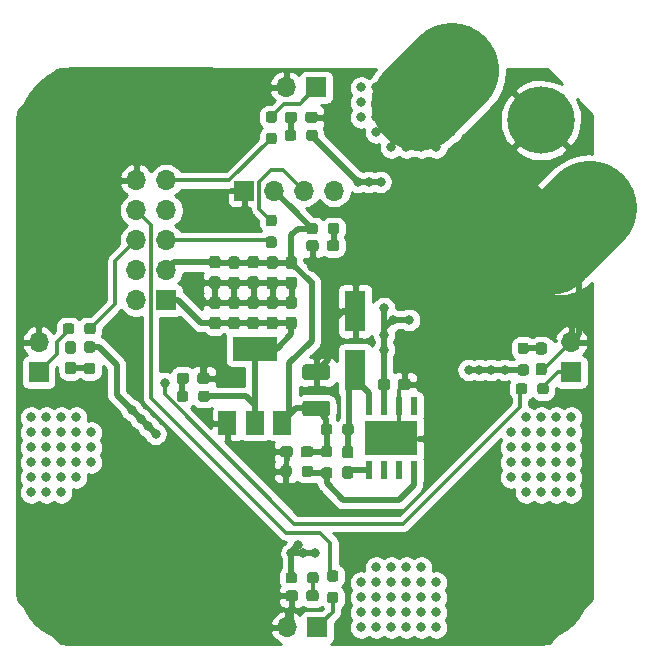
<source format=gbr>
%TF.GenerationSoftware,KiCad,Pcbnew,(5.1.8-0-10_14)*%
%TF.CreationDate,2021-02-24T01:50:54+08:00*%
%TF.ProjectId,batt_board,62617474-5f62-46f6-9172-642e6b696361,v0.2*%
%TF.SameCoordinates,Original*%
%TF.FileFunction,Copper,L1,Top*%
%TF.FilePolarity,Positive*%
%FSLAX46Y46*%
G04 Gerber Fmt 4.6, Leading zero omitted, Abs format (unit mm)*
G04 Created by KiCad (PCBNEW (5.1.8-0-10_14)) date 2021-02-24 01:50:54*
%MOMM*%
%LPD*%
G01*
G04 APERTURE LIST*
%TA.AperFunction,ComponentPad*%
%ADD10O,1.700000X1.700000*%
%TD*%
%TA.AperFunction,ComponentPad*%
%ADD11R,1.700000X1.700000*%
%TD*%
%TA.AperFunction,ConnectorPad*%
%ADD12C,5.700000*%
%TD*%
%TA.AperFunction,ComponentPad*%
%ADD13C,3.600000*%
%TD*%
%TA.AperFunction,SMDPad,CuDef*%
%ADD14R,1.500000X2.000000*%
%TD*%
%TA.AperFunction,SMDPad,CuDef*%
%ADD15R,3.800000X2.000000*%
%TD*%
%TA.AperFunction,ComponentPad*%
%ADD16C,0.600000*%
%TD*%
%TA.AperFunction,SMDPad,CuDef*%
%ADD17R,0.600000X1.550000*%
%TD*%
%TA.AperFunction,SMDPad,CuDef*%
%ADD18R,4.500000X2.950000*%
%TD*%
%TA.AperFunction,SMDPad,CuDef*%
%ADD19R,3.100000X2.600000*%
%TD*%
%TA.AperFunction,SMDPad,CuDef*%
%ADD20R,1.800000X3.500000*%
%TD*%
%TA.AperFunction,ViaPad*%
%ADD21C,0.800000*%
%TD*%
%TA.AperFunction,Conductor*%
%ADD22C,0.500000*%
%TD*%
%TA.AperFunction,Conductor*%
%ADD23C,0.300000*%
%TD*%
%TA.AperFunction,Conductor*%
%ADD24C,0.250000*%
%TD*%
%TA.AperFunction,Conductor*%
%ADD25C,8.000000*%
%TD*%
%TA.AperFunction,Conductor*%
%ADD26C,0.254000*%
%TD*%
%TA.AperFunction,Conductor*%
%ADD27C,0.100000*%
%TD*%
G04 APERTURE END LIST*
%TO.P,C3,2*%
%TO.N,GND*%
%TA.AperFunction,SMDPad,CuDef*%
G36*
G01*
X141895002Y-87009000D02*
X140044998Y-87009000D01*
G75*
G02*
X139795000Y-86759002I0J249998D01*
G01*
X139795000Y-85933998D01*
G75*
G02*
X140044998Y-85684000I249998J0D01*
G01*
X141895002Y-85684000D01*
G75*
G02*
X142145000Y-85933998I0J-249998D01*
G01*
X142145000Y-86759002D01*
G75*
G02*
X141895002Y-87009000I-249998J0D01*
G01*
G37*
%TD.AperFunction*%
%TO.P,C3,1*%
%TO.N,+5V*%
%TA.AperFunction,SMDPad,CuDef*%
G36*
G01*
X141895002Y-90084000D02*
X140044998Y-90084000D01*
G75*
G02*
X139795000Y-89834002I0J249998D01*
G01*
X139795000Y-89008998D01*
G75*
G02*
X140044998Y-88759000I249998J0D01*
G01*
X141895002Y-88759000D01*
G75*
G02*
X142145000Y-89008998I0J-249998D01*
G01*
X142145000Y-89834002D01*
G75*
G02*
X141895002Y-90084000I-249998J0D01*
G01*
G37*
%TD.AperFunction*%
%TD*%
D10*
%TO.P,conn2upper1,10*%
%TO.N,GND*%
X125730000Y-70104000D03*
%TO.P,conn2upper1,9*%
%TO.N,Net-(R9-Pad2)*%
X128270000Y-70104000D03*
%TO.P,conn2upper1,8*%
%TO.N,Net-(R10-Pad2)*%
X125730000Y-72644000D03*
%TO.P,conn2upper1,7*%
%TO.N,Net-(R11-Pad2)*%
X128270000Y-72644000D03*
%TO.P,conn2upper1,6*%
%TO.N,Net-(R12-Pad2)*%
X125730000Y-75184000D03*
%TO.P,conn2upper1,5*%
%TO.N,Net-(R13-Pad1)*%
X128270000Y-75184000D03*
%TO.P,conn2upper1,4*%
%TO.N,Net-(conn2upper1-Pad4)*%
X125730000Y-77724000D03*
%TO.P,conn2upper1,3*%
%TO.N,+5V*%
X128270000Y-77724000D03*
%TO.P,conn2upper1,2*%
%TO.N,Net-(conn2upper1-Pad2)*%
X125730000Y-80264000D03*
D11*
%TO.P,conn2upper1,1*%
%TO.N,+3V3*%
X128270000Y-80264000D03*
%TD*%
D12*
%TO.P,H4,1*%
%TO.N,GND*%
X160000000Y-65000000D03*
D13*
X160000000Y-65000000D03*
%TD*%
%TO.P,Battery,1*%
%TO.N,/VCC_IN*%
%TA.AperFunction,SMDPad,CuDef*%
G36*
G01*
X146802390Y-60785976D02*
X149630818Y-57957548D01*
G75*
G02*
X155287672Y-57957548I2828427J-2828427D01*
G01*
X155287672Y-57957548D01*
G75*
G02*
X155287672Y-63614402I-2828427J-2828427D01*
G01*
X152459244Y-66442830D01*
G75*
G02*
X146802390Y-66442830I-2828427J2828427D01*
G01*
X146802390Y-66442830D01*
G75*
G02*
X146802390Y-60785976I2828427J2828427D01*
G01*
G37*
%TD.AperFunction*%
%TO.P,Battery,2*%
%TO.N,GND*%
%TA.AperFunction,SMDPad,CuDef*%
G36*
G01*
X158476723Y-72460309D02*
X161305151Y-69631881D01*
G75*
G02*
X166962005Y-69631881I2828427J-2828427D01*
G01*
X166962005Y-69631881D01*
G75*
G02*
X166962005Y-75288735I-2828427J-2828427D01*
G01*
X164133577Y-78117163D01*
G75*
G02*
X158476723Y-78117163I-2828427J2828427D01*
G01*
X158476723Y-78117163D01*
G75*
G02*
X158476723Y-72460309I2828427J2828427D01*
G01*
G37*
%TD.AperFunction*%
%TD*%
D12*
%TO.P,H2,1*%
%TO.N,GND*%
X120000000Y-105000000D03*
D13*
X120000000Y-105000000D03*
%TD*%
D14*
%TO.P,U2,1*%
%TO.N,GND*%
X133463000Y-90653000D03*
%TO.P,U2,3*%
%TO.N,+5V*%
X138063000Y-90653000D03*
%TO.P,U2,2*%
%TO.N,+3V3*%
X135763000Y-90653000D03*
D15*
X135763000Y-84353000D03*
%TD*%
D16*
%TO.P,U1,9*%
%TO.N,GND*%
X149120000Y-91348000D03*
X148020000Y-91348000D03*
X148020000Y-92548000D03*
X149120000Y-92548000D03*
X145520000Y-91348000D03*
X146720000Y-91348000D03*
X146720000Y-92548000D03*
X145520000Y-92548000D03*
D17*
%TO.P,U1,8*%
%TO.N,Net-(C2-Pad2)*%
X145415000Y-89248000D03*
%TO.P,U1,7*%
%TO.N,/VCC_IN*%
X146685000Y-89248000D03*
%TO.P,U1,6*%
%TO.N,GND*%
X147955000Y-89248000D03*
%TO.P,U1,5*%
%TO.N,Net-(U1-Pad5)*%
X149225000Y-89248000D03*
%TO.P,U1,4*%
%TO.N,Net-(R6-Pad2)*%
X149225000Y-94648000D03*
%TO.P,U1,3*%
%TO.N,Net-(U1-Pad3)*%
X147955000Y-94648000D03*
%TO.P,U1,2*%
%TO.N,Net-(U1-Pad2)*%
X146685000Y-94648000D03*
%TO.P,U1,1*%
%TO.N,Net-(C2-Pad1)*%
X145415000Y-94648000D03*
D18*
%TO.P,U1,9*%
%TO.N,GND*%
X147320000Y-91948000D03*
D19*
X147320000Y-91948000D03*
%TD*%
D11*
%TO.P,Receiver1,1*%
%TO.N,GND*%
X134874000Y-70993000D03*
D10*
%TO.P,Receiver1,2*%
%TO.N,+5V*%
X137414000Y-70993000D03*
%TO.P,Receiver1,3*%
%TO.N,PPM*%
X139954000Y-70993000D03*
%TO.P,Receiver1,4*%
%TO.N,Net-(Receiver1-Pad4)*%
X142494000Y-70993000D03*
%TD*%
%TO.P,R13,2*%
%TO.N,PPM*%
%TA.AperFunction,SMDPad,CuDef*%
G36*
G01*
X137397500Y-73997000D02*
X136922500Y-73997000D01*
G75*
G02*
X136685000Y-73759500I0J237500D01*
G01*
X136685000Y-73259500D01*
G75*
G02*
X136922500Y-73022000I237500J0D01*
G01*
X137397500Y-73022000D01*
G75*
G02*
X137635000Y-73259500I0J-237500D01*
G01*
X137635000Y-73759500D01*
G75*
G02*
X137397500Y-73997000I-237500J0D01*
G01*
G37*
%TD.AperFunction*%
%TO.P,R13,1*%
%TO.N,Net-(R13-Pad1)*%
%TA.AperFunction,SMDPad,CuDef*%
G36*
G01*
X137397500Y-75822000D02*
X136922500Y-75822000D01*
G75*
G02*
X136685000Y-75584500I0J237500D01*
G01*
X136685000Y-75084500D01*
G75*
G02*
X136922500Y-74847000I237500J0D01*
G01*
X137397500Y-74847000D01*
G75*
G02*
X137635000Y-75084500I0J-237500D01*
G01*
X137635000Y-75584500D01*
G75*
G02*
X137397500Y-75822000I-237500J0D01*
G01*
G37*
%TD.AperFunction*%
%TD*%
%TO.P,R12,2*%
%TO.N,Net-(R12-Pad2)*%
%TA.AperFunction,SMDPad,CuDef*%
G36*
G01*
X121329000Y-82914500D02*
X121329000Y-82439500D01*
G75*
G02*
X121566500Y-82202000I237500J0D01*
G01*
X122066500Y-82202000D01*
G75*
G02*
X122304000Y-82439500I0J-237500D01*
G01*
X122304000Y-82914500D01*
G75*
G02*
X122066500Y-83152000I-237500J0D01*
G01*
X121566500Y-83152000D01*
G75*
G02*
X121329000Y-82914500I0J237500D01*
G01*
G37*
%TD.AperFunction*%
%TO.P,R12,1*%
%TO.N,PWM_CH4*%
%TA.AperFunction,SMDPad,CuDef*%
G36*
G01*
X119504000Y-82914500D02*
X119504000Y-82439500D01*
G75*
G02*
X119741500Y-82202000I237500J0D01*
G01*
X120241500Y-82202000D01*
G75*
G02*
X120479000Y-82439500I0J-237500D01*
G01*
X120479000Y-82914500D01*
G75*
G02*
X120241500Y-83152000I-237500J0D01*
G01*
X119741500Y-83152000D01*
G75*
G02*
X119504000Y-82914500I0J237500D01*
G01*
G37*
%TD.AperFunction*%
%TD*%
%TO.P,R11,1*%
%TO.N,PWM_CH2*%
%TA.AperFunction,SMDPad,CuDef*%
G36*
G01*
X160658000Y-87519500D02*
X160658000Y-87994500D01*
G75*
G02*
X160420500Y-88232000I-237500J0D01*
G01*
X159920500Y-88232000D01*
G75*
G02*
X159683000Y-87994500I0J237500D01*
G01*
X159683000Y-87519500D01*
G75*
G02*
X159920500Y-87282000I237500J0D01*
G01*
X160420500Y-87282000D01*
G75*
G02*
X160658000Y-87519500I0J-237500D01*
G01*
G37*
%TD.AperFunction*%
%TO.P,R11,2*%
%TO.N,Net-(R11-Pad2)*%
%TA.AperFunction,SMDPad,CuDef*%
G36*
G01*
X158833000Y-87519500D02*
X158833000Y-87994500D01*
G75*
G02*
X158595500Y-88232000I-237500J0D01*
G01*
X158095500Y-88232000D01*
G75*
G02*
X157858000Y-87994500I0J237500D01*
G01*
X157858000Y-87519500D01*
G75*
G02*
X158095500Y-87282000I237500J0D01*
G01*
X158595500Y-87282000D01*
G75*
G02*
X158833000Y-87519500I0J-237500D01*
G01*
G37*
%TD.AperFunction*%
%TD*%
%TO.P,R10,1*%
%TO.N,PWM_CH3*%
%TA.AperFunction,SMDPad,CuDef*%
G36*
G01*
X142604500Y-105921000D02*
X142129500Y-105921000D01*
G75*
G02*
X141892000Y-105683500I0J237500D01*
G01*
X141892000Y-105183500D01*
G75*
G02*
X142129500Y-104946000I237500J0D01*
G01*
X142604500Y-104946000D01*
G75*
G02*
X142842000Y-105183500I0J-237500D01*
G01*
X142842000Y-105683500D01*
G75*
G02*
X142604500Y-105921000I-237500J0D01*
G01*
G37*
%TD.AperFunction*%
%TO.P,R10,2*%
%TO.N,Net-(R10-Pad2)*%
%TA.AperFunction,SMDPad,CuDef*%
G36*
G01*
X142604500Y-104096000D02*
X142129500Y-104096000D01*
G75*
G02*
X141892000Y-103858500I0J237500D01*
G01*
X141892000Y-103358500D01*
G75*
G02*
X142129500Y-103121000I237500J0D01*
G01*
X142604500Y-103121000D01*
G75*
G02*
X142842000Y-103358500I0J-237500D01*
G01*
X142842000Y-103858500D01*
G75*
G02*
X142604500Y-104096000I-237500J0D01*
G01*
G37*
%TD.AperFunction*%
%TD*%
%TO.P,R9,2*%
%TO.N,Net-(R9-Pad2)*%
%TA.AperFunction,SMDPad,CuDef*%
G36*
G01*
X136922500Y-66084000D02*
X137397500Y-66084000D01*
G75*
G02*
X137635000Y-66321500I0J-237500D01*
G01*
X137635000Y-66821500D01*
G75*
G02*
X137397500Y-67059000I-237500J0D01*
G01*
X136922500Y-67059000D01*
G75*
G02*
X136685000Y-66821500I0J237500D01*
G01*
X136685000Y-66321500D01*
G75*
G02*
X136922500Y-66084000I237500J0D01*
G01*
G37*
%TD.AperFunction*%
%TO.P,R9,1*%
%TO.N,PWM_CH1*%
%TA.AperFunction,SMDPad,CuDef*%
G36*
G01*
X136922500Y-64259000D02*
X137397500Y-64259000D01*
G75*
G02*
X137635000Y-64496500I0J-237500D01*
G01*
X137635000Y-64996500D01*
G75*
G02*
X137397500Y-65234000I-237500J0D01*
G01*
X136922500Y-65234000D01*
G75*
G02*
X136685000Y-64996500I0J237500D01*
G01*
X136685000Y-64496500D01*
G75*
G02*
X136922500Y-64259000I237500J0D01*
G01*
G37*
%TD.AperFunction*%
%TD*%
%TO.P,R8,2*%
%TO.N,Net-(D7-Pad2)*%
%TA.AperFunction,SMDPad,CuDef*%
G36*
G01*
X130131000Y-88154500D02*
X130131000Y-88629500D01*
G75*
G02*
X129893500Y-88867000I-237500J0D01*
G01*
X129393500Y-88867000D01*
G75*
G02*
X129156000Y-88629500I0J237500D01*
G01*
X129156000Y-88154500D01*
G75*
G02*
X129393500Y-87917000I237500J0D01*
G01*
X129893500Y-87917000D01*
G75*
G02*
X130131000Y-88154500I0J-237500D01*
G01*
G37*
%TD.AperFunction*%
%TO.P,R8,1*%
%TO.N,+3V3*%
%TA.AperFunction,SMDPad,CuDef*%
G36*
G01*
X131956000Y-88154500D02*
X131956000Y-88629500D01*
G75*
G02*
X131718500Y-88867000I-237500J0D01*
G01*
X131218500Y-88867000D01*
G75*
G02*
X130981000Y-88629500I0J237500D01*
G01*
X130981000Y-88154500D01*
G75*
G02*
X131218500Y-87917000I237500J0D01*
G01*
X131718500Y-87917000D01*
G75*
G02*
X131956000Y-88154500I0J-237500D01*
G01*
G37*
%TD.AperFunction*%
%TD*%
%TO.P,R7,2*%
%TO.N,GND*%
%TA.AperFunction,SMDPad,CuDef*%
G36*
G01*
X138894000Y-94504500D02*
X138894000Y-94979500D01*
G75*
G02*
X138656500Y-95217000I-237500J0D01*
G01*
X138156500Y-95217000D01*
G75*
G02*
X137919000Y-94979500I0J237500D01*
G01*
X137919000Y-94504500D01*
G75*
G02*
X138156500Y-94267000I237500J0D01*
G01*
X138656500Y-94267000D01*
G75*
G02*
X138894000Y-94504500I0J-237500D01*
G01*
G37*
%TD.AperFunction*%
%TO.P,R7,1*%
%TO.N,Net-(R6-Pad2)*%
%TA.AperFunction,SMDPad,CuDef*%
G36*
G01*
X140719000Y-94504500D02*
X140719000Y-94979500D01*
G75*
G02*
X140481500Y-95217000I-237500J0D01*
G01*
X139981500Y-95217000D01*
G75*
G02*
X139744000Y-94979500I0J237500D01*
G01*
X139744000Y-94504500D01*
G75*
G02*
X139981500Y-94267000I237500J0D01*
G01*
X140481500Y-94267000D01*
G75*
G02*
X140719000Y-94504500I0J-237500D01*
G01*
G37*
%TD.AperFunction*%
%TD*%
%TO.P,R6,2*%
%TO.N,Net-(R6-Pad2)*%
%TA.AperFunction,SMDPad,CuDef*%
G36*
G01*
X141621500Y-94405000D02*
X142096500Y-94405000D01*
G75*
G02*
X142334000Y-94642500I0J-237500D01*
G01*
X142334000Y-95142500D01*
G75*
G02*
X142096500Y-95380000I-237500J0D01*
G01*
X141621500Y-95380000D01*
G75*
G02*
X141384000Y-95142500I0J237500D01*
G01*
X141384000Y-94642500D01*
G75*
G02*
X141621500Y-94405000I237500J0D01*
G01*
G37*
%TD.AperFunction*%
%TO.P,R6,1*%
%TO.N,+5V*%
%TA.AperFunction,SMDPad,CuDef*%
G36*
G01*
X141621500Y-92580000D02*
X142096500Y-92580000D01*
G75*
G02*
X142334000Y-92817500I0J-237500D01*
G01*
X142334000Y-93317500D01*
G75*
G02*
X142096500Y-93555000I-237500J0D01*
G01*
X141621500Y-93555000D01*
G75*
G02*
X141384000Y-93317500I0J237500D01*
G01*
X141384000Y-92817500D01*
G75*
G02*
X141621500Y-92580000I237500J0D01*
G01*
G37*
%TD.AperFunction*%
%TD*%
%TO.P,R5,1*%
%TO.N,+5V*%
%TA.AperFunction,SMDPad,CuDef*%
G36*
G01*
X140126964Y-74433233D02*
X140126964Y-73958233D01*
G75*
G02*
X140364464Y-73720733I237500J0D01*
G01*
X140864464Y-73720733D01*
G75*
G02*
X141101964Y-73958233I0J-237500D01*
G01*
X141101964Y-74433233D01*
G75*
G02*
X140864464Y-74670733I-237500J0D01*
G01*
X140364464Y-74670733D01*
G75*
G02*
X140126964Y-74433233I0J237500D01*
G01*
G37*
%TD.AperFunction*%
%TO.P,R5,2*%
%TO.N,Net-(D5-Pad2)*%
%TA.AperFunction,SMDPad,CuDef*%
G36*
G01*
X141951964Y-74433233D02*
X141951964Y-73958233D01*
G75*
G02*
X142189464Y-73720733I237500J0D01*
G01*
X142689464Y-73720733D01*
G75*
G02*
X142926964Y-73958233I0J-237500D01*
G01*
X142926964Y-74433233D01*
G75*
G02*
X142689464Y-74670733I-237500J0D01*
G01*
X142189464Y-74670733D01*
G75*
G02*
X141951964Y-74433233I0J237500D01*
G01*
G37*
%TD.AperFunction*%
%TD*%
%TO.P,R4,2*%
%TO.N,/VCC_IN*%
%TA.AperFunction,SMDPad,CuDef*%
G36*
G01*
X122028122Y-84706715D02*
X121553122Y-84706715D01*
G75*
G02*
X121315622Y-84469215I0J237500D01*
G01*
X121315622Y-83969215D01*
G75*
G02*
X121553122Y-83731715I237500J0D01*
G01*
X122028122Y-83731715D01*
G75*
G02*
X122265622Y-83969215I0J-237500D01*
G01*
X122265622Y-84469215D01*
G75*
G02*
X122028122Y-84706715I-237500J0D01*
G01*
G37*
%TD.AperFunction*%
%TO.P,R4,1*%
%TO.N,Net-(D4-Pad2)*%
%TA.AperFunction,SMDPad,CuDef*%
G36*
G01*
X122028122Y-86531715D02*
X121553122Y-86531715D01*
G75*
G02*
X121315622Y-86294215I0J237500D01*
G01*
X121315622Y-85794215D01*
G75*
G02*
X121553122Y-85556715I237500J0D01*
G01*
X122028122Y-85556715D01*
G75*
G02*
X122265622Y-85794215I0J-237500D01*
G01*
X122265622Y-86294215D01*
G75*
G02*
X122028122Y-86531715I-237500J0D01*
G01*
G37*
%TD.AperFunction*%
%TD*%
%TO.P,R3,2*%
%TO.N,/VCC_IN*%
%TA.AperFunction,SMDPad,CuDef*%
G36*
G01*
X139357000Y-103521500D02*
X139357000Y-103996500D01*
G75*
G02*
X139119500Y-104234000I-237500J0D01*
G01*
X138619500Y-104234000D01*
G75*
G02*
X138382000Y-103996500I0J237500D01*
G01*
X138382000Y-103521500D01*
G75*
G02*
X138619500Y-103284000I237500J0D01*
G01*
X139119500Y-103284000D01*
G75*
G02*
X139357000Y-103521500I0J-237500D01*
G01*
G37*
%TD.AperFunction*%
%TO.P,R3,1*%
%TO.N,Net-(D3-Pad2)*%
%TA.AperFunction,SMDPad,CuDef*%
G36*
G01*
X141182000Y-103521500D02*
X141182000Y-103996500D01*
G75*
G02*
X140944500Y-104234000I-237500J0D01*
G01*
X140444500Y-104234000D01*
G75*
G02*
X140207000Y-103996500I0J237500D01*
G01*
X140207000Y-103521500D01*
G75*
G02*
X140444500Y-103284000I237500J0D01*
G01*
X140944500Y-103284000D01*
G75*
G02*
X141182000Y-103521500I0J-237500D01*
G01*
G37*
%TD.AperFunction*%
%TD*%
%TO.P,R2,2*%
%TO.N,/VCC_IN*%
%TA.AperFunction,SMDPad,CuDef*%
G36*
G01*
X158258500Y-85668014D02*
X158733500Y-85668014D01*
G75*
G02*
X158971000Y-85905514I0J-237500D01*
G01*
X158971000Y-86405514D01*
G75*
G02*
X158733500Y-86643014I-237500J0D01*
G01*
X158258500Y-86643014D01*
G75*
G02*
X158021000Y-86405514I0J237500D01*
G01*
X158021000Y-85905514D01*
G75*
G02*
X158258500Y-85668014I237500J0D01*
G01*
G37*
%TD.AperFunction*%
%TO.P,R2,1*%
%TO.N,Net-(D2-Pad2)*%
%TA.AperFunction,SMDPad,CuDef*%
G36*
G01*
X158258500Y-83843014D02*
X158733500Y-83843014D01*
G75*
G02*
X158971000Y-84080514I0J-237500D01*
G01*
X158971000Y-84580514D01*
G75*
G02*
X158733500Y-84818014I-237500J0D01*
G01*
X158258500Y-84818014D01*
G75*
G02*
X158021000Y-84580514I0J237500D01*
G01*
X158021000Y-84080514D01*
G75*
G02*
X158258500Y-83843014I237500J0D01*
G01*
G37*
%TD.AperFunction*%
%TD*%
%TO.P,R1,2*%
%TO.N,/VCC_IN*%
%TA.AperFunction,SMDPad,CuDef*%
G36*
G01*
X140125000Y-66531500D02*
X140125000Y-66056500D01*
G75*
G02*
X140362500Y-65819000I237500J0D01*
G01*
X140862500Y-65819000D01*
G75*
G02*
X141100000Y-66056500I0J-237500D01*
G01*
X141100000Y-66531500D01*
G75*
G02*
X140862500Y-66769000I-237500J0D01*
G01*
X140362500Y-66769000D01*
G75*
G02*
X140125000Y-66531500I0J237500D01*
G01*
G37*
%TD.AperFunction*%
%TO.P,R1,1*%
%TO.N,Net-(D1-Pad2)*%
%TA.AperFunction,SMDPad,CuDef*%
G36*
G01*
X138300000Y-66531500D02*
X138300000Y-66056500D01*
G75*
G02*
X138537500Y-65819000I237500J0D01*
G01*
X139037500Y-65819000D01*
G75*
G02*
X139275000Y-66056500I0J-237500D01*
G01*
X139275000Y-66531500D01*
G75*
G02*
X139037500Y-66769000I-237500J0D01*
G01*
X138537500Y-66769000D01*
G75*
G02*
X138300000Y-66531500I0J237500D01*
G01*
G37*
%TD.AperFunction*%
%TD*%
%TO.P,L1,2*%
%TO.N,+5V*%
%TA.AperFunction,SMDPad,CuDef*%
G36*
G01*
X142323000Y-90948500D02*
X142323000Y-91423500D01*
G75*
G02*
X142085500Y-91661000I-237500J0D01*
G01*
X141585500Y-91661000D01*
G75*
G02*
X141348000Y-91423500I0J237500D01*
G01*
X141348000Y-90948500D01*
G75*
G02*
X141585500Y-90711000I237500J0D01*
G01*
X142085500Y-90711000D01*
G75*
G02*
X142323000Y-90948500I0J-237500D01*
G01*
G37*
%TD.AperFunction*%
%TO.P,L1,1*%
%TO.N,Net-(C2-Pad2)*%
%TA.AperFunction,SMDPad,CuDef*%
G36*
G01*
X144148000Y-90948500D02*
X144148000Y-91423500D01*
G75*
G02*
X143910500Y-91661000I-237500J0D01*
G01*
X143410500Y-91661000D01*
G75*
G02*
X143173000Y-91423500I0J237500D01*
G01*
X143173000Y-90948500D01*
G75*
G02*
X143410500Y-90711000I237500J0D01*
G01*
X143910500Y-90711000D01*
G75*
G02*
X144148000Y-90948500I0J-237500D01*
G01*
G37*
%TD.AperFunction*%
%TD*%
D12*
%TO.P,H3,1*%
%TO.N,GND*%
X160000000Y-105000000D03*
D13*
X160000000Y-105000000D03*
%TD*%
D12*
%TO.P,H1,1*%
%TO.N,GND*%
X120000000Y-65000000D03*
D13*
X120000000Y-65000000D03*
%TD*%
%TO.P,D7,2*%
%TO.N,Net-(D7-Pad2)*%
%TA.AperFunction,SMDPad,CuDef*%
G36*
G01*
X130206000Y-86630500D02*
X130206000Y-87105500D01*
G75*
G02*
X129968500Y-87343000I-237500J0D01*
G01*
X129393500Y-87343000D01*
G75*
G02*
X129156000Y-87105500I0J237500D01*
G01*
X129156000Y-86630500D01*
G75*
G02*
X129393500Y-86393000I237500J0D01*
G01*
X129968500Y-86393000D01*
G75*
G02*
X130206000Y-86630500I0J-237500D01*
G01*
G37*
%TD.AperFunction*%
%TO.P,D7,1*%
%TO.N,GND*%
%TA.AperFunction,SMDPad,CuDef*%
G36*
G01*
X131956000Y-86630500D02*
X131956000Y-87105500D01*
G75*
G02*
X131718500Y-87343000I-237500J0D01*
G01*
X131143500Y-87343000D01*
G75*
G02*
X130906000Y-87105500I0J237500D01*
G01*
X130906000Y-86630500D01*
G75*
G02*
X131143500Y-86393000I237500J0D01*
G01*
X131718500Y-86393000D01*
G75*
G02*
X131956000Y-86630500I0J-237500D01*
G01*
G37*
%TD.AperFunction*%
%TD*%
D20*
%TO.P,D6,2*%
%TO.N,GND*%
X144272000Y-81193000D03*
%TO.P,D6,1*%
%TO.N,Net-(C2-Pad2)*%
X144272000Y-86193000D03*
%TD*%
%TO.P,D5,1*%
%TO.N,GND*%
%TA.AperFunction,SMDPad,CuDef*%
G36*
G01*
X140126964Y-75870074D02*
X140126964Y-75395074D01*
G75*
G02*
X140364464Y-75157574I237500J0D01*
G01*
X140939464Y-75157574D01*
G75*
G02*
X141176964Y-75395074I0J-237500D01*
G01*
X141176964Y-75870074D01*
G75*
G02*
X140939464Y-76107574I-237500J0D01*
G01*
X140364464Y-76107574D01*
G75*
G02*
X140126964Y-75870074I0J237500D01*
G01*
G37*
%TD.AperFunction*%
%TO.P,D5,2*%
%TO.N,Net-(D5-Pad2)*%
%TA.AperFunction,SMDPad,CuDef*%
G36*
G01*
X141876964Y-75870074D02*
X141876964Y-75395074D01*
G75*
G02*
X142114464Y-75157574I237500J0D01*
G01*
X142689464Y-75157574D01*
G75*
G02*
X142926964Y-75395074I0J-237500D01*
G01*
X142926964Y-75870074D01*
G75*
G02*
X142689464Y-76107574I-237500J0D01*
G01*
X142114464Y-76107574D01*
G75*
G02*
X141876964Y-75870074I0J237500D01*
G01*
G37*
%TD.AperFunction*%
%TD*%
%TO.P,D4,2*%
%TO.N,Net-(D4-Pad2)*%
%TA.AperFunction,SMDPad,CuDef*%
G36*
G01*
X119936676Y-85481715D02*
X120411676Y-85481715D01*
G75*
G02*
X120649176Y-85719215I0J-237500D01*
G01*
X120649176Y-86294215D01*
G75*
G02*
X120411676Y-86531715I-237500J0D01*
G01*
X119936676Y-86531715D01*
G75*
G02*
X119699176Y-86294215I0J237500D01*
G01*
X119699176Y-85719215D01*
G75*
G02*
X119936676Y-85481715I237500J0D01*
G01*
G37*
%TD.AperFunction*%
%TO.P,D4,1*%
%TO.N,GND*%
%TA.AperFunction,SMDPad,CuDef*%
G36*
G01*
X119936676Y-83731715D02*
X120411676Y-83731715D01*
G75*
G02*
X120649176Y-83969215I0J-237500D01*
G01*
X120649176Y-84544215D01*
G75*
G02*
X120411676Y-84781715I-237500J0D01*
G01*
X119936676Y-84781715D01*
G75*
G02*
X119699176Y-84544215I0J237500D01*
G01*
X119699176Y-83969215D01*
G75*
G02*
X119936676Y-83731715I237500J0D01*
G01*
G37*
%TD.AperFunction*%
%TD*%
%TO.P,D3,2*%
%TO.N,Net-(D3-Pad2)*%
%TA.AperFunction,SMDPad,CuDef*%
G36*
G01*
X140132000Y-105520500D02*
X140132000Y-105045500D01*
G75*
G02*
X140369500Y-104808000I237500J0D01*
G01*
X140944500Y-104808000D01*
G75*
G02*
X141182000Y-105045500I0J-237500D01*
G01*
X141182000Y-105520500D01*
G75*
G02*
X140944500Y-105758000I-237500J0D01*
G01*
X140369500Y-105758000D01*
G75*
G02*
X140132000Y-105520500I0J237500D01*
G01*
G37*
%TD.AperFunction*%
%TO.P,D3,1*%
%TO.N,GND*%
%TA.AperFunction,SMDPad,CuDef*%
G36*
G01*
X138382000Y-105520500D02*
X138382000Y-105045500D01*
G75*
G02*
X138619500Y-104808000I237500J0D01*
G01*
X139194500Y-104808000D01*
G75*
G02*
X139432000Y-105045500I0J-237500D01*
G01*
X139432000Y-105520500D01*
G75*
G02*
X139194500Y-105758000I-237500J0D01*
G01*
X138619500Y-105758000D01*
G75*
G02*
X138382000Y-105520500I0J237500D01*
G01*
G37*
%TD.AperFunction*%
%TD*%
%TO.P,D2,2*%
%TO.N,Net-(D2-Pad2)*%
%TA.AperFunction,SMDPad,CuDef*%
G36*
G01*
X160257500Y-84867000D02*
X159782500Y-84867000D01*
G75*
G02*
X159545000Y-84629500I0J237500D01*
G01*
X159545000Y-84054500D01*
G75*
G02*
X159782500Y-83817000I237500J0D01*
G01*
X160257500Y-83817000D01*
G75*
G02*
X160495000Y-84054500I0J-237500D01*
G01*
X160495000Y-84629500D01*
G75*
G02*
X160257500Y-84867000I-237500J0D01*
G01*
G37*
%TD.AperFunction*%
%TO.P,D2,1*%
%TO.N,GND*%
%TA.AperFunction,SMDPad,CuDef*%
G36*
G01*
X160257500Y-86617000D02*
X159782500Y-86617000D01*
G75*
G02*
X159545000Y-86379500I0J237500D01*
G01*
X159545000Y-85804500D01*
G75*
G02*
X159782500Y-85567000I237500J0D01*
G01*
X160257500Y-85567000D01*
G75*
G02*
X160495000Y-85804500I0J-237500D01*
G01*
X160495000Y-86379500D01*
G75*
G02*
X160257500Y-86617000I-237500J0D01*
G01*
G37*
%TD.AperFunction*%
%TD*%
%TO.P,D1,2*%
%TO.N,Net-(D1-Pad2)*%
%TA.AperFunction,SMDPad,CuDef*%
G36*
G01*
X139350000Y-64532500D02*
X139350000Y-65007500D01*
G75*
G02*
X139112500Y-65245000I-237500J0D01*
G01*
X138537500Y-65245000D01*
G75*
G02*
X138300000Y-65007500I0J237500D01*
G01*
X138300000Y-64532500D01*
G75*
G02*
X138537500Y-64295000I237500J0D01*
G01*
X139112500Y-64295000D01*
G75*
G02*
X139350000Y-64532500I0J-237500D01*
G01*
G37*
%TD.AperFunction*%
%TO.P,D1,1*%
%TO.N,GND*%
%TA.AperFunction,SMDPad,CuDef*%
G36*
G01*
X141100000Y-64532500D02*
X141100000Y-65007500D01*
G75*
G02*
X140862500Y-65245000I-237500J0D01*
G01*
X140287500Y-65245000D01*
G75*
G02*
X140050000Y-65007500I0J237500D01*
G01*
X140050000Y-64532500D01*
G75*
G02*
X140287500Y-64295000I237500J0D01*
G01*
X140862500Y-64295000D01*
G75*
G02*
X141100000Y-64532500I0J-237500D01*
G01*
G37*
%TD.AperFunction*%
%TD*%
D10*
%TO.P,CH4,2*%
%TO.N,GND*%
X117475000Y-83820000D03*
D11*
%TO.P,CH4,1*%
%TO.N,PWM_CH4*%
X117475000Y-86360000D03*
%TD*%
D10*
%TO.P,CH3,2*%
%TO.N,GND*%
X138532200Y-107950000D03*
D11*
%TO.P,CH3,1*%
%TO.N,PWM_CH3*%
X141072200Y-107950000D03*
%TD*%
D10*
%TO.P,CH2,2*%
%TO.N,GND*%
X162560000Y-83820000D03*
D11*
%TO.P,CH2,1*%
%TO.N,PWM_CH2*%
X162560000Y-86360000D03*
%TD*%
D10*
%TO.P,CH1,2*%
%TO.N,GND*%
X138430000Y-62230000D03*
D11*
%TO.P,CH1,1*%
%TO.N,PWM_CH1*%
X140970000Y-62230000D03*
%TD*%
%TO.P,C14,2*%
%TO.N,GND*%
%TA.AperFunction,SMDPad,CuDef*%
G36*
G01*
X137008767Y-78254036D02*
X137483767Y-78254036D01*
G75*
G02*
X137721267Y-78491536I0J-237500D01*
G01*
X137721267Y-79091536D01*
G75*
G02*
X137483767Y-79329036I-237500J0D01*
G01*
X137008767Y-79329036D01*
G75*
G02*
X136771267Y-79091536I0J237500D01*
G01*
X136771267Y-78491536D01*
G75*
G02*
X137008767Y-78254036I237500J0D01*
G01*
G37*
%TD.AperFunction*%
%TO.P,C14,1*%
%TO.N,+5V*%
%TA.AperFunction,SMDPad,CuDef*%
G36*
G01*
X137008767Y-76529036D02*
X137483767Y-76529036D01*
G75*
G02*
X137721267Y-76766536I0J-237500D01*
G01*
X137721267Y-77366536D01*
G75*
G02*
X137483767Y-77604036I-237500J0D01*
G01*
X137008767Y-77604036D01*
G75*
G02*
X136771267Y-77366536I0J237500D01*
G01*
X136771267Y-76766536D01*
G75*
G02*
X137008767Y-76529036I237500J0D01*
G01*
G37*
%TD.AperFunction*%
%TD*%
%TO.P,C13,2*%
%TO.N,+5V*%
%TA.AperFunction,SMDPad,CuDef*%
G36*
G01*
X135867321Y-77568511D02*
X135392321Y-77568511D01*
G75*
G02*
X135154821Y-77331011I0J237500D01*
G01*
X135154821Y-76731011D01*
G75*
G02*
X135392321Y-76493511I237500J0D01*
G01*
X135867321Y-76493511D01*
G75*
G02*
X136104821Y-76731011I0J-237500D01*
G01*
X136104821Y-77331011D01*
G75*
G02*
X135867321Y-77568511I-237500J0D01*
G01*
G37*
%TD.AperFunction*%
%TO.P,C13,1*%
%TO.N,GND*%
%TA.AperFunction,SMDPad,CuDef*%
G36*
G01*
X135867321Y-79293511D02*
X135392321Y-79293511D01*
G75*
G02*
X135154821Y-79056011I0J237500D01*
G01*
X135154821Y-78456011D01*
G75*
G02*
X135392321Y-78218511I237500J0D01*
G01*
X135867321Y-78218511D01*
G75*
G02*
X136104821Y-78456011I0J-237500D01*
G01*
X136104821Y-79056011D01*
G75*
G02*
X135867321Y-79293511I-237500J0D01*
G01*
G37*
%TD.AperFunction*%
%TD*%
%TO.P,C12,2*%
%TO.N,GND*%
%TA.AperFunction,SMDPad,CuDef*%
G36*
G01*
X132159429Y-78218511D02*
X132634429Y-78218511D01*
G75*
G02*
X132871929Y-78456011I0J-237500D01*
G01*
X132871929Y-79056011D01*
G75*
G02*
X132634429Y-79293511I-237500J0D01*
G01*
X132159429Y-79293511D01*
G75*
G02*
X131921929Y-79056011I0J237500D01*
G01*
X131921929Y-78456011D01*
G75*
G02*
X132159429Y-78218511I237500J0D01*
G01*
G37*
%TD.AperFunction*%
%TO.P,C12,1*%
%TO.N,+5V*%
%TA.AperFunction,SMDPad,CuDef*%
G36*
G01*
X132159429Y-76493511D02*
X132634429Y-76493511D01*
G75*
G02*
X132871929Y-76731011I0J-237500D01*
G01*
X132871929Y-77331011D01*
G75*
G02*
X132634429Y-77568511I-237500J0D01*
G01*
X132159429Y-77568511D01*
G75*
G02*
X131921929Y-77331011I0J237500D01*
G01*
X131921929Y-76731011D01*
G75*
G02*
X132159429Y-76493511I237500J0D01*
G01*
G37*
%TD.AperFunction*%
%TD*%
%TO.P,C11,2*%
%TO.N,+5V*%
%TA.AperFunction,SMDPad,CuDef*%
G36*
G01*
X134250875Y-77604036D02*
X133775875Y-77604036D01*
G75*
G02*
X133538375Y-77366536I0J237500D01*
G01*
X133538375Y-76766536D01*
G75*
G02*
X133775875Y-76529036I237500J0D01*
G01*
X134250875Y-76529036D01*
G75*
G02*
X134488375Y-76766536I0J-237500D01*
G01*
X134488375Y-77366536D01*
G75*
G02*
X134250875Y-77604036I-237500J0D01*
G01*
G37*
%TD.AperFunction*%
%TO.P,C11,1*%
%TO.N,GND*%
%TA.AperFunction,SMDPad,CuDef*%
G36*
G01*
X134250875Y-79329036D02*
X133775875Y-79329036D01*
G75*
G02*
X133538375Y-79091536I0J237500D01*
G01*
X133538375Y-78491536D01*
G75*
G02*
X133775875Y-78254036I237500J0D01*
G01*
X134250875Y-78254036D01*
G75*
G02*
X134488375Y-78491536I0J-237500D01*
G01*
X134488375Y-79091536D01*
G75*
G02*
X134250875Y-79329036I-237500J0D01*
G01*
G37*
%TD.AperFunction*%
%TD*%
%TO.P,C10,1*%
%TO.N,+5V*%
%TA.AperFunction,SMDPad,CuDef*%
G36*
G01*
X138625213Y-76529036D02*
X139100213Y-76529036D01*
G75*
G02*
X139337713Y-76766536I0J-237500D01*
G01*
X139337713Y-77366536D01*
G75*
G02*
X139100213Y-77604036I-237500J0D01*
G01*
X138625213Y-77604036D01*
G75*
G02*
X138387713Y-77366536I0J237500D01*
G01*
X138387713Y-76766536D01*
G75*
G02*
X138625213Y-76529036I237500J0D01*
G01*
G37*
%TD.AperFunction*%
%TO.P,C10,2*%
%TO.N,GND*%
%TA.AperFunction,SMDPad,CuDef*%
G36*
G01*
X138625213Y-78254036D02*
X139100213Y-78254036D01*
G75*
G02*
X139337713Y-78491536I0J-237500D01*
G01*
X139337713Y-79091536D01*
G75*
G02*
X139100213Y-79329036I-237500J0D01*
G01*
X138625213Y-79329036D01*
G75*
G02*
X138387713Y-79091536I0J237500D01*
G01*
X138387713Y-78491536D01*
G75*
G02*
X138625213Y-78254036I237500J0D01*
G01*
G37*
%TD.AperFunction*%
%TD*%
%TO.P,C9,2*%
%TO.N,GND*%
%TA.AperFunction,SMDPad,CuDef*%
G36*
G01*
X137483767Y-80996934D02*
X137008767Y-80996934D01*
G75*
G02*
X136771267Y-80759434I0J237500D01*
G01*
X136771267Y-80159434D01*
G75*
G02*
X137008767Y-79921934I237500J0D01*
G01*
X137483767Y-79921934D01*
G75*
G02*
X137721267Y-80159434I0J-237500D01*
G01*
X137721267Y-80759434D01*
G75*
G02*
X137483767Y-80996934I-237500J0D01*
G01*
G37*
%TD.AperFunction*%
%TO.P,C9,1*%
%TO.N,+3V3*%
%TA.AperFunction,SMDPad,CuDef*%
G36*
G01*
X137483767Y-82721934D02*
X137008767Y-82721934D01*
G75*
G02*
X136771267Y-82484434I0J237500D01*
G01*
X136771267Y-81884434D01*
G75*
G02*
X137008767Y-81646934I237500J0D01*
G01*
X137483767Y-81646934D01*
G75*
G02*
X137721267Y-81884434I0J-237500D01*
G01*
X137721267Y-82484434D01*
G75*
G02*
X137483767Y-82721934I-237500J0D01*
G01*
G37*
%TD.AperFunction*%
%TD*%
%TO.P,C8,2*%
%TO.N,+3V3*%
%TA.AperFunction,SMDPad,CuDef*%
G36*
G01*
X135392321Y-81646934D02*
X135867321Y-81646934D01*
G75*
G02*
X136104821Y-81884434I0J-237500D01*
G01*
X136104821Y-82484434D01*
G75*
G02*
X135867321Y-82721934I-237500J0D01*
G01*
X135392321Y-82721934D01*
G75*
G02*
X135154821Y-82484434I0J237500D01*
G01*
X135154821Y-81884434D01*
G75*
G02*
X135392321Y-81646934I237500J0D01*
G01*
G37*
%TD.AperFunction*%
%TO.P,C8,1*%
%TO.N,GND*%
%TA.AperFunction,SMDPad,CuDef*%
G36*
G01*
X135392321Y-79921934D02*
X135867321Y-79921934D01*
G75*
G02*
X136104821Y-80159434I0J-237500D01*
G01*
X136104821Y-80759434D01*
G75*
G02*
X135867321Y-80996934I-237500J0D01*
G01*
X135392321Y-80996934D01*
G75*
G02*
X135154821Y-80759434I0J237500D01*
G01*
X135154821Y-80159434D01*
G75*
G02*
X135392321Y-79921934I237500J0D01*
G01*
G37*
%TD.AperFunction*%
%TD*%
%TO.P,C7,2*%
%TO.N,GND*%
%TA.AperFunction,SMDPad,CuDef*%
G36*
G01*
X134250875Y-80996934D02*
X133775875Y-80996934D01*
G75*
G02*
X133538375Y-80759434I0J237500D01*
G01*
X133538375Y-80159434D01*
G75*
G02*
X133775875Y-79921934I237500J0D01*
G01*
X134250875Y-79921934D01*
G75*
G02*
X134488375Y-80159434I0J-237500D01*
G01*
X134488375Y-80759434D01*
G75*
G02*
X134250875Y-80996934I-237500J0D01*
G01*
G37*
%TD.AperFunction*%
%TO.P,C7,1*%
%TO.N,+3V3*%
%TA.AperFunction,SMDPad,CuDef*%
G36*
G01*
X134250875Y-82721934D02*
X133775875Y-82721934D01*
G75*
G02*
X133538375Y-82484434I0J237500D01*
G01*
X133538375Y-81884434D01*
G75*
G02*
X133775875Y-81646934I237500J0D01*
G01*
X134250875Y-81646934D01*
G75*
G02*
X134488375Y-81884434I0J-237500D01*
G01*
X134488375Y-82484434D01*
G75*
G02*
X134250875Y-82721934I-237500J0D01*
G01*
G37*
%TD.AperFunction*%
%TD*%
%TO.P,C6,2*%
%TO.N,+3V3*%
%TA.AperFunction,SMDPad,CuDef*%
G36*
G01*
X132159429Y-81646934D02*
X132634429Y-81646934D01*
G75*
G02*
X132871929Y-81884434I0J-237500D01*
G01*
X132871929Y-82484434D01*
G75*
G02*
X132634429Y-82721934I-237500J0D01*
G01*
X132159429Y-82721934D01*
G75*
G02*
X131921929Y-82484434I0J237500D01*
G01*
X131921929Y-81884434D01*
G75*
G02*
X132159429Y-81646934I237500J0D01*
G01*
G37*
%TD.AperFunction*%
%TO.P,C6,1*%
%TO.N,GND*%
%TA.AperFunction,SMDPad,CuDef*%
G36*
G01*
X132159429Y-79921934D02*
X132634429Y-79921934D01*
G75*
G02*
X132871929Y-80159434I0J-237500D01*
G01*
X132871929Y-80759434D01*
G75*
G02*
X132634429Y-80996934I-237500J0D01*
G01*
X132159429Y-80996934D01*
G75*
G02*
X131921929Y-80759434I0J237500D01*
G01*
X131921929Y-80159434D01*
G75*
G02*
X132159429Y-79921934I237500J0D01*
G01*
G37*
%TD.AperFunction*%
%TD*%
%TO.P,C5,1*%
%TO.N,+3V3*%
%TA.AperFunction,SMDPad,CuDef*%
G36*
G01*
X139100213Y-82721934D02*
X138625213Y-82721934D01*
G75*
G02*
X138387713Y-82484434I0J237500D01*
G01*
X138387713Y-81884434D01*
G75*
G02*
X138625213Y-81646934I237500J0D01*
G01*
X139100213Y-81646934D01*
G75*
G02*
X139337713Y-81884434I0J-237500D01*
G01*
X139337713Y-82484434D01*
G75*
G02*
X139100213Y-82721934I-237500J0D01*
G01*
G37*
%TD.AperFunction*%
%TO.P,C5,2*%
%TO.N,GND*%
%TA.AperFunction,SMDPad,CuDef*%
G36*
G01*
X139100213Y-80996934D02*
X138625213Y-80996934D01*
G75*
G02*
X138387713Y-80759434I0J237500D01*
G01*
X138387713Y-80159434D01*
G75*
G02*
X138625213Y-79921934I237500J0D01*
G01*
X139100213Y-79921934D01*
G75*
G02*
X139337713Y-80159434I0J-237500D01*
G01*
X139337713Y-80759434D01*
G75*
G02*
X139100213Y-80996934I-237500J0D01*
G01*
G37*
%TD.AperFunction*%
%TD*%
%TO.P,C4,2*%
%TO.N,GND*%
%TA.AperFunction,SMDPad,CuDef*%
G36*
G01*
X138994000Y-92853500D02*
X138994000Y-93328500D01*
G75*
G02*
X138756500Y-93566000I-237500J0D01*
G01*
X138156500Y-93566000D01*
G75*
G02*
X137919000Y-93328500I0J237500D01*
G01*
X137919000Y-92853500D01*
G75*
G02*
X138156500Y-92616000I237500J0D01*
G01*
X138756500Y-92616000D01*
G75*
G02*
X138994000Y-92853500I0J-237500D01*
G01*
G37*
%TD.AperFunction*%
%TO.P,C4,1*%
%TO.N,+5V*%
%TA.AperFunction,SMDPad,CuDef*%
G36*
G01*
X140719000Y-92853500D02*
X140719000Y-93328500D01*
G75*
G02*
X140481500Y-93566000I-237500J0D01*
G01*
X139881500Y-93566000D01*
G75*
G02*
X139644000Y-93328500I0J237500D01*
G01*
X139644000Y-92853500D01*
G75*
G02*
X139881500Y-92616000I237500J0D01*
G01*
X140481500Y-92616000D01*
G75*
G02*
X140719000Y-92853500I0J-237500D01*
G01*
G37*
%TD.AperFunction*%
%TD*%
%TO.P,C2,2*%
%TO.N,Net-(C2-Pad2)*%
%TA.AperFunction,SMDPad,CuDef*%
G36*
G01*
X143874500Y-93655000D02*
X143399500Y-93655000D01*
G75*
G02*
X143162000Y-93417500I0J237500D01*
G01*
X143162000Y-92817500D01*
G75*
G02*
X143399500Y-92580000I237500J0D01*
G01*
X143874500Y-92580000D01*
G75*
G02*
X144112000Y-92817500I0J-237500D01*
G01*
X144112000Y-93417500D01*
G75*
G02*
X143874500Y-93655000I-237500J0D01*
G01*
G37*
%TD.AperFunction*%
%TO.P,C2,1*%
%TO.N,Net-(C2-Pad1)*%
%TA.AperFunction,SMDPad,CuDef*%
G36*
G01*
X143874500Y-95380000D02*
X143399500Y-95380000D01*
G75*
G02*
X143162000Y-95142500I0J237500D01*
G01*
X143162000Y-94542500D01*
G75*
G02*
X143399500Y-94305000I237500J0D01*
G01*
X143874500Y-94305000D01*
G75*
G02*
X144112000Y-94542500I0J-237500D01*
G01*
X144112000Y-95142500D01*
G75*
G02*
X143874500Y-95380000I-237500J0D01*
G01*
G37*
%TD.AperFunction*%
%TD*%
%TO.P,C1,2*%
%TO.N,GND*%
%TA.AperFunction,SMDPad,CuDef*%
G36*
G01*
X147899000Y-87613500D02*
X147899000Y-87138500D01*
G75*
G02*
X148136500Y-86901000I237500J0D01*
G01*
X148736500Y-86901000D01*
G75*
G02*
X148974000Y-87138500I0J-237500D01*
G01*
X148974000Y-87613500D01*
G75*
G02*
X148736500Y-87851000I-237500J0D01*
G01*
X148136500Y-87851000D01*
G75*
G02*
X147899000Y-87613500I0J237500D01*
G01*
G37*
%TD.AperFunction*%
%TO.P,C1,1*%
%TO.N,/VCC_IN*%
%TA.AperFunction,SMDPad,CuDef*%
G36*
G01*
X146174000Y-87613500D02*
X146174000Y-87138500D01*
G75*
G02*
X146411500Y-86901000I237500J0D01*
G01*
X147011500Y-86901000D01*
G75*
G02*
X147249000Y-87138500I0J-237500D01*
G01*
X147249000Y-87613500D01*
G75*
G02*
X147011500Y-87851000I-237500J0D01*
G01*
X146411500Y-87851000D01*
G75*
G02*
X146174000Y-87613500I0J237500D01*
G01*
G37*
%TD.AperFunction*%
%TD*%
D21*
%TO.N,GND*%
X120142000Y-84328000D03*
X120650000Y-80010000D03*
X133350000Y-67310000D03*
X132080000Y-67310000D03*
X130810000Y-67310000D03*
X157480000Y-73660000D03*
X157480000Y-74930000D03*
X157480000Y-76200000D03*
X158750000Y-77470000D03*
X158750000Y-76200000D03*
X158750000Y-74930000D03*
X158750000Y-73660000D03*
X128270000Y-106680000D03*
X128270000Y-107950000D03*
X128270000Y-104140000D03*
X128270000Y-105410000D03*
X129540000Y-102870000D03*
X133350000Y-66040000D03*
X132080000Y-66040000D03*
X130810000Y-66040000D03*
X129540000Y-66040000D03*
X128270000Y-64770000D03*
X129540000Y-64770000D03*
X130810000Y-64770000D03*
X132080000Y-64770000D03*
X133350000Y-64770000D03*
X134620000Y-64770000D03*
X134620000Y-63500000D03*
X133350000Y-63500000D03*
X132080000Y-62230000D03*
X132080000Y-63500000D03*
X130810000Y-63500000D03*
X128270000Y-63500000D03*
X129540000Y-63500000D03*
X130810000Y-62230000D03*
X128270000Y-62230000D03*
X129540000Y-62230000D03*
X130810000Y-62230000D03*
X133350000Y-62230000D03*
X134620000Y-62230000D03*
X121920000Y-74930000D03*
X121920000Y-76200000D03*
X121920000Y-77470000D03*
X121920000Y-78740000D03*
X120650000Y-78740000D03*
X120650000Y-77470000D03*
X120650000Y-76200000D03*
X120650000Y-74930000D03*
X120650000Y-73660000D03*
X118110000Y-73660000D03*
X119380000Y-73660000D03*
X119380000Y-74930000D03*
X118110000Y-74930000D03*
X118110000Y-76200000D03*
X119380000Y-76200000D03*
X119380000Y-77470000D03*
X118110000Y-77470000D03*
X118110000Y-78740000D03*
X119380000Y-78740000D03*
X119380000Y-80010000D03*
X118110000Y-80010000D03*
X116840000Y-80010000D03*
X116840000Y-78740000D03*
X116840000Y-77470000D03*
X116840000Y-76200000D03*
X116840000Y-74930000D03*
X116840000Y-73660000D03*
X130810000Y-102870000D03*
X132080000Y-102870000D03*
X133350000Y-102870000D03*
X134620000Y-105410000D03*
X134620000Y-104140000D03*
X133350000Y-104140000D03*
X132080000Y-104140000D03*
X130810000Y-104140000D03*
X129540000Y-104140000D03*
X129540000Y-105410000D03*
X130810000Y-105410000D03*
X132080000Y-105410000D03*
X133350000Y-105410000D03*
X133350000Y-106680000D03*
X130810000Y-107950000D03*
X129540000Y-107950000D03*
X132080000Y-107950000D03*
X133350000Y-107950000D03*
X134620000Y-107950000D03*
X134620000Y-106680000D03*
X132080000Y-106680000D03*
X130810000Y-106680000D03*
X129540000Y-106680000D03*
X162560000Y-69850000D03*
X162560000Y-71120000D03*
X161290000Y-71120000D03*
X160020000Y-72390000D03*
X161290000Y-72390000D03*
X162560000Y-72390000D03*
X160020000Y-78740000D03*
X161290000Y-78740000D03*
X162560000Y-78740000D03*
X162560000Y-77470000D03*
X161290000Y-77470000D03*
X160020000Y-77470000D03*
X160020000Y-76200000D03*
X160020000Y-74930000D03*
X161290000Y-76200000D03*
X161290000Y-74930000D03*
X162560000Y-76200000D03*
X162560000Y-74930000D03*
X162560000Y-73660000D03*
X161290000Y-73660000D03*
X160020000Y-73660000D03*
X142621000Y-65532000D03*
X130810000Y-79502000D03*
X131431000Y-84977000D03*
X140651964Y-77405964D03*
X138862713Y-78791536D03*
X138862713Y-80459434D03*
X141986000Y-84582000D03*
X141986000Y-83566000D03*
X141986000Y-82423000D03*
X117094000Y-70104000D03*
X118237000Y-70104000D03*
X119380000Y-70104000D03*
X120650000Y-70104000D03*
X121793000Y-70104000D03*
X122936000Y-70104000D03*
%TO.N,/VCC_IN*%
X151130000Y-67310000D03*
X149860000Y-67310000D03*
X148590000Y-67310000D03*
X147320000Y-67310000D03*
X158750000Y-90170000D03*
X160020000Y-90170000D03*
X160020000Y-96520000D03*
X158750000Y-96520000D03*
X158750000Y-95250000D03*
X157480000Y-95250000D03*
X158750000Y-93980000D03*
X157480000Y-93980000D03*
X158750000Y-92710000D03*
X157480000Y-92710000D03*
X158750000Y-91440000D03*
X157480000Y-91440000D03*
X146050000Y-102870000D03*
X144780000Y-104140000D03*
X144780000Y-107950000D03*
X144780000Y-106680000D03*
X144780000Y-105410000D03*
X151130000Y-66040000D03*
X116840000Y-90170000D03*
X116840000Y-91440000D03*
X116840000Y-92710000D03*
X116840000Y-93980000D03*
X116840000Y-93980000D03*
X116840000Y-95250000D03*
X116840000Y-96520000D03*
X118110000Y-96520000D03*
X118110000Y-95250000D03*
X118110000Y-93980000D03*
X118110000Y-92710000D03*
X118110000Y-91440000D03*
X119380000Y-90170000D03*
X118110000Y-90170000D03*
X119380000Y-92710000D03*
X119380000Y-93980000D03*
X119380000Y-95250000D03*
X119380000Y-96520000D03*
X120650000Y-95250000D03*
X120650000Y-93980000D03*
X120650000Y-92710000D03*
X120650000Y-91440000D03*
X119380000Y-91440000D03*
X120650000Y-90170000D03*
X121920000Y-91440000D03*
X121920000Y-92710000D03*
X121920000Y-93980000D03*
X149860000Y-102870000D03*
X147320000Y-102870000D03*
X148590000Y-102870000D03*
X148590000Y-102870000D03*
X146050000Y-104140000D03*
X147320000Y-104140000D03*
X148590000Y-104140000D03*
X149860000Y-104140000D03*
X148590000Y-105410000D03*
X146050000Y-105410000D03*
X147320000Y-105410000D03*
X147320000Y-106680000D03*
X146050000Y-106680000D03*
X146050000Y-106680000D03*
X148590000Y-106680000D03*
X149860000Y-106680000D03*
X151130000Y-106680000D03*
X151130000Y-105410000D03*
X149860000Y-105410000D03*
X151130000Y-104140000D03*
X149860000Y-107950000D03*
X146050000Y-107950000D03*
X147320000Y-107950000D03*
X148590000Y-107950000D03*
X151130000Y-107950000D03*
X160020000Y-91440000D03*
X161290000Y-90170000D03*
X161290000Y-91440000D03*
X161290000Y-92710000D03*
X160020000Y-92710000D03*
X160020000Y-95250000D03*
X161290000Y-93980000D03*
X160020000Y-93980000D03*
X161290000Y-96520000D03*
X162560000Y-96520000D03*
X162560000Y-95250000D03*
X161290000Y-95250000D03*
X162560000Y-92710000D03*
X162560000Y-93980000D03*
X162560000Y-91440000D03*
X162560000Y-90170000D03*
X152400000Y-64770000D03*
X153670000Y-63500000D03*
X152400000Y-63500000D03*
X149860000Y-66040000D03*
X148590000Y-66040000D03*
X147320000Y-66040000D03*
X146050000Y-66040000D03*
X144780000Y-64770000D03*
X148590000Y-64770000D03*
X146050000Y-64770000D03*
X147320000Y-64770000D03*
X149860000Y-64770000D03*
X151130000Y-64770000D03*
X151130000Y-63500000D03*
X149860000Y-63500000D03*
X148590000Y-63500000D03*
X147320000Y-63500000D03*
X146050000Y-63500000D03*
X144780000Y-63500000D03*
X144780000Y-62230000D03*
X146050000Y-62230000D03*
X147320000Y-62230000D03*
X148590000Y-62230000D03*
X149860000Y-62230000D03*
X151130000Y-62230000D03*
X152400000Y-62230000D03*
X152400000Y-66040000D03*
X158496000Y-86106000D03*
X144526000Y-70231000D03*
X148844000Y-81915000D03*
X147447000Y-81915000D03*
X146711500Y-83158500D03*
X146711500Y-84428500D03*
X126111000Y-90297000D03*
X139446000Y-100965000D03*
X146711500Y-80925500D03*
X145415000Y-70231000D03*
X146431000Y-70231000D03*
X155779486Y-86155514D03*
X156922486Y-86155514D03*
X153874486Y-86155514D03*
X154763486Y-86155514D03*
X138869500Y-101668500D03*
X139885500Y-101668500D03*
X140911500Y-101668500D03*
X125349000Y-89535000D03*
X126746000Y-90932000D03*
X127381000Y-91567000D03*
%TO.N,Net-(R11-Pad2)*%
X128143000Y-87249000D03*
%TD*%
D22*
%TO.N,GND*%
X131431000Y-86868000D02*
X131431000Y-84977000D01*
D23*
X138827188Y-78756011D02*
X138862713Y-78791536D01*
X132396929Y-78756011D02*
X138827188Y-78756011D01*
X138862713Y-80459434D02*
X138862713Y-80459434D01*
X160288000Y-86092000D02*
X162560000Y-83820000D01*
X160020000Y-86092000D02*
X160288000Y-86092000D01*
X140651964Y-75632574D02*
X140651964Y-77405964D01*
X132396929Y-78756011D02*
X131936989Y-78756011D01*
D22*
X131431000Y-84977000D02*
X131431000Y-84977000D01*
D23*
X140651964Y-77405964D02*
X140651964Y-77405964D01*
X147955000Y-87857500D02*
X148436500Y-87376000D01*
X147955000Y-89248000D02*
X147955000Y-87857500D01*
X147955000Y-91313000D02*
X147320000Y-91948000D01*
X147955000Y-89248000D02*
X147955000Y-91313000D01*
X138907000Y-107575200D02*
X138532200Y-107950000D01*
X138907000Y-105283000D02*
X138907000Y-107575200D01*
X138862713Y-78791536D02*
X138862713Y-78791536D01*
X138862713Y-80459434D02*
X132396929Y-80459434D01*
X141859000Y-64770000D02*
X142621000Y-65532000D01*
X140575000Y-64770000D02*
X141859000Y-64770000D01*
D24*
X140081000Y-86360000D02*
X140081000Y-86360000D01*
D22*
X144272000Y-81193000D02*
X143724000Y-81193000D01*
X141986000Y-82423000D02*
X141986000Y-83566000D01*
X143216000Y-81193000D02*
X141986000Y-82423000D01*
X141986000Y-85330500D02*
X140970000Y-86346500D01*
X144272000Y-81193000D02*
X143216000Y-81193000D01*
X141986000Y-84582000D02*
X141986000Y-85330500D01*
X141986000Y-83566000D02*
X141986000Y-84582000D01*
X141986000Y-82423000D02*
X141986000Y-82423000D01*
D23*
X131757566Y-80449566D02*
X131757566Y-80459434D01*
X130810000Y-79502000D02*
X131757566Y-80449566D01*
X131757566Y-80459434D02*
X132396929Y-80459434D01*
X131555989Y-78756011D02*
X130810000Y-79502000D01*
X132396929Y-78756011D02*
X131555989Y-78756011D01*
X125730000Y-70104000D02*
X122936000Y-70104000D01*
X117094000Y-70104000D02*
X117094000Y-70104000D01*
X118237000Y-70104000D02*
X117094000Y-70104000D01*
X119380000Y-70104000D02*
X118237000Y-70104000D01*
X120650000Y-70104000D02*
X119380000Y-70104000D01*
X121793000Y-70104000D02*
X120650000Y-70104000D01*
X122936000Y-70104000D02*
X121793000Y-70104000D01*
D22*
X163227364Y-83152636D02*
X162560000Y-83820000D01*
X163227364Y-74255522D02*
X163227364Y-81247636D01*
X163227364Y-74255522D02*
X163227364Y-76802636D01*
X163227364Y-74255522D02*
X163227364Y-75532636D01*
X163227364Y-74255522D02*
X161964478Y-74255522D01*
X163227364Y-74255522D02*
X159424478Y-74255522D01*
X163227364Y-74255522D02*
X158154478Y-74255522D01*
X158075522Y-74255522D02*
X157480000Y-73660000D01*
X163227364Y-74255522D02*
X158075522Y-74255522D01*
X163227364Y-74255522D02*
X163227364Y-79342636D01*
X163227364Y-74255522D02*
X163227364Y-74262636D01*
X163227364Y-81247636D02*
X163227364Y-83152636D01*
D25*
X120000000Y-105000000D02*
X130527000Y-105000000D01*
X160000000Y-105000000D02*
X159991000Y-105000000D01*
X159991000Y-105000000D02*
X157226000Y-102235000D01*
X160774990Y-74930000D02*
X150368000Y-74930000D01*
X160774990Y-75818896D02*
X160774990Y-74930000D01*
X120484000Y-64516000D02*
X131826000Y-64516000D01*
X131826000Y-64516000D02*
X132080000Y-64770000D01*
X120000000Y-65000000D02*
X120484000Y-64516000D01*
D22*
%TO.N,/VCC_IN*%
X140612500Y-66294000D02*
X140612500Y-66317500D01*
X140612500Y-66317500D02*
X144526000Y-70231000D01*
X144526000Y-70231000D02*
X144526000Y-70231000D01*
X146711500Y-87376000D02*
X146711500Y-84428500D01*
X146711500Y-82576500D02*
X147373000Y-81915000D01*
X147373000Y-81915000D02*
X147447000Y-81915000D01*
X148844000Y-81915000D02*
X148844000Y-81915000D01*
X147447000Y-81915000D02*
X148844000Y-81915000D01*
X146711500Y-83158500D02*
X146711500Y-82576500D01*
X146711500Y-84428500D02*
X146711500Y-83158500D01*
X146711500Y-89221500D02*
X146685000Y-89248000D01*
X146711500Y-87376000D02*
X146711500Y-89221500D01*
X126111000Y-90297000D02*
X126111000Y-90297000D01*
X138869500Y-103759000D02*
X138869500Y-101668500D01*
X138869500Y-101541500D02*
X139446000Y-100965000D01*
X139446000Y-100965000D02*
X139446000Y-100965000D01*
X124079000Y-85725000D02*
X124079000Y-88265000D01*
X122573215Y-84219215D02*
X124079000Y-85725000D01*
X124079000Y-88265000D02*
X125349000Y-89535000D01*
X121790622Y-84219215D02*
X122573215Y-84219215D01*
X146711500Y-83158500D02*
X146711500Y-80925500D01*
X146711500Y-80925500D02*
X146711500Y-80925500D01*
X144526000Y-70231000D02*
X145415000Y-70231000D01*
X145415000Y-70231000D02*
X146431000Y-70231000D01*
X158496000Y-86155514D02*
X156922486Y-86155514D01*
X156922486Y-86155514D02*
X155779486Y-86155514D01*
X155779486Y-86155514D02*
X154763486Y-86155514D01*
X153874486Y-86155514D02*
X153846514Y-86155514D01*
X154763486Y-86155514D02*
X153874486Y-86155514D01*
X138869500Y-101668500D02*
X138869500Y-101541500D01*
X138869500Y-101668500D02*
X139885500Y-101668500D01*
X139885500Y-101668500D02*
X140403500Y-101668500D01*
X140403500Y-101668500D02*
X140911500Y-101668500D01*
X140911500Y-101668500D02*
X140911500Y-101668500D01*
X125349000Y-89535000D02*
X126111000Y-90297000D01*
X126111000Y-90297000D02*
X126746000Y-90932000D01*
X126746000Y-90932000D02*
X127381000Y-91567000D01*
%TO.N,Net-(C2-Pad2)*%
X143637000Y-91209500D02*
X143660500Y-91186000D01*
X143637000Y-93117500D02*
X143637000Y-91209500D01*
X143764000Y-91082500D02*
X143660500Y-91186000D01*
X143764000Y-86447000D02*
X143764000Y-91082500D01*
X145415000Y-88098000D02*
X143764000Y-86447000D01*
X145415000Y-89248000D02*
X145415000Y-88098000D01*
%TO.N,Net-(C2-Pad1)*%
X143831500Y-94648000D02*
X143637000Y-94842500D01*
X145415000Y-94648000D02*
X143831500Y-94648000D01*
%TO.N,Net-(D1-Pad2)*%
X138825000Y-66256500D02*
X138787500Y-66294000D01*
X138825000Y-64770000D02*
X138825000Y-66256500D01*
%TO.N,Net-(D2-Pad2)*%
X160008514Y-84330514D02*
X160020000Y-84342000D01*
X158496000Y-84330514D02*
X160008514Y-84330514D01*
D23*
%TO.N,Net-(D3-Pad2)*%
X140694500Y-103759000D02*
X140694500Y-104626500D01*
X140694500Y-105245500D02*
X140657000Y-105283000D01*
X140694500Y-103759000D02*
X140694500Y-105245500D01*
D22*
%TO.N,Net-(D4-Pad2)*%
X121753122Y-86006715D02*
X121790622Y-86044215D01*
X120174176Y-86006715D02*
X121753122Y-86006715D01*
%TO.N,Net-(D5-Pad2)*%
X142439464Y-75595074D02*
X142401964Y-75632574D01*
X142439464Y-74195733D02*
X142439464Y-75595074D01*
%TO.N,Net-(D7-Pad2)*%
X129643500Y-86905500D02*
X129681000Y-86868000D01*
X129643500Y-88392000D02*
X129643500Y-86905500D01*
%TO.N,+5V*%
X140205000Y-93067500D02*
X140181500Y-93091000D01*
X141859000Y-93067500D02*
X140205000Y-93067500D01*
X141859000Y-91209500D02*
X141835500Y-91186000D01*
X141859000Y-93067500D02*
X141859000Y-91209500D01*
X138543000Y-91133000D02*
X138063000Y-90653000D01*
X138063000Y-90653000D02*
X138263723Y-90452277D01*
D23*
X132396929Y-77031011D02*
X132010989Y-77031011D01*
X138827188Y-77031011D02*
X138862713Y-77066536D01*
X140614464Y-74195733D02*
X140614464Y-74015536D01*
X140614464Y-74195733D02*
X140688267Y-74195733D01*
D22*
X141835500Y-90287000D02*
X140970000Y-89421500D01*
X141835500Y-91186000D02*
X141835500Y-90287000D01*
X138469000Y-91059000D02*
X138063000Y-90653000D01*
X139294500Y-89421500D02*
X138063000Y-90653000D01*
X140970000Y-89421500D02*
X139294500Y-89421500D01*
X138684000Y-90032000D02*
X138063000Y-90653000D01*
X140589000Y-83693000D02*
X138684000Y-85598000D01*
X138684000Y-85598000D02*
X138684000Y-90032000D01*
X140536177Y-78740000D02*
X138862713Y-77066536D01*
X140589000Y-78740000D02*
X140536177Y-78740000D01*
X140589000Y-78740000D02*
X140589000Y-83693000D01*
D23*
X138862713Y-77066536D02*
X138862713Y-76886713D01*
X138862713Y-77066536D02*
X138862713Y-77037287D01*
X138862713Y-77066536D02*
X138862713Y-76783287D01*
X132432454Y-77066536D02*
X132396929Y-77031011D01*
D22*
X138862713Y-77066536D02*
X132432454Y-77066536D01*
X139672267Y-74195733D02*
X140614464Y-74195733D01*
X138862713Y-76783287D02*
X138862713Y-76529287D01*
X128962989Y-77031011D02*
X128270000Y-77724000D01*
X132396929Y-77031011D02*
X128962989Y-77031011D01*
D23*
X139672267Y-74195733D02*
X139545267Y-74195733D01*
D22*
X139672267Y-74195733D02*
X139418267Y-74195733D01*
X138862713Y-74751287D02*
X138862713Y-75259287D01*
X139418267Y-74195733D02*
X138862713Y-74751287D01*
X140614464Y-74195733D02*
X140489733Y-74195733D01*
X137414000Y-70993000D02*
X137414000Y-70995269D01*
X138862713Y-75259287D02*
X138862713Y-77066536D01*
X138992990Y-72571990D02*
X137414000Y-70993000D01*
X140614464Y-74193464D02*
X138992990Y-72571990D01*
X140614464Y-74195733D02*
X140614464Y-74193464D01*
D23*
%TO.N,PWM_CH1*%
X138279500Y-63627000D02*
X137160000Y-64746500D01*
X139573000Y-63627000D02*
X138279500Y-63627000D01*
X140970000Y-62230000D02*
X139573000Y-63627000D01*
%TO.N,PWM_CH2*%
X161440500Y-86360000D02*
X160043500Y-87757000D01*
X162560000Y-86360000D02*
X161440500Y-86360000D01*
D22*
%TO.N,+3V3*%
X135763000Y-84353000D02*
X135763000Y-90653000D01*
X135002000Y-88392000D02*
X131468500Y-88392000D01*
X135763000Y-89153000D02*
X135002000Y-88392000D01*
X135763000Y-90653000D02*
X135763000Y-89153000D01*
X138862713Y-82184434D02*
X132396929Y-82184434D01*
D23*
X135763000Y-82317613D02*
X135629821Y-82184434D01*
D22*
X135763000Y-84353000D02*
X137643000Y-84353000D01*
X138862713Y-83133287D02*
X138862713Y-82184434D01*
X137643000Y-84353000D02*
X138862713Y-83133287D01*
X132396929Y-82184434D02*
X131206434Y-82184434D01*
X129286000Y-80264000D02*
X128270000Y-80264000D01*
X131206434Y-82184434D02*
X129286000Y-80264000D01*
D23*
%TO.N,PWM_CH3*%
X142367000Y-106655200D02*
X141072200Y-107950000D01*
X142367000Y-105560500D02*
X142367000Y-106655200D01*
%TO.N,PWM_CH4*%
X118999000Y-83820000D02*
X118999000Y-84836000D01*
X119761000Y-83058000D02*
X118999000Y-83820000D01*
X118999000Y-84836000D02*
X117475000Y-86360000D01*
X119761000Y-82677000D02*
X119761000Y-83058000D01*
X119991500Y-82677000D02*
X119761000Y-82677000D01*
D22*
%TO.N,Net-(R6-Pad2)*%
X140382000Y-94892500D02*
X140231500Y-94742000D01*
X141859000Y-94892500D02*
X140382000Y-94892500D01*
X141859000Y-94892500D02*
X141859000Y-95758000D01*
X141859000Y-95758000D02*
X143256000Y-97155000D01*
X149225000Y-95923000D02*
X149225000Y-94648000D01*
X147993000Y-97155000D02*
X149225000Y-95923000D01*
X143256000Y-97155000D02*
X147993000Y-97155000D01*
D23*
%TO.N,Net-(R9-Pad2)*%
X133627500Y-70104000D02*
X137160000Y-66571500D01*
X128270000Y-70104000D02*
X133627500Y-70104000D01*
%TO.N,Net-(R10-Pad2)*%
X142168134Y-103536634D02*
X142367000Y-103735500D01*
X142168134Y-102433866D02*
X142168134Y-103536634D01*
X142168134Y-102235000D02*
X142168134Y-102433866D01*
X127000000Y-73914000D02*
X125730000Y-72644000D01*
X141287500Y-99949000D02*
X138430000Y-99949000D01*
X127000000Y-88519000D02*
X127000000Y-73914000D01*
X138430000Y-99949000D02*
X127000000Y-88519000D01*
X142168134Y-100829634D02*
X141287500Y-99949000D01*
X142168134Y-102433866D02*
X142168134Y-100829634D01*
%TO.N,Net-(R11-Pad2)*%
X128143000Y-88209866D02*
X139120134Y-99187000D01*
X128143000Y-87249000D02*
X128143000Y-88209866D01*
X139120134Y-99187000D02*
X148336000Y-99187000D01*
X158218500Y-89304500D02*
X158218500Y-87757000D01*
X148336000Y-99187000D02*
X158218500Y-89304500D01*
%TO.N,Net-(R12-Pad2)*%
X123952000Y-76962000D02*
X125730000Y-75184000D01*
X123952000Y-80541500D02*
X123952000Y-76962000D01*
X121816500Y-82677000D02*
X123952000Y-80541500D01*
%TO.N,Net-(R13-Pad1)*%
X137033000Y-75461500D02*
X137160000Y-75334500D01*
X137009500Y-75184000D02*
X137160000Y-75334500D01*
X128270000Y-75184000D02*
X137009500Y-75184000D01*
%TO.N,PPM*%
X137160000Y-73509500D02*
X137437500Y-73509500D01*
X138176000Y-69215000D02*
X139954000Y-70993000D01*
X137160000Y-69215000D02*
X138176000Y-69215000D01*
X136144000Y-70231000D02*
X137160000Y-69215000D01*
X136144000Y-72493500D02*
X136144000Y-70231000D01*
X137160000Y-73509500D02*
X136144000Y-72493500D01*
%TD*%
D26*
%TO.N,GND*%
X145758309Y-61026876D02*
X145618488Y-61288462D01*
X145559744Y-61312795D01*
X145415000Y-61409510D01*
X145270256Y-61312795D01*
X145081898Y-61234774D01*
X144881939Y-61195000D01*
X144678061Y-61195000D01*
X144478102Y-61234774D01*
X144289744Y-61312795D01*
X144120226Y-61426063D01*
X143976063Y-61570226D01*
X143862795Y-61739744D01*
X143784774Y-61928102D01*
X143745000Y-62128061D01*
X143745000Y-62331939D01*
X143784774Y-62531898D01*
X143862795Y-62720256D01*
X143959510Y-62865000D01*
X143862795Y-63009744D01*
X143784774Y-63198102D01*
X143745000Y-63398061D01*
X143745000Y-63601939D01*
X143784774Y-63801898D01*
X143862795Y-63990256D01*
X143959510Y-64135000D01*
X143862795Y-64279744D01*
X143784774Y-64468102D01*
X143745000Y-64668061D01*
X143745000Y-64871939D01*
X143784774Y-65071898D01*
X143862795Y-65260256D01*
X143976063Y-65429774D01*
X144120226Y-65573937D01*
X144289744Y-65687205D01*
X144478102Y-65765226D01*
X144678061Y-65805000D01*
X144881939Y-65805000D01*
X145048039Y-65771961D01*
X145015000Y-65938061D01*
X145015000Y-66141939D01*
X145054774Y-66341898D01*
X145132795Y-66530256D01*
X145246063Y-66699774D01*
X145390226Y-66843937D01*
X145559744Y-66957205D01*
X145748102Y-67035226D01*
X145948061Y-67075000D01*
X146151939Y-67075000D01*
X146318039Y-67041961D01*
X146285000Y-67208061D01*
X146285000Y-67411939D01*
X146324774Y-67611898D01*
X146402795Y-67800256D01*
X146516063Y-67969774D01*
X146660226Y-68113937D01*
X146829744Y-68227205D01*
X147018102Y-68305226D01*
X147218061Y-68345000D01*
X147421939Y-68345000D01*
X147621898Y-68305226D01*
X147810256Y-68227205D01*
X147955000Y-68130490D01*
X148099744Y-68227205D01*
X148288102Y-68305226D01*
X148488061Y-68345000D01*
X148691939Y-68345000D01*
X148891898Y-68305226D01*
X149080256Y-68227205D01*
X149092780Y-68218836D01*
X149429639Y-68252014D01*
X149558102Y-68305226D01*
X149758061Y-68345000D01*
X149961939Y-68345000D01*
X150161898Y-68305226D01*
X150350256Y-68227205D01*
X150396308Y-68196434D01*
X150539435Y-68182337D01*
X150562241Y-68175419D01*
X150639744Y-68227205D01*
X150828102Y-68305226D01*
X151028061Y-68345000D01*
X151231939Y-68345000D01*
X151431898Y-68305226D01*
X151620256Y-68227205D01*
X151789774Y-68113937D01*
X151933937Y-67969774D01*
X152047205Y-67800256D01*
X152125226Y-67611898D01*
X152141967Y-67527735D01*
X152218344Y-67486911D01*
X152260842Y-67452033D01*
X157727572Y-67452033D01*
X158045757Y-67905850D01*
X158650210Y-68231269D01*
X159306535Y-68432512D01*
X159989510Y-68501845D01*
X160672888Y-68436605D01*
X161330407Y-68239298D01*
X161936799Y-67917506D01*
X161954243Y-67905850D01*
X162272428Y-67452033D01*
X160000000Y-65179605D01*
X157727572Y-67452033D01*
X152260842Y-67452033D01*
X152747252Y-67052847D01*
X152809404Y-66990695D01*
X152890256Y-66957205D01*
X153059774Y-66843937D01*
X153203937Y-66699774D01*
X153317205Y-66530256D01*
X153350695Y-66449404D01*
X154810589Y-64989510D01*
X156498155Y-64989510D01*
X156563395Y-65672888D01*
X156760702Y-66330407D01*
X157082494Y-66936799D01*
X157094150Y-66954243D01*
X157547967Y-67272428D01*
X159820395Y-65000000D01*
X157547967Y-62727572D01*
X157094150Y-63045757D01*
X156768731Y-63650210D01*
X156567488Y-64306535D01*
X156498155Y-64989510D01*
X154810589Y-64989510D01*
X155897689Y-63902410D01*
X156331753Y-63373503D01*
X156762145Y-62568296D01*
X157027179Y-61694594D01*
X157116671Y-60785976D01*
X157104263Y-60660000D01*
X159970608Y-60660000D01*
X160474352Y-60704958D01*
X161757768Y-61988374D01*
X161349790Y-61768731D01*
X160693465Y-61567488D01*
X160010490Y-61498155D01*
X159327112Y-61563395D01*
X158669593Y-61760702D01*
X158063201Y-62082494D01*
X158045757Y-62094150D01*
X157727572Y-62547967D01*
X160000000Y-64820395D01*
X160014143Y-64806253D01*
X160193748Y-64985858D01*
X160179605Y-65000000D01*
X162452033Y-67272428D01*
X162905850Y-66954243D01*
X163231269Y-66349790D01*
X163432512Y-65693465D01*
X163501845Y-65010490D01*
X163436605Y-64327112D01*
X163239298Y-63669593D01*
X163013513Y-63244119D01*
X164304050Y-64534656D01*
X164340000Y-65024207D01*
X164340000Y-67835335D01*
X164260577Y-67825309D01*
X163353893Y-67889593D01*
X162477172Y-68129526D01*
X161664106Y-68535890D01*
X160945940Y-69093066D01*
X159531727Y-70507280D01*
X162719364Y-73694917D01*
X162733507Y-73680775D01*
X162913112Y-73860380D01*
X162898969Y-73874522D01*
X162913112Y-73888665D01*
X162733507Y-74068270D01*
X162719364Y-74054127D01*
X158231040Y-78542451D01*
X158684534Y-79111771D01*
X159414080Y-79522316D01*
X160276347Y-79809899D01*
X161178151Y-79923735D01*
X162084835Y-79859451D01*
X162961556Y-79619518D01*
X163774622Y-79213154D01*
X164340000Y-78774516D01*
X164340001Y-104970597D01*
X164288316Y-105549718D01*
X162531931Y-107352323D01*
X162452035Y-107272427D01*
X162905850Y-106954243D01*
X163231269Y-106349790D01*
X163432512Y-105693465D01*
X163501845Y-105010490D01*
X163436605Y-104327112D01*
X163239298Y-103669593D01*
X162917506Y-103063201D01*
X162905850Y-103045757D01*
X162452033Y-102727572D01*
X160179605Y-105000000D01*
X160193748Y-105014143D01*
X160014143Y-105193748D01*
X160000000Y-105179605D01*
X157727572Y-107452033D01*
X158045757Y-107905850D01*
X158650210Y-108231269D01*
X159306535Y-108432512D01*
X159989510Y-108501845D01*
X160672888Y-108436605D01*
X161330407Y-108239298D01*
X161936799Y-107917506D01*
X161954243Y-107905850D01*
X162272427Y-107452035D01*
X162354656Y-107534264D01*
X160646013Y-109287871D01*
X160628543Y-109292065D01*
X159975793Y-109340000D01*
X142258990Y-109340000D01*
X142276694Y-109330537D01*
X142373385Y-109251185D01*
X142452737Y-109154494D01*
X142511702Y-109044180D01*
X142548012Y-108924482D01*
X142560272Y-108800000D01*
X142560272Y-107572085D01*
X142894810Y-107237547D01*
X142924764Y-107212964D01*
X143022862Y-107093433D01*
X143095754Y-106957060D01*
X143108700Y-106914384D01*
X143140642Y-106809087D01*
X143150874Y-106705192D01*
X143152000Y-106693761D01*
X143152000Y-106693756D01*
X143155797Y-106655200D01*
X143152000Y-106616644D01*
X143152000Y-106361403D01*
X143223623Y-106302623D01*
X143332512Y-106169942D01*
X143413423Y-106018567D01*
X143463248Y-105854316D01*
X143480072Y-105683500D01*
X143480072Y-105183500D01*
X143463248Y-105012684D01*
X143413423Y-104848433D01*
X143332512Y-104697058D01*
X143223623Y-104564377D01*
X143170768Y-104521000D01*
X143223623Y-104477623D01*
X143332512Y-104344942D01*
X143413423Y-104193567D01*
X143460595Y-104038061D01*
X143745000Y-104038061D01*
X143745000Y-104241939D01*
X143784774Y-104441898D01*
X143862795Y-104630256D01*
X143959510Y-104775000D01*
X143862795Y-104919744D01*
X143784774Y-105108102D01*
X143745000Y-105308061D01*
X143745000Y-105511939D01*
X143784774Y-105711898D01*
X143862795Y-105900256D01*
X143959510Y-106045000D01*
X143862795Y-106189744D01*
X143784774Y-106378102D01*
X143745000Y-106578061D01*
X143745000Y-106781939D01*
X143784774Y-106981898D01*
X143862795Y-107170256D01*
X143959510Y-107315000D01*
X143862795Y-107459744D01*
X143784774Y-107648102D01*
X143745000Y-107848061D01*
X143745000Y-108051939D01*
X143784774Y-108251898D01*
X143862795Y-108440256D01*
X143976063Y-108609774D01*
X144120226Y-108753937D01*
X144289744Y-108867205D01*
X144478102Y-108945226D01*
X144678061Y-108985000D01*
X144881939Y-108985000D01*
X145081898Y-108945226D01*
X145270256Y-108867205D01*
X145415000Y-108770490D01*
X145559744Y-108867205D01*
X145748102Y-108945226D01*
X145948061Y-108985000D01*
X146151939Y-108985000D01*
X146351898Y-108945226D01*
X146540256Y-108867205D01*
X146685000Y-108770490D01*
X146829744Y-108867205D01*
X147018102Y-108945226D01*
X147218061Y-108985000D01*
X147421939Y-108985000D01*
X147621898Y-108945226D01*
X147810256Y-108867205D01*
X147955000Y-108770490D01*
X148099744Y-108867205D01*
X148288102Y-108945226D01*
X148488061Y-108985000D01*
X148691939Y-108985000D01*
X148891898Y-108945226D01*
X149080256Y-108867205D01*
X149225000Y-108770490D01*
X149369744Y-108867205D01*
X149558102Y-108945226D01*
X149758061Y-108985000D01*
X149961939Y-108985000D01*
X150161898Y-108945226D01*
X150350256Y-108867205D01*
X150495000Y-108770490D01*
X150639744Y-108867205D01*
X150828102Y-108945226D01*
X151028061Y-108985000D01*
X151231939Y-108985000D01*
X151431898Y-108945226D01*
X151620256Y-108867205D01*
X151789774Y-108753937D01*
X151933937Y-108609774D01*
X152047205Y-108440256D01*
X152125226Y-108251898D01*
X152165000Y-108051939D01*
X152165000Y-107848061D01*
X152125226Y-107648102D01*
X152047205Y-107459744D01*
X151950490Y-107315000D01*
X152047205Y-107170256D01*
X152125226Y-106981898D01*
X152165000Y-106781939D01*
X152165000Y-106578061D01*
X152125226Y-106378102D01*
X152047205Y-106189744D01*
X151950490Y-106045000D01*
X152047205Y-105900256D01*
X152125226Y-105711898D01*
X152165000Y-105511939D01*
X152165000Y-105308061D01*
X152125226Y-105108102D01*
X152076104Y-104989510D01*
X156498155Y-104989510D01*
X156563395Y-105672888D01*
X156760702Y-106330407D01*
X157082494Y-106936799D01*
X157094150Y-106954243D01*
X157547967Y-107272428D01*
X159820395Y-105000000D01*
X157547967Y-102727572D01*
X157094150Y-103045757D01*
X156768731Y-103650210D01*
X156567488Y-104306535D01*
X156498155Y-104989510D01*
X152076104Y-104989510D01*
X152047205Y-104919744D01*
X151950490Y-104775000D01*
X152047205Y-104630256D01*
X152125226Y-104441898D01*
X152165000Y-104241939D01*
X152165000Y-104038061D01*
X152125226Y-103838102D01*
X152047205Y-103649744D01*
X151933937Y-103480226D01*
X151789774Y-103336063D01*
X151620256Y-103222795D01*
X151431898Y-103144774D01*
X151231939Y-103105000D01*
X151028061Y-103105000D01*
X150861961Y-103138039D01*
X150895000Y-102971939D01*
X150895000Y-102768061D01*
X150855226Y-102568102D01*
X150846886Y-102547967D01*
X157727572Y-102547967D01*
X160000000Y-104820395D01*
X162272428Y-102547967D01*
X161954243Y-102094150D01*
X161349790Y-101768731D01*
X160693465Y-101567488D01*
X160010490Y-101498155D01*
X159327112Y-101563395D01*
X158669593Y-101760702D01*
X158063201Y-102082494D01*
X158045757Y-102094150D01*
X157727572Y-102547967D01*
X150846886Y-102547967D01*
X150777205Y-102379744D01*
X150663937Y-102210226D01*
X150519774Y-102066063D01*
X150350256Y-101952795D01*
X150161898Y-101874774D01*
X149961939Y-101835000D01*
X149758061Y-101835000D01*
X149558102Y-101874774D01*
X149369744Y-101952795D01*
X149225000Y-102049510D01*
X149080256Y-101952795D01*
X148891898Y-101874774D01*
X148691939Y-101835000D01*
X148488061Y-101835000D01*
X148288102Y-101874774D01*
X148099744Y-101952795D01*
X147955000Y-102049510D01*
X147810256Y-101952795D01*
X147621898Y-101874774D01*
X147421939Y-101835000D01*
X147218061Y-101835000D01*
X147018102Y-101874774D01*
X146829744Y-101952795D01*
X146685000Y-102049510D01*
X146540256Y-101952795D01*
X146351898Y-101874774D01*
X146151939Y-101835000D01*
X145948061Y-101835000D01*
X145748102Y-101874774D01*
X145559744Y-101952795D01*
X145390226Y-102066063D01*
X145246063Y-102210226D01*
X145132795Y-102379744D01*
X145054774Y-102568102D01*
X145015000Y-102768061D01*
X145015000Y-102971939D01*
X145048039Y-103138039D01*
X144881939Y-103105000D01*
X144678061Y-103105000D01*
X144478102Y-103144774D01*
X144289744Y-103222795D01*
X144120226Y-103336063D01*
X143976063Y-103480226D01*
X143862795Y-103649744D01*
X143784774Y-103838102D01*
X143745000Y-104038061D01*
X143460595Y-104038061D01*
X143463248Y-104029316D01*
X143480072Y-103858500D01*
X143480072Y-103358500D01*
X143463248Y-103187684D01*
X143413423Y-103023433D01*
X143332512Y-102872058D01*
X143223623Y-102739377D01*
X143090942Y-102630488D01*
X142953134Y-102556829D01*
X142953134Y-100868190D01*
X142956931Y-100829634D01*
X142953134Y-100791078D01*
X142953134Y-100791073D01*
X142946125Y-100719911D01*
X142941776Y-100675747D01*
X142896888Y-100527774D01*
X142885658Y-100506764D01*
X142823996Y-100391401D01*
X142725898Y-100271870D01*
X142695944Y-100247287D01*
X142420657Y-99972000D01*
X148297447Y-99972000D01*
X148336000Y-99975797D01*
X148374553Y-99972000D01*
X148374561Y-99972000D01*
X148489887Y-99960641D01*
X148637860Y-99915754D01*
X148774233Y-99842862D01*
X148893764Y-99744764D01*
X148918347Y-99714810D01*
X156618914Y-92014243D01*
X156659510Y-92075000D01*
X156562795Y-92219744D01*
X156484774Y-92408102D01*
X156445000Y-92608061D01*
X156445000Y-92811939D01*
X156484774Y-93011898D01*
X156562795Y-93200256D01*
X156659510Y-93345000D01*
X156562795Y-93489744D01*
X156484774Y-93678102D01*
X156445000Y-93878061D01*
X156445000Y-94081939D01*
X156484774Y-94281898D01*
X156562795Y-94470256D01*
X156659510Y-94615000D01*
X156562795Y-94759744D01*
X156484774Y-94948102D01*
X156445000Y-95148061D01*
X156445000Y-95351939D01*
X156484774Y-95551898D01*
X156562795Y-95740256D01*
X156676063Y-95909774D01*
X156820226Y-96053937D01*
X156989744Y-96167205D01*
X157178102Y-96245226D01*
X157378061Y-96285000D01*
X157581939Y-96285000D01*
X157748039Y-96251961D01*
X157715000Y-96418061D01*
X157715000Y-96621939D01*
X157754774Y-96821898D01*
X157832795Y-97010256D01*
X157946063Y-97179774D01*
X158090226Y-97323937D01*
X158259744Y-97437205D01*
X158448102Y-97515226D01*
X158648061Y-97555000D01*
X158851939Y-97555000D01*
X159051898Y-97515226D01*
X159240256Y-97437205D01*
X159385000Y-97340490D01*
X159529744Y-97437205D01*
X159718102Y-97515226D01*
X159918061Y-97555000D01*
X160121939Y-97555000D01*
X160321898Y-97515226D01*
X160510256Y-97437205D01*
X160655000Y-97340490D01*
X160799744Y-97437205D01*
X160988102Y-97515226D01*
X161188061Y-97555000D01*
X161391939Y-97555000D01*
X161591898Y-97515226D01*
X161780256Y-97437205D01*
X161925000Y-97340490D01*
X162069744Y-97437205D01*
X162258102Y-97515226D01*
X162458061Y-97555000D01*
X162661939Y-97555000D01*
X162861898Y-97515226D01*
X163050256Y-97437205D01*
X163219774Y-97323937D01*
X163363937Y-97179774D01*
X163477205Y-97010256D01*
X163555226Y-96821898D01*
X163595000Y-96621939D01*
X163595000Y-96418061D01*
X163555226Y-96218102D01*
X163477205Y-96029744D01*
X163380490Y-95885000D01*
X163477205Y-95740256D01*
X163555226Y-95551898D01*
X163595000Y-95351939D01*
X163595000Y-95148061D01*
X163555226Y-94948102D01*
X163477205Y-94759744D01*
X163380490Y-94615000D01*
X163477205Y-94470256D01*
X163555226Y-94281898D01*
X163595000Y-94081939D01*
X163595000Y-93878061D01*
X163555226Y-93678102D01*
X163477205Y-93489744D01*
X163380490Y-93345000D01*
X163477205Y-93200256D01*
X163555226Y-93011898D01*
X163595000Y-92811939D01*
X163595000Y-92608061D01*
X163555226Y-92408102D01*
X163477205Y-92219744D01*
X163380490Y-92075000D01*
X163477205Y-91930256D01*
X163555226Y-91741898D01*
X163595000Y-91541939D01*
X163595000Y-91338061D01*
X163555226Y-91138102D01*
X163477205Y-90949744D01*
X163380490Y-90805000D01*
X163477205Y-90660256D01*
X163555226Y-90471898D01*
X163595000Y-90271939D01*
X163595000Y-90068061D01*
X163555226Y-89868102D01*
X163477205Y-89679744D01*
X163363937Y-89510226D01*
X163219774Y-89366063D01*
X163050256Y-89252795D01*
X162861898Y-89174774D01*
X162661939Y-89135000D01*
X162458061Y-89135000D01*
X162258102Y-89174774D01*
X162069744Y-89252795D01*
X161925000Y-89349510D01*
X161780256Y-89252795D01*
X161591898Y-89174774D01*
X161391939Y-89135000D01*
X161188061Y-89135000D01*
X160988102Y-89174774D01*
X160799744Y-89252795D01*
X160655000Y-89349510D01*
X160510256Y-89252795D01*
X160321898Y-89174774D01*
X160121939Y-89135000D01*
X159918061Y-89135000D01*
X159718102Y-89174774D01*
X159529744Y-89252795D01*
X159385000Y-89349510D01*
X159240256Y-89252795D01*
X159051898Y-89174774D01*
X159003500Y-89165147D01*
X159003500Y-88764440D01*
X159081942Y-88722512D01*
X159214623Y-88613623D01*
X159258000Y-88560768D01*
X159301377Y-88613623D01*
X159434058Y-88722512D01*
X159585433Y-88803423D01*
X159749684Y-88853248D01*
X159920500Y-88870072D01*
X160420500Y-88870072D01*
X160591316Y-88853248D01*
X160755567Y-88803423D01*
X160906942Y-88722512D01*
X161039623Y-88613623D01*
X161148512Y-88480942D01*
X161229423Y-88329567D01*
X161279248Y-88165316D01*
X161296072Y-87994500D01*
X161296072Y-87691761D01*
X161355506Y-87740537D01*
X161465820Y-87799502D01*
X161585518Y-87835812D01*
X161710000Y-87848072D01*
X163410000Y-87848072D01*
X163534482Y-87835812D01*
X163654180Y-87799502D01*
X163764494Y-87740537D01*
X163861185Y-87661185D01*
X163940537Y-87564494D01*
X163999502Y-87454180D01*
X164035812Y-87334482D01*
X164048072Y-87210000D01*
X164048072Y-85510000D01*
X164035812Y-85385518D01*
X163999502Y-85265820D01*
X163940537Y-85155506D01*
X163861185Y-85058815D01*
X163764494Y-84979463D01*
X163654180Y-84920498D01*
X163573534Y-84896034D01*
X163657588Y-84820269D01*
X163831641Y-84586920D01*
X163956825Y-84324099D01*
X164001476Y-84176890D01*
X163880155Y-83947000D01*
X162687000Y-83947000D01*
X162687000Y-83967000D01*
X162433000Y-83967000D01*
X162433000Y-83947000D01*
X162413000Y-83947000D01*
X162413000Y-83693000D01*
X162433000Y-83693000D01*
X162433000Y-82499186D01*
X162687000Y-82499186D01*
X162687000Y-83693000D01*
X163880155Y-83693000D01*
X164001476Y-83463110D01*
X163956825Y-83315901D01*
X163831641Y-83053080D01*
X163657588Y-82819731D01*
X163441355Y-82624822D01*
X163191252Y-82475843D01*
X162916891Y-82378519D01*
X162687000Y-82499186D01*
X162433000Y-82499186D01*
X162203109Y-82378519D01*
X161928748Y-82475843D01*
X161678645Y-82624822D01*
X161462412Y-82819731D01*
X161288359Y-83053080D01*
X161163175Y-83315901D01*
X161118524Y-83463110D01*
X161239844Y-83692998D01*
X161075000Y-83692998D01*
X161075000Y-83747708D01*
X161066423Y-83719433D01*
X160985512Y-83568058D01*
X160876623Y-83435377D01*
X160743942Y-83326488D01*
X160592567Y-83245577D01*
X160428316Y-83195752D01*
X160257500Y-83178928D01*
X159782500Y-83178928D01*
X159611684Y-83195752D01*
X159447433Y-83245577D01*
X159296058Y-83326488D01*
X159242151Y-83370729D01*
X159219942Y-83352502D01*
X159068567Y-83271591D01*
X158904316Y-83221766D01*
X158733500Y-83204942D01*
X158258500Y-83204942D01*
X158087684Y-83221766D01*
X157923433Y-83271591D01*
X157772058Y-83352502D01*
X157639377Y-83461391D01*
X157530488Y-83594072D01*
X157449577Y-83745447D01*
X157399752Y-83909698D01*
X157382928Y-84080514D01*
X157382928Y-84580514D01*
X157399752Y-84751330D01*
X157449577Y-84915581D01*
X157530488Y-85066956D01*
X157639377Y-85199637D01*
X157692232Y-85243014D01*
X157658723Y-85270514D01*
X157460940Y-85270514D01*
X157412742Y-85238309D01*
X157224384Y-85160288D01*
X157024425Y-85120514D01*
X156820547Y-85120514D01*
X156620588Y-85160288D01*
X156432230Y-85238309D01*
X156384032Y-85270514D01*
X156317940Y-85270514D01*
X156269742Y-85238309D01*
X156081384Y-85160288D01*
X155881425Y-85120514D01*
X155677547Y-85120514D01*
X155477588Y-85160288D01*
X155289230Y-85238309D01*
X155271486Y-85250165D01*
X155253742Y-85238309D01*
X155065384Y-85160288D01*
X154865425Y-85120514D01*
X154661547Y-85120514D01*
X154461588Y-85160288D01*
X154318986Y-85219356D01*
X154176384Y-85160288D01*
X153976425Y-85120514D01*
X153772547Y-85120514D01*
X153572588Y-85160288D01*
X153384230Y-85238309D01*
X153214712Y-85351577D01*
X153070549Y-85495740D01*
X152957281Y-85665258D01*
X152879260Y-85853616D01*
X152839486Y-86053575D01*
X152839486Y-86257453D01*
X152879260Y-86457412D01*
X152957281Y-86645770D01*
X153070549Y-86815288D01*
X153214712Y-86959451D01*
X153384230Y-87072719D01*
X153572588Y-87150740D01*
X153772547Y-87190514D01*
X153976425Y-87190514D01*
X154176384Y-87150740D01*
X154318986Y-87091672D01*
X154461588Y-87150740D01*
X154661547Y-87190514D01*
X154865425Y-87190514D01*
X155065384Y-87150740D01*
X155253742Y-87072719D01*
X155271486Y-87060863D01*
X155289230Y-87072719D01*
X155477588Y-87150740D01*
X155677547Y-87190514D01*
X155881425Y-87190514D01*
X156081384Y-87150740D01*
X156269742Y-87072719D01*
X156317940Y-87040514D01*
X156384032Y-87040514D01*
X156432230Y-87072719D01*
X156620588Y-87150740D01*
X156820547Y-87190514D01*
X157024425Y-87190514D01*
X157224384Y-87150740D01*
X157327392Y-87108072D01*
X157286577Y-87184433D01*
X157236752Y-87348684D01*
X157219928Y-87519500D01*
X157219928Y-87994500D01*
X157236752Y-88165316D01*
X157286577Y-88329567D01*
X157367488Y-88480942D01*
X157433500Y-88561378D01*
X157433500Y-88979343D01*
X148010843Y-98402000D01*
X139445291Y-98402000D01*
X136260291Y-95217000D01*
X137280928Y-95217000D01*
X137293188Y-95341482D01*
X137329498Y-95461180D01*
X137388463Y-95571494D01*
X137467815Y-95668185D01*
X137564506Y-95747537D01*
X137674820Y-95806502D01*
X137794518Y-95842812D01*
X137919000Y-95855072D01*
X138120750Y-95852000D01*
X138279500Y-95693250D01*
X138279500Y-94869000D01*
X137442750Y-94869000D01*
X137284000Y-95027750D01*
X137280928Y-95217000D01*
X136260291Y-95217000D01*
X134609291Y-93566000D01*
X137280928Y-93566000D01*
X137293188Y-93690482D01*
X137329498Y-93810180D01*
X137386328Y-93916500D01*
X137329498Y-94022820D01*
X137293188Y-94142518D01*
X137280928Y-94267000D01*
X137284000Y-94456250D01*
X137442750Y-94615000D01*
X138279500Y-94615000D01*
X138279500Y-94092250D01*
X138329500Y-94042250D01*
X138329500Y-93218000D01*
X137442750Y-93218000D01*
X137284000Y-93376750D01*
X137280928Y-93566000D01*
X134609291Y-93566000D01*
X133254271Y-92210980D01*
X133336000Y-92129250D01*
X133336000Y-90780000D01*
X132236750Y-90780000D01*
X132078000Y-90938750D01*
X132077589Y-91034298D01*
X130391400Y-89348109D01*
X130512623Y-89248623D01*
X130556000Y-89195768D01*
X130599377Y-89248623D01*
X130732058Y-89357512D01*
X130883433Y-89438423D01*
X131047684Y-89488248D01*
X131218500Y-89505072D01*
X131718500Y-89505072D01*
X131889316Y-89488248D01*
X132053567Y-89438423D01*
X132129317Y-89397934D01*
X132123498Y-89408820D01*
X132087188Y-89528518D01*
X132074928Y-89653000D01*
X132078000Y-90367250D01*
X132236750Y-90526000D01*
X133336000Y-90526000D01*
X133336000Y-90506000D01*
X133590000Y-90506000D01*
X133590000Y-90526000D01*
X133610000Y-90526000D01*
X133610000Y-90780000D01*
X133590000Y-90780000D01*
X133590000Y-92129250D01*
X133748750Y-92288000D01*
X134213000Y-92291072D01*
X134337482Y-92278812D01*
X134457180Y-92242502D01*
X134567494Y-92183537D01*
X134613000Y-92146191D01*
X134658506Y-92183537D01*
X134768820Y-92242502D01*
X134888518Y-92278812D01*
X135013000Y-92291072D01*
X136513000Y-92291072D01*
X136637482Y-92278812D01*
X136757180Y-92242502D01*
X136867494Y-92183537D01*
X136913000Y-92146191D01*
X136958506Y-92183537D01*
X137068820Y-92242502D01*
X137188518Y-92278812D01*
X137313000Y-92291072D01*
X137372659Y-92291072D01*
X137329498Y-92371820D01*
X137293188Y-92491518D01*
X137280928Y-92616000D01*
X137284000Y-92805250D01*
X137442750Y-92964000D01*
X138329500Y-92964000D01*
X138329500Y-92944000D01*
X138583500Y-92944000D01*
X138583500Y-92964000D01*
X138603500Y-92964000D01*
X138603500Y-93218000D01*
X138583500Y-93218000D01*
X138583500Y-93740750D01*
X138533500Y-93790750D01*
X138533500Y-94615000D01*
X138553500Y-94615000D01*
X138553500Y-94869000D01*
X138533500Y-94869000D01*
X138533500Y-95693250D01*
X138692250Y-95852000D01*
X138894000Y-95855072D01*
X139018482Y-95842812D01*
X139138180Y-95806502D01*
X139248494Y-95747537D01*
X139345185Y-95668185D01*
X139386217Y-95618188D01*
X139495058Y-95707512D01*
X139646433Y-95788423D01*
X139810684Y-95838248D01*
X139981500Y-95855072D01*
X140481500Y-95855072D01*
X140652316Y-95838248D01*
X140816567Y-95788423D01*
X140837003Y-95777500D01*
X140971639Y-95777500D01*
X140974000Y-95801469D01*
X140974000Y-95801477D01*
X140979279Y-95855072D01*
X140986805Y-95931490D01*
X141037412Y-96098313D01*
X141119590Y-96252059D01*
X141202468Y-96353046D01*
X141202471Y-96353049D01*
X141230184Y-96386817D01*
X141263951Y-96414529D01*
X142599470Y-97750049D01*
X142627183Y-97783817D01*
X142660951Y-97811530D01*
X142660953Y-97811532D01*
X142732452Y-97870210D01*
X142761941Y-97894411D01*
X142915687Y-97976589D01*
X143082510Y-98027195D01*
X143212523Y-98040000D01*
X143212533Y-98040000D01*
X143255999Y-98044281D01*
X143299465Y-98040000D01*
X147949531Y-98040000D01*
X147993000Y-98044281D01*
X148036469Y-98040000D01*
X148036477Y-98040000D01*
X148166490Y-98027195D01*
X148333313Y-97976589D01*
X148487059Y-97894411D01*
X148621817Y-97783817D01*
X148649534Y-97750044D01*
X149820050Y-96579529D01*
X149853817Y-96551817D01*
X149898468Y-96497411D01*
X149940210Y-96446548D01*
X149964411Y-96417059D01*
X150046589Y-96263313D01*
X150097195Y-96096490D01*
X150110000Y-95966477D01*
X150110000Y-95966467D01*
X150114281Y-95923001D01*
X150110000Y-95879535D01*
X150110000Y-95675603D01*
X150114502Y-95667180D01*
X150150812Y-95547482D01*
X150163072Y-95423000D01*
X150163072Y-93873000D01*
X150150812Y-93748518D01*
X150138218Y-93707000D01*
X150159502Y-93667180D01*
X150195812Y-93547482D01*
X150208072Y-93423000D01*
X150205000Y-92233750D01*
X150046250Y-92075000D01*
X149569906Y-92075000D01*
X149574936Y-91982541D01*
X149540395Y-91948000D01*
X149574936Y-91913459D01*
X149569906Y-91821000D01*
X150046250Y-91821000D01*
X150205000Y-91662250D01*
X150208072Y-90473000D01*
X150195812Y-90348518D01*
X150159502Y-90228820D01*
X150138218Y-90189000D01*
X150150812Y-90147482D01*
X150163072Y-90023000D01*
X150163072Y-88473000D01*
X150150812Y-88348518D01*
X150114502Y-88228820D01*
X150055537Y-88118506D01*
X149976185Y-88021815D01*
X149879494Y-87942463D01*
X149769180Y-87883498D01*
X149649482Y-87847188D01*
X149611950Y-87843492D01*
X149609000Y-87661750D01*
X149450250Y-87503000D01*
X148563500Y-87503000D01*
X148563500Y-87523000D01*
X148309500Y-87523000D01*
X148309500Y-87503000D01*
X148289500Y-87503000D01*
X148289500Y-87249000D01*
X148309500Y-87249000D01*
X148309500Y-86424750D01*
X148563500Y-86424750D01*
X148563500Y-87249000D01*
X149450250Y-87249000D01*
X149609000Y-87090250D01*
X149612072Y-86901000D01*
X149599812Y-86776518D01*
X149563502Y-86656820D01*
X149504537Y-86546506D01*
X149425185Y-86449815D01*
X149328494Y-86370463D01*
X149218180Y-86311498D01*
X149098482Y-86275188D01*
X148974000Y-86262928D01*
X148722250Y-86266000D01*
X148563500Y-86424750D01*
X148309500Y-86424750D01*
X148150750Y-86266000D01*
X147899000Y-86262928D01*
X147774518Y-86275188D01*
X147654820Y-86311498D01*
X147596500Y-86342671D01*
X147596500Y-84966954D01*
X147628705Y-84918756D01*
X147706726Y-84730398D01*
X147746500Y-84530439D01*
X147746500Y-84326561D01*
X147706726Y-84126602D01*
X147628705Y-83938244D01*
X147596500Y-83890046D01*
X147596500Y-83696954D01*
X147628705Y-83648756D01*
X147706726Y-83460398D01*
X147746500Y-83260439D01*
X147746500Y-83056561D01*
X147718591Y-82916254D01*
X147748898Y-82910226D01*
X147937256Y-82832205D01*
X147985454Y-82800000D01*
X148305546Y-82800000D01*
X148353744Y-82832205D01*
X148542102Y-82910226D01*
X148742061Y-82950000D01*
X148945939Y-82950000D01*
X149145898Y-82910226D01*
X149334256Y-82832205D01*
X149503774Y-82718937D01*
X149647937Y-82574774D01*
X149761205Y-82405256D01*
X149839226Y-82216898D01*
X149879000Y-82016939D01*
X149879000Y-81813061D01*
X149839226Y-81613102D01*
X149761205Y-81424744D01*
X149647937Y-81255226D01*
X149503774Y-81111063D01*
X149334256Y-80997795D01*
X149145898Y-80919774D01*
X148945939Y-80880000D01*
X148742061Y-80880000D01*
X148542102Y-80919774D01*
X148353744Y-80997795D01*
X148305546Y-81030000D01*
X147985454Y-81030000D01*
X147937256Y-80997795D01*
X147748898Y-80919774D01*
X147746500Y-80919297D01*
X147746500Y-80823561D01*
X147706726Y-80623602D01*
X147628705Y-80435244D01*
X147515437Y-80265726D01*
X147371274Y-80121563D01*
X147201756Y-80008295D01*
X147013398Y-79930274D01*
X146813439Y-79890500D01*
X146609561Y-79890500D01*
X146409602Y-79930274D01*
X146221244Y-80008295D01*
X146051726Y-80121563D01*
X145907563Y-80265726D01*
X145808033Y-80414683D01*
X145810072Y-79443000D01*
X145797812Y-79318518D01*
X145761502Y-79198820D01*
X145702537Y-79088506D01*
X145623185Y-78991815D01*
X145526494Y-78912463D01*
X145416180Y-78853498D01*
X145296482Y-78817188D01*
X145172000Y-78804928D01*
X144557750Y-78808000D01*
X144399000Y-78966750D01*
X144399000Y-81066000D01*
X144419000Y-81066000D01*
X144419000Y-81320000D01*
X144399000Y-81320000D01*
X144399000Y-83419250D01*
X144557750Y-83578000D01*
X145172000Y-83581072D01*
X145296482Y-83568812D01*
X145416180Y-83532502D01*
X145526494Y-83473537D01*
X145623185Y-83394185D01*
X145687512Y-83315802D01*
X145716274Y-83460398D01*
X145794295Y-83648756D01*
X145826501Y-83696955D01*
X145826500Y-83890045D01*
X145794295Y-83938244D01*
X145719167Y-84119618D01*
X145702537Y-84088506D01*
X145623185Y-83991815D01*
X145526494Y-83912463D01*
X145416180Y-83853498D01*
X145296482Y-83817188D01*
X145172000Y-83804928D01*
X143372000Y-83804928D01*
X143247518Y-83817188D01*
X143127820Y-83853498D01*
X143017506Y-83912463D01*
X142920815Y-83991815D01*
X142841463Y-84088506D01*
X142782498Y-84198820D01*
X142746188Y-84318518D01*
X142733928Y-84443000D01*
X142733928Y-85438746D01*
X142675537Y-85329506D01*
X142596185Y-85232815D01*
X142499494Y-85153463D01*
X142389180Y-85094498D01*
X142269482Y-85058188D01*
X142145000Y-85045928D01*
X141255750Y-85049000D01*
X141097000Y-85207750D01*
X141097000Y-86219500D01*
X141117000Y-86219500D01*
X141117000Y-86473500D01*
X141097000Y-86473500D01*
X141097000Y-87485250D01*
X141255750Y-87644000D01*
X142145000Y-87647072D01*
X142269482Y-87634812D01*
X142389180Y-87598502D01*
X142499494Y-87539537D01*
X142596185Y-87460185D01*
X142675537Y-87363494D01*
X142733928Y-87254254D01*
X142733928Y-87943000D01*
X142746188Y-88067482D01*
X142782498Y-88187180D01*
X142841463Y-88297494D01*
X142879000Y-88343234D01*
X142879001Y-90257466D01*
X142791377Y-90329377D01*
X142748000Y-90382232D01*
X142720500Y-90348723D01*
X142720500Y-90330469D01*
X142724781Y-90287000D01*
X142720500Y-90243531D01*
X142720500Y-90243523D01*
X142713923Y-90176749D01*
X142715472Y-90173852D01*
X142766008Y-90007256D01*
X142783072Y-89834002D01*
X142783072Y-89008998D01*
X142766008Y-88835744D01*
X142715472Y-88669148D01*
X142633405Y-88515613D01*
X142522962Y-88381038D01*
X142388387Y-88270595D01*
X142234852Y-88188528D01*
X142068256Y-88137992D01*
X141895002Y-88120928D01*
X140044998Y-88120928D01*
X139871744Y-88137992D01*
X139705148Y-88188528D01*
X139569000Y-88261301D01*
X139569000Y-87604017D01*
X139670518Y-87634812D01*
X139795000Y-87647072D01*
X140684250Y-87644000D01*
X140843000Y-87485250D01*
X140843000Y-86473500D01*
X140823000Y-86473500D01*
X140823000Y-86219500D01*
X140843000Y-86219500D01*
X140843000Y-85207750D01*
X140684250Y-85049000D01*
X140485266Y-85048313D01*
X141184049Y-84349530D01*
X141217817Y-84321817D01*
X141253584Y-84278236D01*
X141328411Y-84187059D01*
X141346228Y-84153726D01*
X141410589Y-84033313D01*
X141461195Y-83866490D01*
X141474000Y-83736477D01*
X141474000Y-83736469D01*
X141478281Y-83693000D01*
X141474000Y-83649531D01*
X141474000Y-82943000D01*
X142733928Y-82943000D01*
X142746188Y-83067482D01*
X142782498Y-83187180D01*
X142841463Y-83297494D01*
X142920815Y-83394185D01*
X143017506Y-83473537D01*
X143127820Y-83532502D01*
X143247518Y-83568812D01*
X143372000Y-83581072D01*
X143986250Y-83578000D01*
X144145000Y-83419250D01*
X144145000Y-81320000D01*
X142895750Y-81320000D01*
X142737000Y-81478750D01*
X142733928Y-82943000D01*
X141474000Y-82943000D01*
X141474000Y-79443000D01*
X142733928Y-79443000D01*
X142737000Y-80907250D01*
X142895750Y-81066000D01*
X144145000Y-81066000D01*
X144145000Y-78966750D01*
X143986250Y-78808000D01*
X143372000Y-78804928D01*
X143247518Y-78817188D01*
X143127820Y-78853498D01*
X143017506Y-78912463D01*
X142920815Y-78991815D01*
X142841463Y-79088506D01*
X142782498Y-79198820D01*
X142746188Y-79318518D01*
X142733928Y-79443000D01*
X141474000Y-79443000D01*
X141474000Y-78783477D01*
X141478282Y-78740000D01*
X141461195Y-78566510D01*
X141410589Y-78399687D01*
X141328411Y-78245941D01*
X141217817Y-78111183D01*
X141083059Y-78000589D01*
X141008484Y-77960729D01*
X139975785Y-76928030D01*
X139975785Y-76766536D01*
X139971597Y-76724017D01*
X140002482Y-76733386D01*
X140126964Y-76745646D01*
X140366214Y-76742574D01*
X140524964Y-76583824D01*
X140524964Y-75759574D01*
X140504964Y-75759574D01*
X140504964Y-75505574D01*
X140524964Y-75505574D01*
X140524964Y-75485574D01*
X140778964Y-75485574D01*
X140778964Y-75505574D01*
X140798964Y-75505574D01*
X140798964Y-75759574D01*
X140778964Y-75759574D01*
X140778964Y-76583824D01*
X140937714Y-76742574D01*
X141176964Y-76745646D01*
X141301446Y-76733386D01*
X141421144Y-76697076D01*
X141531458Y-76638111D01*
X141604125Y-76578475D01*
X141628022Y-76598086D01*
X141779397Y-76678997D01*
X141943648Y-76728822D01*
X142114464Y-76745646D01*
X142689464Y-76745646D01*
X142860280Y-76728822D01*
X143024531Y-76678997D01*
X143175906Y-76598086D01*
X143308587Y-76489197D01*
X143417476Y-76356516D01*
X143498387Y-76205141D01*
X143548212Y-76040890D01*
X143565036Y-75870074D01*
X143565036Y-75415735D01*
X156670151Y-75415735D01*
X156783987Y-76317539D01*
X157071570Y-77179806D01*
X157482115Y-77909352D01*
X158051435Y-78362846D01*
X162539759Y-73874522D01*
X159352122Y-70686885D01*
X157937908Y-72101098D01*
X157380732Y-72819264D01*
X156974368Y-73632330D01*
X156734435Y-74509051D01*
X156670151Y-75415735D01*
X143565036Y-75415735D01*
X143565036Y-75395074D01*
X143548212Y-75224258D01*
X143498387Y-75060007D01*
X143420427Y-74914154D01*
X143498387Y-74768300D01*
X143548212Y-74604049D01*
X143565036Y-74433233D01*
X143565036Y-73958233D01*
X143548212Y-73787417D01*
X143498387Y-73623166D01*
X143417476Y-73471791D01*
X143308587Y-73339110D01*
X143175906Y-73230221D01*
X143024531Y-73149310D01*
X142860280Y-73099485D01*
X142689464Y-73082661D01*
X142189464Y-73082661D01*
X142018648Y-73099485D01*
X141854397Y-73149310D01*
X141703022Y-73230221D01*
X141570341Y-73339110D01*
X141526964Y-73391965D01*
X141483587Y-73339110D01*
X141350906Y-73230221D01*
X141199531Y-73149310D01*
X141035280Y-73099485D01*
X140864464Y-73082661D01*
X140755240Y-73082661D01*
X140142230Y-72469652D01*
X140387158Y-72420932D01*
X140657411Y-72308990D01*
X140900632Y-72146475D01*
X141107475Y-71939632D01*
X141224000Y-71765240D01*
X141340525Y-71939632D01*
X141547368Y-72146475D01*
X141790589Y-72308990D01*
X142060842Y-72420932D01*
X142347740Y-72478000D01*
X142640260Y-72478000D01*
X142927158Y-72420932D01*
X143197411Y-72308990D01*
X143440632Y-72146475D01*
X143647475Y-71939632D01*
X143809990Y-71696411D01*
X143921932Y-71426158D01*
X143979000Y-71139260D01*
X143979000Y-71110290D01*
X144035744Y-71148205D01*
X144224102Y-71226226D01*
X144424061Y-71266000D01*
X144627939Y-71266000D01*
X144827898Y-71226226D01*
X144970500Y-71167158D01*
X145113102Y-71226226D01*
X145313061Y-71266000D01*
X145516939Y-71266000D01*
X145716898Y-71226226D01*
X145905256Y-71148205D01*
X145923000Y-71136349D01*
X145940744Y-71148205D01*
X146129102Y-71226226D01*
X146329061Y-71266000D01*
X146532939Y-71266000D01*
X146732898Y-71226226D01*
X146921256Y-71148205D01*
X147090774Y-71034937D01*
X147234937Y-70890774D01*
X147348205Y-70721256D01*
X147426226Y-70532898D01*
X147466000Y-70332939D01*
X147466000Y-70129061D01*
X147426226Y-69929102D01*
X147348205Y-69740744D01*
X147234937Y-69571226D01*
X147090774Y-69427063D01*
X146921256Y-69313795D01*
X146732898Y-69235774D01*
X146532939Y-69196000D01*
X146329061Y-69196000D01*
X146129102Y-69235774D01*
X145940744Y-69313795D01*
X145923000Y-69325651D01*
X145905256Y-69313795D01*
X145716898Y-69235774D01*
X145516939Y-69196000D01*
X145313061Y-69196000D01*
X145113102Y-69235774D01*
X144970500Y-69294842D01*
X144827898Y-69235774D01*
X144771044Y-69224465D01*
X141738072Y-66191494D01*
X141738072Y-66056500D01*
X141721248Y-65885684D01*
X141671423Y-65721433D01*
X141615827Y-65617419D01*
X141630537Y-65599494D01*
X141689502Y-65489180D01*
X141725812Y-65369482D01*
X141738072Y-65245000D01*
X141735000Y-65055750D01*
X141576250Y-64897000D01*
X140702000Y-64897000D01*
X140702000Y-64917000D01*
X140448000Y-64917000D01*
X140448000Y-64897000D01*
X140428000Y-64897000D01*
X140428000Y-64643000D01*
X140448000Y-64643000D01*
X140448000Y-64623000D01*
X140702000Y-64623000D01*
X140702000Y-64643000D01*
X141576250Y-64643000D01*
X141735000Y-64484250D01*
X141738072Y-64295000D01*
X141725812Y-64170518D01*
X141689502Y-64050820D01*
X141630537Y-63940506D01*
X141551185Y-63843815D01*
X141454494Y-63764463D01*
X141367704Y-63718072D01*
X141820000Y-63718072D01*
X141944482Y-63705812D01*
X142064180Y-63669502D01*
X142174494Y-63610537D01*
X142271185Y-63531185D01*
X142350537Y-63434494D01*
X142409502Y-63324180D01*
X142445812Y-63204482D01*
X142458072Y-63080000D01*
X142458072Y-61380000D01*
X142445812Y-61255518D01*
X142409502Y-61135820D01*
X142350537Y-61025506D01*
X142271185Y-60928815D01*
X142174494Y-60849463D01*
X142064180Y-60790498D01*
X141944482Y-60754188D01*
X141820000Y-60741928D01*
X140120000Y-60741928D01*
X139995518Y-60754188D01*
X139875820Y-60790498D01*
X139765506Y-60849463D01*
X139668815Y-60928815D01*
X139589463Y-61025506D01*
X139530498Y-61135820D01*
X139506034Y-61216466D01*
X139430269Y-61132412D01*
X139196920Y-60958359D01*
X138934099Y-60833175D01*
X138786890Y-60788524D01*
X138557000Y-60909845D01*
X138557000Y-62103000D01*
X138577000Y-62103000D01*
X138577000Y-62357000D01*
X138557000Y-62357000D01*
X138557000Y-62377000D01*
X138303000Y-62377000D01*
X138303000Y-62357000D01*
X137109186Y-62357000D01*
X136988519Y-62586891D01*
X137085843Y-62861252D01*
X137234822Y-63111355D01*
X137429731Y-63327588D01*
X137452082Y-63344260D01*
X137175414Y-63620928D01*
X136922500Y-63620928D01*
X136751684Y-63637752D01*
X136587433Y-63687577D01*
X136436058Y-63768488D01*
X136303377Y-63877377D01*
X136194488Y-64010058D01*
X136113577Y-64161433D01*
X136063752Y-64325684D01*
X136046928Y-64496500D01*
X136046928Y-64996500D01*
X136063752Y-65167316D01*
X136113577Y-65331567D01*
X136194488Y-65482942D01*
X136303377Y-65615623D01*
X136356232Y-65659000D01*
X136303377Y-65702377D01*
X136194488Y-65835058D01*
X136113577Y-65986433D01*
X136063752Y-66150684D01*
X136046928Y-66321500D01*
X136046928Y-66574414D01*
X133302343Y-69319000D01*
X129531474Y-69319000D01*
X129423475Y-69157368D01*
X129216632Y-68950525D01*
X128973411Y-68788010D01*
X128703158Y-68676068D01*
X128416260Y-68619000D01*
X128123740Y-68619000D01*
X127836842Y-68676068D01*
X127566589Y-68788010D01*
X127323368Y-68950525D01*
X127116525Y-69157368D01*
X126998900Y-69333406D01*
X126827588Y-69103731D01*
X126611355Y-68908822D01*
X126361252Y-68759843D01*
X126086891Y-68662519D01*
X125857000Y-68783186D01*
X125857000Y-69977000D01*
X125877000Y-69977000D01*
X125877000Y-70231000D01*
X125857000Y-70231000D01*
X125857000Y-70251000D01*
X125603000Y-70251000D01*
X125603000Y-70231000D01*
X124409845Y-70231000D01*
X124288524Y-70460890D01*
X124333175Y-70608099D01*
X124458359Y-70870920D01*
X124632412Y-71104269D01*
X124848645Y-71299178D01*
X124965534Y-71368805D01*
X124783368Y-71490525D01*
X124576525Y-71697368D01*
X124414010Y-71940589D01*
X124302068Y-72210842D01*
X124245000Y-72497740D01*
X124245000Y-72790260D01*
X124302068Y-73077158D01*
X124414010Y-73347411D01*
X124576525Y-73590632D01*
X124783368Y-73797475D01*
X124957760Y-73914000D01*
X124783368Y-74030525D01*
X124576525Y-74237368D01*
X124414010Y-74480589D01*
X124302068Y-74750842D01*
X124245000Y-75037740D01*
X124245000Y-75330260D01*
X124282925Y-75520918D01*
X123424185Y-76379658D01*
X123394237Y-76404236D01*
X123369659Y-76434184D01*
X123369655Y-76434188D01*
X123353263Y-76454162D01*
X123296139Y-76523767D01*
X123277436Y-76558759D01*
X123223246Y-76660141D01*
X123178359Y-76808114D01*
X123163203Y-76962000D01*
X123167001Y-77000563D01*
X123167000Y-80216342D01*
X121819415Y-81563928D01*
X121566500Y-81563928D01*
X121395684Y-81580752D01*
X121231433Y-81630577D01*
X121080058Y-81711488D01*
X120947377Y-81820377D01*
X120904000Y-81873232D01*
X120860623Y-81820377D01*
X120727942Y-81711488D01*
X120576567Y-81630577D01*
X120412316Y-81580752D01*
X120241500Y-81563928D01*
X119741500Y-81563928D01*
X119570684Y-81580752D01*
X119406433Y-81630577D01*
X119255058Y-81711488D01*
X119122377Y-81820377D01*
X119013488Y-81953058D01*
X118932577Y-82104433D01*
X118882752Y-82268684D01*
X118865928Y-82439500D01*
X118865928Y-82842915D01*
X118707815Y-83001028D01*
X118572588Y-82819731D01*
X118356355Y-82624822D01*
X118106252Y-82475843D01*
X117831891Y-82378519D01*
X117602000Y-82499186D01*
X117602000Y-83693000D01*
X117622000Y-83693000D01*
X117622000Y-83947000D01*
X117602000Y-83947000D01*
X117602000Y-83967000D01*
X117348000Y-83967000D01*
X117348000Y-83947000D01*
X116154845Y-83947000D01*
X116033524Y-84176890D01*
X116078175Y-84324099D01*
X116203359Y-84586920D01*
X116377412Y-84820269D01*
X116461466Y-84896034D01*
X116380820Y-84920498D01*
X116270506Y-84979463D01*
X116173815Y-85058815D01*
X116094463Y-85155506D01*
X116035498Y-85265820D01*
X115999188Y-85385518D01*
X115986928Y-85510000D01*
X115986928Y-87210000D01*
X115999188Y-87334482D01*
X116035498Y-87454180D01*
X116094463Y-87564494D01*
X116173815Y-87661185D01*
X116270506Y-87740537D01*
X116380820Y-87799502D01*
X116500518Y-87835812D01*
X116625000Y-87848072D01*
X118325000Y-87848072D01*
X118449482Y-87835812D01*
X118569180Y-87799502D01*
X118679494Y-87740537D01*
X118776185Y-87661185D01*
X118855537Y-87564494D01*
X118914502Y-87454180D01*
X118950812Y-87334482D01*
X118963072Y-87210000D01*
X118963072Y-85982086D01*
X119061104Y-85884054D01*
X119061104Y-86294215D01*
X119077928Y-86465031D01*
X119127753Y-86629282D01*
X119208664Y-86780657D01*
X119317553Y-86913338D01*
X119450234Y-87022227D01*
X119601609Y-87103138D01*
X119765860Y-87152963D01*
X119936676Y-87169787D01*
X120411676Y-87169787D01*
X120582492Y-87152963D01*
X120746743Y-87103138D01*
X120898118Y-87022227D01*
X120982399Y-86953059D01*
X121066680Y-87022227D01*
X121218055Y-87103138D01*
X121382306Y-87152963D01*
X121553122Y-87169787D01*
X122028122Y-87169787D01*
X122198938Y-87152963D01*
X122363189Y-87103138D01*
X122514564Y-87022227D01*
X122647245Y-86913338D01*
X122756134Y-86780657D01*
X122837045Y-86629282D01*
X122886870Y-86465031D01*
X122903694Y-86294215D01*
X122903694Y-85801273D01*
X123194000Y-86091579D01*
X123194001Y-88221521D01*
X123189719Y-88265000D01*
X123206805Y-88438490D01*
X123257412Y-88605313D01*
X123339590Y-88759059D01*
X123422468Y-88860046D01*
X123422471Y-88860049D01*
X123450184Y-88893817D01*
X123483951Y-88921529D01*
X124342465Y-89780044D01*
X124353774Y-89836898D01*
X124431795Y-90025256D01*
X124545063Y-90194774D01*
X124689226Y-90338937D01*
X124858744Y-90452205D01*
X125047102Y-90530226D01*
X125103956Y-90541535D01*
X125104465Y-90542044D01*
X125115774Y-90598898D01*
X125193795Y-90787256D01*
X125307063Y-90956774D01*
X125451226Y-91100937D01*
X125620744Y-91214205D01*
X125767858Y-91275142D01*
X125828795Y-91422256D01*
X125942063Y-91591774D01*
X126086226Y-91735937D01*
X126255744Y-91849205D01*
X126402858Y-91910142D01*
X126463795Y-92057256D01*
X126577063Y-92226774D01*
X126721226Y-92370937D01*
X126890744Y-92484205D01*
X127079102Y-92562226D01*
X127279061Y-92602000D01*
X127482939Y-92602000D01*
X127682898Y-92562226D01*
X127871256Y-92484205D01*
X128040774Y-92370937D01*
X128184937Y-92226774D01*
X128298205Y-92057256D01*
X128376226Y-91868898D01*
X128416000Y-91668939D01*
X128416000Y-91465061D01*
X128376226Y-91265102D01*
X128298205Y-91076744D01*
X128184937Y-90907226D01*
X128040774Y-90763063D01*
X127871256Y-90649795D01*
X127724142Y-90588858D01*
X127663205Y-90441744D01*
X127549937Y-90272226D01*
X127405774Y-90128063D01*
X127236256Y-90014795D01*
X127089142Y-89953858D01*
X127028205Y-89806744D01*
X126914937Y-89637226D01*
X126770774Y-89493063D01*
X126601256Y-89379795D01*
X126412898Y-89301774D01*
X126356044Y-89290465D01*
X126355535Y-89289956D01*
X126344226Y-89233102D01*
X126266205Y-89044744D01*
X126152937Y-88875226D01*
X126008774Y-88731063D01*
X125839256Y-88617795D01*
X125650898Y-88539774D01*
X125594044Y-88528465D01*
X124964000Y-87898422D01*
X124964000Y-85768469D01*
X124968281Y-85725000D01*
X124964000Y-85681531D01*
X124964000Y-85681523D01*
X124951195Y-85551510D01*
X124932004Y-85488248D01*
X124900589Y-85384686D01*
X124818411Y-85230941D01*
X124735532Y-85129953D01*
X124735530Y-85129951D01*
X124707817Y-85096183D01*
X124674050Y-85068471D01*
X123229749Y-83624171D01*
X123202032Y-83590398D01*
X123067274Y-83479804D01*
X122913528Y-83397626D01*
X122812642Y-83367022D01*
X122875423Y-83249567D01*
X122925248Y-83085316D01*
X122942072Y-82914500D01*
X122942072Y-82661585D01*
X124479817Y-81123841D01*
X124504822Y-81103320D01*
X124576525Y-81210632D01*
X124783368Y-81417475D01*
X125026589Y-81579990D01*
X125296842Y-81691932D01*
X125583740Y-81749000D01*
X125876260Y-81749000D01*
X126163158Y-81691932D01*
X126215000Y-81670458D01*
X126215000Y-88480447D01*
X126211203Y-88519000D01*
X126215000Y-88557553D01*
X126215000Y-88557560D01*
X126226359Y-88672886D01*
X126271246Y-88820859D01*
X126344138Y-88957232D01*
X126442236Y-89076764D01*
X126472190Y-89101347D01*
X137847658Y-100476816D01*
X137872236Y-100506764D01*
X137902184Y-100531342D01*
X137902187Y-100531345D01*
X137931559Y-100555450D01*
X137991767Y-100604862D01*
X138128140Y-100677754D01*
X138276113Y-100722641D01*
X138391439Y-100734000D01*
X138391446Y-100734000D01*
X138415321Y-100736351D01*
X138379244Y-100751295D01*
X138209726Y-100864563D01*
X138065563Y-101008726D01*
X137952295Y-101178244D01*
X137874274Y-101366602D01*
X137834500Y-101566561D01*
X137834500Y-101770439D01*
X137874274Y-101970398D01*
X137952295Y-102158756D01*
X137984501Y-102206955D01*
X137984500Y-102921723D01*
X137891488Y-103035058D01*
X137810577Y-103186433D01*
X137760752Y-103350684D01*
X137743928Y-103521500D01*
X137743928Y-103996500D01*
X137760752Y-104167316D01*
X137810577Y-104331567D01*
X137866173Y-104435581D01*
X137851463Y-104453506D01*
X137792498Y-104563820D01*
X137756188Y-104683518D01*
X137743928Y-104808000D01*
X137747000Y-104997250D01*
X137905750Y-105156000D01*
X138780000Y-105156000D01*
X138780000Y-105136000D01*
X139034000Y-105136000D01*
X139034000Y-105156000D01*
X139054000Y-105156000D01*
X139054000Y-105410000D01*
X139034000Y-105410000D01*
X139034000Y-106234250D01*
X139192750Y-106393000D01*
X139432000Y-106396072D01*
X139556482Y-106383812D01*
X139676180Y-106347502D01*
X139786494Y-106288537D01*
X139859161Y-106228901D01*
X139883058Y-106248512D01*
X140034433Y-106329423D01*
X140198684Y-106379248D01*
X140369500Y-106396072D01*
X140944500Y-106396072D01*
X141115316Y-106379248D01*
X141279567Y-106329423D01*
X141430942Y-106248512D01*
X141451872Y-106231335D01*
X141510377Y-106302623D01*
X141564776Y-106347267D01*
X141450115Y-106461928D01*
X140222200Y-106461928D01*
X140097718Y-106474188D01*
X139978020Y-106510498D01*
X139867706Y-106569463D01*
X139771015Y-106648815D01*
X139691663Y-106745506D01*
X139632698Y-106855820D01*
X139608234Y-106936466D01*
X139532469Y-106852412D01*
X139299120Y-106678359D01*
X139036299Y-106553175D01*
X138889090Y-106508524D01*
X138659200Y-106629845D01*
X138659200Y-107823000D01*
X138679200Y-107823000D01*
X138679200Y-108077000D01*
X138659200Y-108077000D01*
X138659200Y-108097000D01*
X138405200Y-108097000D01*
X138405200Y-108077000D01*
X137211386Y-108077000D01*
X137090719Y-108306891D01*
X137188043Y-108581252D01*
X137337022Y-108831355D01*
X137531931Y-109047588D01*
X137765280Y-109221641D01*
X138013772Y-109340000D01*
X120029392Y-109340000D01*
X119366439Y-109280833D01*
X117632607Y-107547001D01*
X117727573Y-107452035D01*
X118045757Y-107905850D01*
X118650210Y-108231269D01*
X119306535Y-108432512D01*
X119989510Y-108501845D01*
X120672888Y-108436605D01*
X121330407Y-108239298D01*
X121936799Y-107917506D01*
X121954243Y-107905850D01*
X122173515Y-107593109D01*
X137090719Y-107593109D01*
X137211386Y-107823000D01*
X138405200Y-107823000D01*
X138405200Y-106629845D01*
X138175310Y-106508524D01*
X138028101Y-106553175D01*
X137765280Y-106678359D01*
X137531931Y-106852412D01*
X137337022Y-107068645D01*
X137188043Y-107318748D01*
X137090719Y-107593109D01*
X122173515Y-107593109D01*
X122272428Y-107452033D01*
X120000000Y-105179605D01*
X119985858Y-105193748D01*
X119806253Y-105014143D01*
X119820395Y-105000000D01*
X120179605Y-105000000D01*
X122452033Y-107272428D01*
X122905850Y-106954243D01*
X123231269Y-106349790D01*
X123412724Y-105758000D01*
X137743928Y-105758000D01*
X137756188Y-105882482D01*
X137792498Y-106002180D01*
X137851463Y-106112494D01*
X137930815Y-106209185D01*
X138027506Y-106288537D01*
X138137820Y-106347502D01*
X138257518Y-106383812D01*
X138382000Y-106396072D01*
X138621250Y-106393000D01*
X138780000Y-106234250D01*
X138780000Y-105410000D01*
X137905750Y-105410000D01*
X137747000Y-105568750D01*
X137743928Y-105758000D01*
X123412724Y-105758000D01*
X123432512Y-105693465D01*
X123501845Y-105010490D01*
X123436605Y-104327112D01*
X123239298Y-103669593D01*
X122917506Y-103063201D01*
X122905850Y-103045757D01*
X122452033Y-102727572D01*
X120179605Y-105000000D01*
X119820395Y-105000000D01*
X117547967Y-102727572D01*
X117094150Y-103045757D01*
X116768731Y-103650210D01*
X116567488Y-104306535D01*
X116498155Y-104989510D01*
X116563395Y-105672888D01*
X116760702Y-106330407D01*
X117082494Y-106936799D01*
X117094150Y-106954243D01*
X117547965Y-107272427D01*
X117452999Y-107367393D01*
X115707443Y-105621837D01*
X115660000Y-104975793D01*
X115660000Y-102547967D01*
X117727572Y-102547967D01*
X120000000Y-104820395D01*
X122272428Y-102547967D01*
X121954243Y-102094150D01*
X121349790Y-101768731D01*
X120693465Y-101567488D01*
X120010490Y-101498155D01*
X119327112Y-101563395D01*
X118669593Y-101760702D01*
X118063201Y-102082494D01*
X118045757Y-102094150D01*
X117727572Y-102547967D01*
X115660000Y-102547967D01*
X115660000Y-90068061D01*
X115805000Y-90068061D01*
X115805000Y-90271939D01*
X115844774Y-90471898D01*
X115922795Y-90660256D01*
X116019510Y-90805000D01*
X115922795Y-90949744D01*
X115844774Y-91138102D01*
X115805000Y-91338061D01*
X115805000Y-91541939D01*
X115844774Y-91741898D01*
X115922795Y-91930256D01*
X116019510Y-92075000D01*
X115922795Y-92219744D01*
X115844774Y-92408102D01*
X115805000Y-92608061D01*
X115805000Y-92811939D01*
X115844774Y-93011898D01*
X115922795Y-93200256D01*
X116019510Y-93345000D01*
X115922795Y-93489744D01*
X115844774Y-93678102D01*
X115805000Y-93878061D01*
X115805000Y-94081939D01*
X115844774Y-94281898D01*
X115922795Y-94470256D01*
X116019510Y-94615000D01*
X115922795Y-94759744D01*
X115844774Y-94948102D01*
X115805000Y-95148061D01*
X115805000Y-95351939D01*
X115844774Y-95551898D01*
X115922795Y-95740256D01*
X116019510Y-95885000D01*
X115922795Y-96029744D01*
X115844774Y-96218102D01*
X115805000Y-96418061D01*
X115805000Y-96621939D01*
X115844774Y-96821898D01*
X115922795Y-97010256D01*
X116036063Y-97179774D01*
X116180226Y-97323937D01*
X116349744Y-97437205D01*
X116538102Y-97515226D01*
X116738061Y-97555000D01*
X116941939Y-97555000D01*
X117141898Y-97515226D01*
X117330256Y-97437205D01*
X117475000Y-97340490D01*
X117619744Y-97437205D01*
X117808102Y-97515226D01*
X118008061Y-97555000D01*
X118211939Y-97555000D01*
X118411898Y-97515226D01*
X118600256Y-97437205D01*
X118745000Y-97340490D01*
X118889744Y-97437205D01*
X119078102Y-97515226D01*
X119278061Y-97555000D01*
X119481939Y-97555000D01*
X119681898Y-97515226D01*
X119870256Y-97437205D01*
X120039774Y-97323937D01*
X120183937Y-97179774D01*
X120297205Y-97010256D01*
X120375226Y-96821898D01*
X120415000Y-96621939D01*
X120415000Y-96418061D01*
X120381961Y-96251961D01*
X120548061Y-96285000D01*
X120751939Y-96285000D01*
X120951898Y-96245226D01*
X121140256Y-96167205D01*
X121309774Y-96053937D01*
X121453937Y-95909774D01*
X121567205Y-95740256D01*
X121645226Y-95551898D01*
X121685000Y-95351939D01*
X121685000Y-95148061D01*
X121651961Y-94981961D01*
X121818061Y-95015000D01*
X122021939Y-95015000D01*
X122221898Y-94975226D01*
X122410256Y-94897205D01*
X122579774Y-94783937D01*
X122723937Y-94639774D01*
X122837205Y-94470256D01*
X122915226Y-94281898D01*
X122955000Y-94081939D01*
X122955000Y-93878061D01*
X122915226Y-93678102D01*
X122837205Y-93489744D01*
X122740490Y-93345000D01*
X122837205Y-93200256D01*
X122915226Y-93011898D01*
X122955000Y-92811939D01*
X122955000Y-92608061D01*
X122915226Y-92408102D01*
X122837205Y-92219744D01*
X122740490Y-92075000D01*
X122837205Y-91930256D01*
X122915226Y-91741898D01*
X122955000Y-91541939D01*
X122955000Y-91338061D01*
X122915226Y-91138102D01*
X122837205Y-90949744D01*
X122723937Y-90780226D01*
X122579774Y-90636063D01*
X122410256Y-90522795D01*
X122221898Y-90444774D01*
X122021939Y-90405000D01*
X121818061Y-90405000D01*
X121651961Y-90438039D01*
X121685000Y-90271939D01*
X121685000Y-90068061D01*
X121645226Y-89868102D01*
X121567205Y-89679744D01*
X121453937Y-89510226D01*
X121309774Y-89366063D01*
X121140256Y-89252795D01*
X120951898Y-89174774D01*
X120751939Y-89135000D01*
X120548061Y-89135000D01*
X120348102Y-89174774D01*
X120159744Y-89252795D01*
X120015000Y-89349510D01*
X119870256Y-89252795D01*
X119681898Y-89174774D01*
X119481939Y-89135000D01*
X119278061Y-89135000D01*
X119078102Y-89174774D01*
X118889744Y-89252795D01*
X118745000Y-89349510D01*
X118600256Y-89252795D01*
X118411898Y-89174774D01*
X118211939Y-89135000D01*
X118008061Y-89135000D01*
X117808102Y-89174774D01*
X117619744Y-89252795D01*
X117475000Y-89349510D01*
X117330256Y-89252795D01*
X117141898Y-89174774D01*
X116941939Y-89135000D01*
X116738061Y-89135000D01*
X116538102Y-89174774D01*
X116349744Y-89252795D01*
X116180226Y-89366063D01*
X116036063Y-89510226D01*
X115922795Y-89679744D01*
X115844774Y-89868102D01*
X115805000Y-90068061D01*
X115660000Y-90068061D01*
X115660000Y-83463110D01*
X116033524Y-83463110D01*
X116154845Y-83693000D01*
X117348000Y-83693000D01*
X117348000Y-82499186D01*
X117118109Y-82378519D01*
X116843748Y-82475843D01*
X116593645Y-82624822D01*
X116377412Y-82819731D01*
X116203359Y-83053080D01*
X116078175Y-83315901D01*
X116033524Y-83463110D01*
X115660000Y-83463110D01*
X115660000Y-69747110D01*
X124288524Y-69747110D01*
X124409845Y-69977000D01*
X125603000Y-69977000D01*
X125603000Y-68783186D01*
X125373109Y-68662519D01*
X125098748Y-68759843D01*
X124848645Y-68908822D01*
X124632412Y-69103731D01*
X124458359Y-69337080D01*
X124333175Y-69599901D01*
X124288524Y-69747110D01*
X115660000Y-69747110D01*
X115660000Y-67452033D01*
X117727572Y-67452033D01*
X118045757Y-67905850D01*
X118650210Y-68231269D01*
X119306535Y-68432512D01*
X119989510Y-68501845D01*
X120672888Y-68436605D01*
X121330407Y-68239298D01*
X121936799Y-67917506D01*
X121954243Y-67905850D01*
X122272428Y-67452033D01*
X120000000Y-65179605D01*
X117727572Y-67452033D01*
X115660000Y-67452033D01*
X115660000Y-65029392D01*
X115663559Y-64989510D01*
X116498155Y-64989510D01*
X116563395Y-65672888D01*
X116760702Y-66330407D01*
X117082494Y-66936799D01*
X117094150Y-66954243D01*
X117547967Y-67272428D01*
X119820395Y-65000000D01*
X120179605Y-65000000D01*
X122452033Y-67272428D01*
X122905850Y-66954243D01*
X123231269Y-66349790D01*
X123432512Y-65693465D01*
X123501845Y-65010490D01*
X123436605Y-64327112D01*
X123239298Y-63669593D01*
X122917506Y-63063201D01*
X122905850Y-63045757D01*
X122452033Y-62727572D01*
X120179605Y-65000000D01*
X119820395Y-65000000D01*
X117547967Y-62727572D01*
X117094150Y-63045757D01*
X116768731Y-63650210D01*
X116567488Y-64306535D01*
X116498155Y-64989510D01*
X115663559Y-64989510D01*
X115729558Y-64250017D01*
X117342026Y-62547967D01*
X117727572Y-62547967D01*
X120000000Y-64820395D01*
X122272428Y-62547967D01*
X121954243Y-62094150D01*
X121543669Y-61873109D01*
X136988519Y-61873109D01*
X137109186Y-62103000D01*
X138303000Y-62103000D01*
X138303000Y-60909845D01*
X138073110Y-60788524D01*
X137925901Y-60833175D01*
X137663080Y-60958359D01*
X137429731Y-61132412D01*
X137234822Y-61348645D01*
X137085843Y-61598748D01*
X136988519Y-61873109D01*
X121543669Y-61873109D01*
X121349790Y-61768731D01*
X120693465Y-61567488D01*
X120010490Y-61498155D01*
X119327112Y-61563395D01*
X118669593Y-61760702D01*
X118063201Y-62082494D01*
X118045757Y-62094150D01*
X117727572Y-62547967D01*
X117342026Y-62547967D01*
X119000945Y-60796887D01*
X119371457Y-60707935D01*
X120024207Y-60660000D01*
X146059397Y-60660000D01*
X145758309Y-61026876D01*
%TA.AperFunction,Conductor*%
D27*
G36*
X145758309Y-61026876D02*
G01*
X145618488Y-61288462D01*
X145559744Y-61312795D01*
X145415000Y-61409510D01*
X145270256Y-61312795D01*
X145081898Y-61234774D01*
X144881939Y-61195000D01*
X144678061Y-61195000D01*
X144478102Y-61234774D01*
X144289744Y-61312795D01*
X144120226Y-61426063D01*
X143976063Y-61570226D01*
X143862795Y-61739744D01*
X143784774Y-61928102D01*
X143745000Y-62128061D01*
X143745000Y-62331939D01*
X143784774Y-62531898D01*
X143862795Y-62720256D01*
X143959510Y-62865000D01*
X143862795Y-63009744D01*
X143784774Y-63198102D01*
X143745000Y-63398061D01*
X143745000Y-63601939D01*
X143784774Y-63801898D01*
X143862795Y-63990256D01*
X143959510Y-64135000D01*
X143862795Y-64279744D01*
X143784774Y-64468102D01*
X143745000Y-64668061D01*
X143745000Y-64871939D01*
X143784774Y-65071898D01*
X143862795Y-65260256D01*
X143976063Y-65429774D01*
X144120226Y-65573937D01*
X144289744Y-65687205D01*
X144478102Y-65765226D01*
X144678061Y-65805000D01*
X144881939Y-65805000D01*
X145048039Y-65771961D01*
X145015000Y-65938061D01*
X145015000Y-66141939D01*
X145054774Y-66341898D01*
X145132795Y-66530256D01*
X145246063Y-66699774D01*
X145390226Y-66843937D01*
X145559744Y-66957205D01*
X145748102Y-67035226D01*
X145948061Y-67075000D01*
X146151939Y-67075000D01*
X146318039Y-67041961D01*
X146285000Y-67208061D01*
X146285000Y-67411939D01*
X146324774Y-67611898D01*
X146402795Y-67800256D01*
X146516063Y-67969774D01*
X146660226Y-68113937D01*
X146829744Y-68227205D01*
X147018102Y-68305226D01*
X147218061Y-68345000D01*
X147421939Y-68345000D01*
X147621898Y-68305226D01*
X147810256Y-68227205D01*
X147955000Y-68130490D01*
X148099744Y-68227205D01*
X148288102Y-68305226D01*
X148488061Y-68345000D01*
X148691939Y-68345000D01*
X148891898Y-68305226D01*
X149080256Y-68227205D01*
X149092780Y-68218836D01*
X149429639Y-68252014D01*
X149558102Y-68305226D01*
X149758061Y-68345000D01*
X149961939Y-68345000D01*
X150161898Y-68305226D01*
X150350256Y-68227205D01*
X150396308Y-68196434D01*
X150539435Y-68182337D01*
X150562241Y-68175419D01*
X150639744Y-68227205D01*
X150828102Y-68305226D01*
X151028061Y-68345000D01*
X151231939Y-68345000D01*
X151431898Y-68305226D01*
X151620256Y-68227205D01*
X151789774Y-68113937D01*
X151933937Y-67969774D01*
X152047205Y-67800256D01*
X152125226Y-67611898D01*
X152141967Y-67527735D01*
X152218344Y-67486911D01*
X152260842Y-67452033D01*
X157727572Y-67452033D01*
X158045757Y-67905850D01*
X158650210Y-68231269D01*
X159306535Y-68432512D01*
X159989510Y-68501845D01*
X160672888Y-68436605D01*
X161330407Y-68239298D01*
X161936799Y-67917506D01*
X161954243Y-67905850D01*
X162272428Y-67452033D01*
X160000000Y-65179605D01*
X157727572Y-67452033D01*
X152260842Y-67452033D01*
X152747252Y-67052847D01*
X152809404Y-66990695D01*
X152890256Y-66957205D01*
X153059774Y-66843937D01*
X153203937Y-66699774D01*
X153317205Y-66530256D01*
X153350695Y-66449404D01*
X154810589Y-64989510D01*
X156498155Y-64989510D01*
X156563395Y-65672888D01*
X156760702Y-66330407D01*
X157082494Y-66936799D01*
X157094150Y-66954243D01*
X157547967Y-67272428D01*
X159820395Y-65000000D01*
X157547967Y-62727572D01*
X157094150Y-63045757D01*
X156768731Y-63650210D01*
X156567488Y-64306535D01*
X156498155Y-64989510D01*
X154810589Y-64989510D01*
X155897689Y-63902410D01*
X156331753Y-63373503D01*
X156762145Y-62568296D01*
X157027179Y-61694594D01*
X157116671Y-60785976D01*
X157104263Y-60660000D01*
X159970608Y-60660000D01*
X160474352Y-60704958D01*
X161757768Y-61988374D01*
X161349790Y-61768731D01*
X160693465Y-61567488D01*
X160010490Y-61498155D01*
X159327112Y-61563395D01*
X158669593Y-61760702D01*
X158063201Y-62082494D01*
X158045757Y-62094150D01*
X157727572Y-62547967D01*
X160000000Y-64820395D01*
X160014143Y-64806253D01*
X160193748Y-64985858D01*
X160179605Y-65000000D01*
X162452033Y-67272428D01*
X162905850Y-66954243D01*
X163231269Y-66349790D01*
X163432512Y-65693465D01*
X163501845Y-65010490D01*
X163436605Y-64327112D01*
X163239298Y-63669593D01*
X163013513Y-63244119D01*
X164304050Y-64534656D01*
X164340000Y-65024207D01*
X164340000Y-67835335D01*
X164260577Y-67825309D01*
X163353893Y-67889593D01*
X162477172Y-68129526D01*
X161664106Y-68535890D01*
X160945940Y-69093066D01*
X159531727Y-70507280D01*
X162719364Y-73694917D01*
X162733507Y-73680775D01*
X162913112Y-73860380D01*
X162898969Y-73874522D01*
X162913112Y-73888665D01*
X162733507Y-74068270D01*
X162719364Y-74054127D01*
X158231040Y-78542451D01*
X158684534Y-79111771D01*
X159414080Y-79522316D01*
X160276347Y-79809899D01*
X161178151Y-79923735D01*
X162084835Y-79859451D01*
X162961556Y-79619518D01*
X163774622Y-79213154D01*
X164340000Y-78774516D01*
X164340001Y-104970597D01*
X164288316Y-105549718D01*
X162531931Y-107352323D01*
X162452035Y-107272427D01*
X162905850Y-106954243D01*
X163231269Y-106349790D01*
X163432512Y-105693465D01*
X163501845Y-105010490D01*
X163436605Y-104327112D01*
X163239298Y-103669593D01*
X162917506Y-103063201D01*
X162905850Y-103045757D01*
X162452033Y-102727572D01*
X160179605Y-105000000D01*
X160193748Y-105014143D01*
X160014143Y-105193748D01*
X160000000Y-105179605D01*
X157727572Y-107452033D01*
X158045757Y-107905850D01*
X158650210Y-108231269D01*
X159306535Y-108432512D01*
X159989510Y-108501845D01*
X160672888Y-108436605D01*
X161330407Y-108239298D01*
X161936799Y-107917506D01*
X161954243Y-107905850D01*
X162272427Y-107452035D01*
X162354656Y-107534264D01*
X160646013Y-109287871D01*
X160628543Y-109292065D01*
X159975793Y-109340000D01*
X142258990Y-109340000D01*
X142276694Y-109330537D01*
X142373385Y-109251185D01*
X142452737Y-109154494D01*
X142511702Y-109044180D01*
X142548012Y-108924482D01*
X142560272Y-108800000D01*
X142560272Y-107572085D01*
X142894810Y-107237547D01*
X142924764Y-107212964D01*
X143022862Y-107093433D01*
X143095754Y-106957060D01*
X143108700Y-106914384D01*
X143140642Y-106809087D01*
X143150874Y-106705192D01*
X143152000Y-106693761D01*
X143152000Y-106693756D01*
X143155797Y-106655200D01*
X143152000Y-106616644D01*
X143152000Y-106361403D01*
X143223623Y-106302623D01*
X143332512Y-106169942D01*
X143413423Y-106018567D01*
X143463248Y-105854316D01*
X143480072Y-105683500D01*
X143480072Y-105183500D01*
X143463248Y-105012684D01*
X143413423Y-104848433D01*
X143332512Y-104697058D01*
X143223623Y-104564377D01*
X143170768Y-104521000D01*
X143223623Y-104477623D01*
X143332512Y-104344942D01*
X143413423Y-104193567D01*
X143460595Y-104038061D01*
X143745000Y-104038061D01*
X143745000Y-104241939D01*
X143784774Y-104441898D01*
X143862795Y-104630256D01*
X143959510Y-104775000D01*
X143862795Y-104919744D01*
X143784774Y-105108102D01*
X143745000Y-105308061D01*
X143745000Y-105511939D01*
X143784774Y-105711898D01*
X143862795Y-105900256D01*
X143959510Y-106045000D01*
X143862795Y-106189744D01*
X143784774Y-106378102D01*
X143745000Y-106578061D01*
X143745000Y-106781939D01*
X143784774Y-106981898D01*
X143862795Y-107170256D01*
X143959510Y-107315000D01*
X143862795Y-107459744D01*
X143784774Y-107648102D01*
X143745000Y-107848061D01*
X143745000Y-108051939D01*
X143784774Y-108251898D01*
X143862795Y-108440256D01*
X143976063Y-108609774D01*
X144120226Y-108753937D01*
X144289744Y-108867205D01*
X144478102Y-108945226D01*
X144678061Y-108985000D01*
X144881939Y-108985000D01*
X145081898Y-108945226D01*
X145270256Y-108867205D01*
X145415000Y-108770490D01*
X145559744Y-108867205D01*
X145748102Y-108945226D01*
X145948061Y-108985000D01*
X146151939Y-108985000D01*
X146351898Y-108945226D01*
X146540256Y-108867205D01*
X146685000Y-108770490D01*
X146829744Y-108867205D01*
X147018102Y-108945226D01*
X147218061Y-108985000D01*
X147421939Y-108985000D01*
X147621898Y-108945226D01*
X147810256Y-108867205D01*
X147955000Y-108770490D01*
X148099744Y-108867205D01*
X148288102Y-108945226D01*
X148488061Y-108985000D01*
X148691939Y-108985000D01*
X148891898Y-108945226D01*
X149080256Y-108867205D01*
X149225000Y-108770490D01*
X149369744Y-108867205D01*
X149558102Y-108945226D01*
X149758061Y-108985000D01*
X149961939Y-108985000D01*
X150161898Y-108945226D01*
X150350256Y-108867205D01*
X150495000Y-108770490D01*
X150639744Y-108867205D01*
X150828102Y-108945226D01*
X151028061Y-108985000D01*
X151231939Y-108985000D01*
X151431898Y-108945226D01*
X151620256Y-108867205D01*
X151789774Y-108753937D01*
X151933937Y-108609774D01*
X152047205Y-108440256D01*
X152125226Y-108251898D01*
X152165000Y-108051939D01*
X152165000Y-107848061D01*
X152125226Y-107648102D01*
X152047205Y-107459744D01*
X151950490Y-107315000D01*
X152047205Y-107170256D01*
X152125226Y-106981898D01*
X152165000Y-106781939D01*
X152165000Y-106578061D01*
X152125226Y-106378102D01*
X152047205Y-106189744D01*
X151950490Y-106045000D01*
X152047205Y-105900256D01*
X152125226Y-105711898D01*
X152165000Y-105511939D01*
X152165000Y-105308061D01*
X152125226Y-105108102D01*
X152076104Y-104989510D01*
X156498155Y-104989510D01*
X156563395Y-105672888D01*
X156760702Y-106330407D01*
X157082494Y-106936799D01*
X157094150Y-106954243D01*
X157547967Y-107272428D01*
X159820395Y-105000000D01*
X157547967Y-102727572D01*
X157094150Y-103045757D01*
X156768731Y-103650210D01*
X156567488Y-104306535D01*
X156498155Y-104989510D01*
X152076104Y-104989510D01*
X152047205Y-104919744D01*
X151950490Y-104775000D01*
X152047205Y-104630256D01*
X152125226Y-104441898D01*
X152165000Y-104241939D01*
X152165000Y-104038061D01*
X152125226Y-103838102D01*
X152047205Y-103649744D01*
X151933937Y-103480226D01*
X151789774Y-103336063D01*
X151620256Y-103222795D01*
X151431898Y-103144774D01*
X151231939Y-103105000D01*
X151028061Y-103105000D01*
X150861961Y-103138039D01*
X150895000Y-102971939D01*
X150895000Y-102768061D01*
X150855226Y-102568102D01*
X150846886Y-102547967D01*
X157727572Y-102547967D01*
X160000000Y-104820395D01*
X162272428Y-102547967D01*
X161954243Y-102094150D01*
X161349790Y-101768731D01*
X160693465Y-101567488D01*
X160010490Y-101498155D01*
X159327112Y-101563395D01*
X158669593Y-101760702D01*
X158063201Y-102082494D01*
X158045757Y-102094150D01*
X157727572Y-102547967D01*
X150846886Y-102547967D01*
X150777205Y-102379744D01*
X150663937Y-102210226D01*
X150519774Y-102066063D01*
X150350256Y-101952795D01*
X150161898Y-101874774D01*
X149961939Y-101835000D01*
X149758061Y-101835000D01*
X149558102Y-101874774D01*
X149369744Y-101952795D01*
X149225000Y-102049510D01*
X149080256Y-101952795D01*
X148891898Y-101874774D01*
X148691939Y-101835000D01*
X148488061Y-101835000D01*
X148288102Y-101874774D01*
X148099744Y-101952795D01*
X147955000Y-102049510D01*
X147810256Y-101952795D01*
X147621898Y-101874774D01*
X147421939Y-101835000D01*
X147218061Y-101835000D01*
X147018102Y-101874774D01*
X146829744Y-101952795D01*
X146685000Y-102049510D01*
X146540256Y-101952795D01*
X146351898Y-101874774D01*
X146151939Y-101835000D01*
X145948061Y-101835000D01*
X145748102Y-101874774D01*
X145559744Y-101952795D01*
X145390226Y-102066063D01*
X145246063Y-102210226D01*
X145132795Y-102379744D01*
X145054774Y-102568102D01*
X145015000Y-102768061D01*
X145015000Y-102971939D01*
X145048039Y-103138039D01*
X144881939Y-103105000D01*
X144678061Y-103105000D01*
X144478102Y-103144774D01*
X144289744Y-103222795D01*
X144120226Y-103336063D01*
X143976063Y-103480226D01*
X143862795Y-103649744D01*
X143784774Y-103838102D01*
X143745000Y-104038061D01*
X143460595Y-104038061D01*
X143463248Y-104029316D01*
X143480072Y-103858500D01*
X143480072Y-103358500D01*
X143463248Y-103187684D01*
X143413423Y-103023433D01*
X143332512Y-102872058D01*
X143223623Y-102739377D01*
X143090942Y-102630488D01*
X142953134Y-102556829D01*
X142953134Y-100868190D01*
X142956931Y-100829634D01*
X142953134Y-100791078D01*
X142953134Y-100791073D01*
X142946125Y-100719911D01*
X142941776Y-100675747D01*
X142896888Y-100527774D01*
X142885658Y-100506764D01*
X142823996Y-100391401D01*
X142725898Y-100271870D01*
X142695944Y-100247287D01*
X142420657Y-99972000D01*
X148297447Y-99972000D01*
X148336000Y-99975797D01*
X148374553Y-99972000D01*
X148374561Y-99972000D01*
X148489887Y-99960641D01*
X148637860Y-99915754D01*
X148774233Y-99842862D01*
X148893764Y-99744764D01*
X148918347Y-99714810D01*
X156618914Y-92014243D01*
X156659510Y-92075000D01*
X156562795Y-92219744D01*
X156484774Y-92408102D01*
X156445000Y-92608061D01*
X156445000Y-92811939D01*
X156484774Y-93011898D01*
X156562795Y-93200256D01*
X156659510Y-93345000D01*
X156562795Y-93489744D01*
X156484774Y-93678102D01*
X156445000Y-93878061D01*
X156445000Y-94081939D01*
X156484774Y-94281898D01*
X156562795Y-94470256D01*
X156659510Y-94615000D01*
X156562795Y-94759744D01*
X156484774Y-94948102D01*
X156445000Y-95148061D01*
X156445000Y-95351939D01*
X156484774Y-95551898D01*
X156562795Y-95740256D01*
X156676063Y-95909774D01*
X156820226Y-96053937D01*
X156989744Y-96167205D01*
X157178102Y-96245226D01*
X157378061Y-96285000D01*
X157581939Y-96285000D01*
X157748039Y-96251961D01*
X157715000Y-96418061D01*
X157715000Y-96621939D01*
X157754774Y-96821898D01*
X157832795Y-97010256D01*
X157946063Y-97179774D01*
X158090226Y-97323937D01*
X158259744Y-97437205D01*
X158448102Y-97515226D01*
X158648061Y-97555000D01*
X158851939Y-97555000D01*
X159051898Y-97515226D01*
X159240256Y-97437205D01*
X159385000Y-97340490D01*
X159529744Y-97437205D01*
X159718102Y-97515226D01*
X159918061Y-97555000D01*
X160121939Y-97555000D01*
X160321898Y-97515226D01*
X160510256Y-97437205D01*
X160655000Y-97340490D01*
X160799744Y-97437205D01*
X160988102Y-97515226D01*
X161188061Y-97555000D01*
X161391939Y-97555000D01*
X161591898Y-97515226D01*
X161780256Y-97437205D01*
X161925000Y-97340490D01*
X162069744Y-97437205D01*
X162258102Y-97515226D01*
X162458061Y-97555000D01*
X162661939Y-97555000D01*
X162861898Y-97515226D01*
X163050256Y-97437205D01*
X163219774Y-97323937D01*
X163363937Y-97179774D01*
X163477205Y-97010256D01*
X163555226Y-96821898D01*
X163595000Y-96621939D01*
X163595000Y-96418061D01*
X163555226Y-96218102D01*
X163477205Y-96029744D01*
X163380490Y-95885000D01*
X163477205Y-95740256D01*
X163555226Y-95551898D01*
X163595000Y-95351939D01*
X163595000Y-95148061D01*
X163555226Y-94948102D01*
X163477205Y-94759744D01*
X163380490Y-94615000D01*
X163477205Y-94470256D01*
X163555226Y-94281898D01*
X163595000Y-94081939D01*
X163595000Y-93878061D01*
X163555226Y-93678102D01*
X163477205Y-93489744D01*
X163380490Y-93345000D01*
X163477205Y-93200256D01*
X163555226Y-93011898D01*
X163595000Y-92811939D01*
X163595000Y-92608061D01*
X163555226Y-92408102D01*
X163477205Y-92219744D01*
X163380490Y-92075000D01*
X163477205Y-91930256D01*
X163555226Y-91741898D01*
X163595000Y-91541939D01*
X163595000Y-91338061D01*
X163555226Y-91138102D01*
X163477205Y-90949744D01*
X163380490Y-90805000D01*
X163477205Y-90660256D01*
X163555226Y-90471898D01*
X163595000Y-90271939D01*
X163595000Y-90068061D01*
X163555226Y-89868102D01*
X163477205Y-89679744D01*
X163363937Y-89510226D01*
X163219774Y-89366063D01*
X163050256Y-89252795D01*
X162861898Y-89174774D01*
X162661939Y-89135000D01*
X162458061Y-89135000D01*
X162258102Y-89174774D01*
X162069744Y-89252795D01*
X161925000Y-89349510D01*
X161780256Y-89252795D01*
X161591898Y-89174774D01*
X161391939Y-89135000D01*
X161188061Y-89135000D01*
X160988102Y-89174774D01*
X160799744Y-89252795D01*
X160655000Y-89349510D01*
X160510256Y-89252795D01*
X160321898Y-89174774D01*
X160121939Y-89135000D01*
X159918061Y-89135000D01*
X159718102Y-89174774D01*
X159529744Y-89252795D01*
X159385000Y-89349510D01*
X159240256Y-89252795D01*
X159051898Y-89174774D01*
X159003500Y-89165147D01*
X159003500Y-88764440D01*
X159081942Y-88722512D01*
X159214623Y-88613623D01*
X159258000Y-88560768D01*
X159301377Y-88613623D01*
X159434058Y-88722512D01*
X159585433Y-88803423D01*
X159749684Y-88853248D01*
X159920500Y-88870072D01*
X160420500Y-88870072D01*
X160591316Y-88853248D01*
X160755567Y-88803423D01*
X160906942Y-88722512D01*
X161039623Y-88613623D01*
X161148512Y-88480942D01*
X161229423Y-88329567D01*
X161279248Y-88165316D01*
X161296072Y-87994500D01*
X161296072Y-87691761D01*
X161355506Y-87740537D01*
X161465820Y-87799502D01*
X161585518Y-87835812D01*
X161710000Y-87848072D01*
X163410000Y-87848072D01*
X163534482Y-87835812D01*
X163654180Y-87799502D01*
X163764494Y-87740537D01*
X163861185Y-87661185D01*
X163940537Y-87564494D01*
X163999502Y-87454180D01*
X164035812Y-87334482D01*
X164048072Y-87210000D01*
X164048072Y-85510000D01*
X164035812Y-85385518D01*
X163999502Y-85265820D01*
X163940537Y-85155506D01*
X163861185Y-85058815D01*
X163764494Y-84979463D01*
X163654180Y-84920498D01*
X163573534Y-84896034D01*
X163657588Y-84820269D01*
X163831641Y-84586920D01*
X163956825Y-84324099D01*
X164001476Y-84176890D01*
X163880155Y-83947000D01*
X162687000Y-83947000D01*
X162687000Y-83967000D01*
X162433000Y-83967000D01*
X162433000Y-83947000D01*
X162413000Y-83947000D01*
X162413000Y-83693000D01*
X162433000Y-83693000D01*
X162433000Y-82499186D01*
X162687000Y-82499186D01*
X162687000Y-83693000D01*
X163880155Y-83693000D01*
X164001476Y-83463110D01*
X163956825Y-83315901D01*
X163831641Y-83053080D01*
X163657588Y-82819731D01*
X163441355Y-82624822D01*
X163191252Y-82475843D01*
X162916891Y-82378519D01*
X162687000Y-82499186D01*
X162433000Y-82499186D01*
X162203109Y-82378519D01*
X161928748Y-82475843D01*
X161678645Y-82624822D01*
X161462412Y-82819731D01*
X161288359Y-83053080D01*
X161163175Y-83315901D01*
X161118524Y-83463110D01*
X161239844Y-83692998D01*
X161075000Y-83692998D01*
X161075000Y-83747708D01*
X161066423Y-83719433D01*
X160985512Y-83568058D01*
X160876623Y-83435377D01*
X160743942Y-83326488D01*
X160592567Y-83245577D01*
X160428316Y-83195752D01*
X160257500Y-83178928D01*
X159782500Y-83178928D01*
X159611684Y-83195752D01*
X159447433Y-83245577D01*
X159296058Y-83326488D01*
X159242151Y-83370729D01*
X159219942Y-83352502D01*
X159068567Y-83271591D01*
X158904316Y-83221766D01*
X158733500Y-83204942D01*
X158258500Y-83204942D01*
X158087684Y-83221766D01*
X157923433Y-83271591D01*
X157772058Y-83352502D01*
X157639377Y-83461391D01*
X157530488Y-83594072D01*
X157449577Y-83745447D01*
X157399752Y-83909698D01*
X157382928Y-84080514D01*
X157382928Y-84580514D01*
X157399752Y-84751330D01*
X157449577Y-84915581D01*
X157530488Y-85066956D01*
X157639377Y-85199637D01*
X157692232Y-85243014D01*
X157658723Y-85270514D01*
X157460940Y-85270514D01*
X157412742Y-85238309D01*
X157224384Y-85160288D01*
X157024425Y-85120514D01*
X156820547Y-85120514D01*
X156620588Y-85160288D01*
X156432230Y-85238309D01*
X156384032Y-85270514D01*
X156317940Y-85270514D01*
X156269742Y-85238309D01*
X156081384Y-85160288D01*
X155881425Y-85120514D01*
X155677547Y-85120514D01*
X155477588Y-85160288D01*
X155289230Y-85238309D01*
X155271486Y-85250165D01*
X155253742Y-85238309D01*
X155065384Y-85160288D01*
X154865425Y-85120514D01*
X154661547Y-85120514D01*
X154461588Y-85160288D01*
X154318986Y-85219356D01*
X154176384Y-85160288D01*
X153976425Y-85120514D01*
X153772547Y-85120514D01*
X153572588Y-85160288D01*
X153384230Y-85238309D01*
X153214712Y-85351577D01*
X153070549Y-85495740D01*
X152957281Y-85665258D01*
X152879260Y-85853616D01*
X152839486Y-86053575D01*
X152839486Y-86257453D01*
X152879260Y-86457412D01*
X152957281Y-86645770D01*
X153070549Y-86815288D01*
X153214712Y-86959451D01*
X153384230Y-87072719D01*
X153572588Y-87150740D01*
X153772547Y-87190514D01*
X153976425Y-87190514D01*
X154176384Y-87150740D01*
X154318986Y-87091672D01*
X154461588Y-87150740D01*
X154661547Y-87190514D01*
X154865425Y-87190514D01*
X155065384Y-87150740D01*
X155253742Y-87072719D01*
X155271486Y-87060863D01*
X155289230Y-87072719D01*
X155477588Y-87150740D01*
X155677547Y-87190514D01*
X155881425Y-87190514D01*
X156081384Y-87150740D01*
X156269742Y-87072719D01*
X156317940Y-87040514D01*
X156384032Y-87040514D01*
X156432230Y-87072719D01*
X156620588Y-87150740D01*
X156820547Y-87190514D01*
X157024425Y-87190514D01*
X157224384Y-87150740D01*
X157327392Y-87108072D01*
X157286577Y-87184433D01*
X157236752Y-87348684D01*
X157219928Y-87519500D01*
X157219928Y-87994500D01*
X157236752Y-88165316D01*
X157286577Y-88329567D01*
X157367488Y-88480942D01*
X157433500Y-88561378D01*
X157433500Y-88979343D01*
X148010843Y-98402000D01*
X139445291Y-98402000D01*
X136260291Y-95217000D01*
X137280928Y-95217000D01*
X137293188Y-95341482D01*
X137329498Y-95461180D01*
X137388463Y-95571494D01*
X137467815Y-95668185D01*
X137564506Y-95747537D01*
X137674820Y-95806502D01*
X137794518Y-95842812D01*
X137919000Y-95855072D01*
X138120750Y-95852000D01*
X138279500Y-95693250D01*
X138279500Y-94869000D01*
X137442750Y-94869000D01*
X137284000Y-95027750D01*
X137280928Y-95217000D01*
X136260291Y-95217000D01*
X134609291Y-93566000D01*
X137280928Y-93566000D01*
X137293188Y-93690482D01*
X137329498Y-93810180D01*
X137386328Y-93916500D01*
X137329498Y-94022820D01*
X137293188Y-94142518D01*
X137280928Y-94267000D01*
X137284000Y-94456250D01*
X137442750Y-94615000D01*
X138279500Y-94615000D01*
X138279500Y-94092250D01*
X138329500Y-94042250D01*
X138329500Y-93218000D01*
X137442750Y-93218000D01*
X137284000Y-93376750D01*
X137280928Y-93566000D01*
X134609291Y-93566000D01*
X133254271Y-92210980D01*
X133336000Y-92129250D01*
X133336000Y-90780000D01*
X132236750Y-90780000D01*
X132078000Y-90938750D01*
X132077589Y-91034298D01*
X130391400Y-89348109D01*
X130512623Y-89248623D01*
X130556000Y-89195768D01*
X130599377Y-89248623D01*
X130732058Y-89357512D01*
X130883433Y-89438423D01*
X131047684Y-89488248D01*
X131218500Y-89505072D01*
X131718500Y-89505072D01*
X131889316Y-89488248D01*
X132053567Y-89438423D01*
X132129317Y-89397934D01*
X132123498Y-89408820D01*
X132087188Y-89528518D01*
X132074928Y-89653000D01*
X132078000Y-90367250D01*
X132236750Y-90526000D01*
X133336000Y-90526000D01*
X133336000Y-90506000D01*
X133590000Y-90506000D01*
X133590000Y-90526000D01*
X133610000Y-90526000D01*
X133610000Y-90780000D01*
X133590000Y-90780000D01*
X133590000Y-92129250D01*
X133748750Y-92288000D01*
X134213000Y-92291072D01*
X134337482Y-92278812D01*
X134457180Y-92242502D01*
X134567494Y-92183537D01*
X134613000Y-92146191D01*
X134658506Y-92183537D01*
X134768820Y-92242502D01*
X134888518Y-92278812D01*
X135013000Y-92291072D01*
X136513000Y-92291072D01*
X136637482Y-92278812D01*
X136757180Y-92242502D01*
X136867494Y-92183537D01*
X136913000Y-92146191D01*
X136958506Y-92183537D01*
X137068820Y-92242502D01*
X137188518Y-92278812D01*
X137313000Y-92291072D01*
X137372659Y-92291072D01*
X137329498Y-92371820D01*
X137293188Y-92491518D01*
X137280928Y-92616000D01*
X137284000Y-92805250D01*
X137442750Y-92964000D01*
X138329500Y-92964000D01*
X138329500Y-92944000D01*
X138583500Y-92944000D01*
X138583500Y-92964000D01*
X138603500Y-92964000D01*
X138603500Y-93218000D01*
X138583500Y-93218000D01*
X138583500Y-93740750D01*
X138533500Y-93790750D01*
X138533500Y-94615000D01*
X138553500Y-94615000D01*
X138553500Y-94869000D01*
X138533500Y-94869000D01*
X138533500Y-95693250D01*
X138692250Y-95852000D01*
X138894000Y-95855072D01*
X139018482Y-95842812D01*
X139138180Y-95806502D01*
X139248494Y-95747537D01*
X139345185Y-95668185D01*
X139386217Y-95618188D01*
X139495058Y-95707512D01*
X139646433Y-95788423D01*
X139810684Y-95838248D01*
X139981500Y-95855072D01*
X140481500Y-95855072D01*
X140652316Y-95838248D01*
X140816567Y-95788423D01*
X140837003Y-95777500D01*
X140971639Y-95777500D01*
X140974000Y-95801469D01*
X140974000Y-95801477D01*
X140979279Y-95855072D01*
X140986805Y-95931490D01*
X141037412Y-96098313D01*
X141119590Y-96252059D01*
X141202468Y-96353046D01*
X141202471Y-96353049D01*
X141230184Y-96386817D01*
X141263951Y-96414529D01*
X142599470Y-97750049D01*
X142627183Y-97783817D01*
X142660951Y-97811530D01*
X142660953Y-97811532D01*
X142732452Y-97870210D01*
X142761941Y-97894411D01*
X142915687Y-97976589D01*
X143082510Y-98027195D01*
X143212523Y-98040000D01*
X143212533Y-98040000D01*
X143255999Y-98044281D01*
X143299465Y-98040000D01*
X147949531Y-98040000D01*
X147993000Y-98044281D01*
X148036469Y-98040000D01*
X148036477Y-98040000D01*
X148166490Y-98027195D01*
X148333313Y-97976589D01*
X148487059Y-97894411D01*
X148621817Y-97783817D01*
X148649534Y-97750044D01*
X149820050Y-96579529D01*
X149853817Y-96551817D01*
X149898468Y-96497411D01*
X149940210Y-96446548D01*
X149964411Y-96417059D01*
X150046589Y-96263313D01*
X150097195Y-96096490D01*
X150110000Y-95966477D01*
X150110000Y-95966467D01*
X150114281Y-95923001D01*
X150110000Y-95879535D01*
X150110000Y-95675603D01*
X150114502Y-95667180D01*
X150150812Y-95547482D01*
X150163072Y-95423000D01*
X150163072Y-93873000D01*
X150150812Y-93748518D01*
X150138218Y-93707000D01*
X150159502Y-93667180D01*
X150195812Y-93547482D01*
X150208072Y-93423000D01*
X150205000Y-92233750D01*
X150046250Y-92075000D01*
X149569906Y-92075000D01*
X149574936Y-91982541D01*
X149540395Y-91948000D01*
X149574936Y-91913459D01*
X149569906Y-91821000D01*
X150046250Y-91821000D01*
X150205000Y-91662250D01*
X150208072Y-90473000D01*
X150195812Y-90348518D01*
X150159502Y-90228820D01*
X150138218Y-90189000D01*
X150150812Y-90147482D01*
X150163072Y-90023000D01*
X150163072Y-88473000D01*
X150150812Y-88348518D01*
X150114502Y-88228820D01*
X150055537Y-88118506D01*
X149976185Y-88021815D01*
X149879494Y-87942463D01*
X149769180Y-87883498D01*
X149649482Y-87847188D01*
X149611950Y-87843492D01*
X149609000Y-87661750D01*
X149450250Y-87503000D01*
X148563500Y-87503000D01*
X148563500Y-87523000D01*
X148309500Y-87523000D01*
X148309500Y-87503000D01*
X148289500Y-87503000D01*
X148289500Y-87249000D01*
X148309500Y-87249000D01*
X148309500Y-86424750D01*
X148563500Y-86424750D01*
X148563500Y-87249000D01*
X149450250Y-87249000D01*
X149609000Y-87090250D01*
X149612072Y-86901000D01*
X149599812Y-86776518D01*
X149563502Y-86656820D01*
X149504537Y-86546506D01*
X149425185Y-86449815D01*
X149328494Y-86370463D01*
X149218180Y-86311498D01*
X149098482Y-86275188D01*
X148974000Y-86262928D01*
X148722250Y-86266000D01*
X148563500Y-86424750D01*
X148309500Y-86424750D01*
X148150750Y-86266000D01*
X147899000Y-86262928D01*
X147774518Y-86275188D01*
X147654820Y-86311498D01*
X147596500Y-86342671D01*
X147596500Y-84966954D01*
X147628705Y-84918756D01*
X147706726Y-84730398D01*
X147746500Y-84530439D01*
X147746500Y-84326561D01*
X147706726Y-84126602D01*
X147628705Y-83938244D01*
X147596500Y-83890046D01*
X147596500Y-83696954D01*
X147628705Y-83648756D01*
X147706726Y-83460398D01*
X147746500Y-83260439D01*
X147746500Y-83056561D01*
X147718591Y-82916254D01*
X147748898Y-82910226D01*
X147937256Y-82832205D01*
X147985454Y-82800000D01*
X148305546Y-82800000D01*
X148353744Y-82832205D01*
X148542102Y-82910226D01*
X148742061Y-82950000D01*
X148945939Y-82950000D01*
X149145898Y-82910226D01*
X149334256Y-82832205D01*
X149503774Y-82718937D01*
X149647937Y-82574774D01*
X149761205Y-82405256D01*
X149839226Y-82216898D01*
X149879000Y-82016939D01*
X149879000Y-81813061D01*
X149839226Y-81613102D01*
X149761205Y-81424744D01*
X149647937Y-81255226D01*
X149503774Y-81111063D01*
X149334256Y-80997795D01*
X149145898Y-80919774D01*
X148945939Y-80880000D01*
X148742061Y-80880000D01*
X148542102Y-80919774D01*
X148353744Y-80997795D01*
X148305546Y-81030000D01*
X147985454Y-81030000D01*
X147937256Y-80997795D01*
X147748898Y-80919774D01*
X147746500Y-80919297D01*
X147746500Y-80823561D01*
X147706726Y-80623602D01*
X147628705Y-80435244D01*
X147515437Y-80265726D01*
X147371274Y-80121563D01*
X147201756Y-80008295D01*
X147013398Y-79930274D01*
X146813439Y-79890500D01*
X146609561Y-79890500D01*
X146409602Y-79930274D01*
X146221244Y-80008295D01*
X146051726Y-80121563D01*
X145907563Y-80265726D01*
X145808033Y-80414683D01*
X145810072Y-79443000D01*
X145797812Y-79318518D01*
X145761502Y-79198820D01*
X145702537Y-79088506D01*
X145623185Y-78991815D01*
X145526494Y-78912463D01*
X145416180Y-78853498D01*
X145296482Y-78817188D01*
X145172000Y-78804928D01*
X144557750Y-78808000D01*
X144399000Y-78966750D01*
X144399000Y-81066000D01*
X144419000Y-81066000D01*
X144419000Y-81320000D01*
X144399000Y-81320000D01*
X144399000Y-83419250D01*
X144557750Y-83578000D01*
X145172000Y-83581072D01*
X145296482Y-83568812D01*
X145416180Y-83532502D01*
X145526494Y-83473537D01*
X145623185Y-83394185D01*
X145687512Y-83315802D01*
X145716274Y-83460398D01*
X145794295Y-83648756D01*
X145826501Y-83696955D01*
X145826500Y-83890045D01*
X145794295Y-83938244D01*
X145719167Y-84119618D01*
X145702537Y-84088506D01*
X145623185Y-83991815D01*
X145526494Y-83912463D01*
X145416180Y-83853498D01*
X145296482Y-83817188D01*
X145172000Y-83804928D01*
X143372000Y-83804928D01*
X143247518Y-83817188D01*
X143127820Y-83853498D01*
X143017506Y-83912463D01*
X142920815Y-83991815D01*
X142841463Y-84088506D01*
X142782498Y-84198820D01*
X142746188Y-84318518D01*
X142733928Y-84443000D01*
X142733928Y-85438746D01*
X142675537Y-85329506D01*
X142596185Y-85232815D01*
X142499494Y-85153463D01*
X142389180Y-85094498D01*
X142269482Y-85058188D01*
X142145000Y-85045928D01*
X141255750Y-85049000D01*
X141097000Y-85207750D01*
X141097000Y-86219500D01*
X141117000Y-86219500D01*
X141117000Y-86473500D01*
X141097000Y-86473500D01*
X141097000Y-87485250D01*
X141255750Y-87644000D01*
X142145000Y-87647072D01*
X142269482Y-87634812D01*
X142389180Y-87598502D01*
X142499494Y-87539537D01*
X142596185Y-87460185D01*
X142675537Y-87363494D01*
X142733928Y-87254254D01*
X142733928Y-87943000D01*
X142746188Y-88067482D01*
X142782498Y-88187180D01*
X142841463Y-88297494D01*
X142879000Y-88343234D01*
X142879001Y-90257466D01*
X142791377Y-90329377D01*
X142748000Y-90382232D01*
X142720500Y-90348723D01*
X142720500Y-90330469D01*
X142724781Y-90287000D01*
X142720500Y-90243531D01*
X142720500Y-90243523D01*
X142713923Y-90176749D01*
X142715472Y-90173852D01*
X142766008Y-90007256D01*
X142783072Y-89834002D01*
X142783072Y-89008998D01*
X142766008Y-88835744D01*
X142715472Y-88669148D01*
X142633405Y-88515613D01*
X142522962Y-88381038D01*
X142388387Y-88270595D01*
X142234852Y-88188528D01*
X142068256Y-88137992D01*
X141895002Y-88120928D01*
X140044998Y-88120928D01*
X139871744Y-88137992D01*
X139705148Y-88188528D01*
X139569000Y-88261301D01*
X139569000Y-87604017D01*
X139670518Y-87634812D01*
X139795000Y-87647072D01*
X140684250Y-87644000D01*
X140843000Y-87485250D01*
X140843000Y-86473500D01*
X140823000Y-86473500D01*
X140823000Y-86219500D01*
X140843000Y-86219500D01*
X140843000Y-85207750D01*
X140684250Y-85049000D01*
X140485266Y-85048313D01*
X141184049Y-84349530D01*
X141217817Y-84321817D01*
X141253584Y-84278236D01*
X141328411Y-84187059D01*
X141346228Y-84153726D01*
X141410589Y-84033313D01*
X141461195Y-83866490D01*
X141474000Y-83736477D01*
X141474000Y-83736469D01*
X141478281Y-83693000D01*
X141474000Y-83649531D01*
X141474000Y-82943000D01*
X142733928Y-82943000D01*
X142746188Y-83067482D01*
X142782498Y-83187180D01*
X142841463Y-83297494D01*
X142920815Y-83394185D01*
X143017506Y-83473537D01*
X143127820Y-83532502D01*
X143247518Y-83568812D01*
X143372000Y-83581072D01*
X143986250Y-83578000D01*
X144145000Y-83419250D01*
X144145000Y-81320000D01*
X142895750Y-81320000D01*
X142737000Y-81478750D01*
X142733928Y-82943000D01*
X141474000Y-82943000D01*
X141474000Y-79443000D01*
X142733928Y-79443000D01*
X142737000Y-80907250D01*
X142895750Y-81066000D01*
X144145000Y-81066000D01*
X144145000Y-78966750D01*
X143986250Y-78808000D01*
X143372000Y-78804928D01*
X143247518Y-78817188D01*
X143127820Y-78853498D01*
X143017506Y-78912463D01*
X142920815Y-78991815D01*
X142841463Y-79088506D01*
X142782498Y-79198820D01*
X142746188Y-79318518D01*
X142733928Y-79443000D01*
X141474000Y-79443000D01*
X141474000Y-78783477D01*
X141478282Y-78740000D01*
X141461195Y-78566510D01*
X141410589Y-78399687D01*
X141328411Y-78245941D01*
X141217817Y-78111183D01*
X141083059Y-78000589D01*
X141008484Y-77960729D01*
X139975785Y-76928030D01*
X139975785Y-76766536D01*
X139971597Y-76724017D01*
X140002482Y-76733386D01*
X140126964Y-76745646D01*
X140366214Y-76742574D01*
X140524964Y-76583824D01*
X140524964Y-75759574D01*
X140504964Y-75759574D01*
X140504964Y-75505574D01*
X140524964Y-75505574D01*
X140524964Y-75485574D01*
X140778964Y-75485574D01*
X140778964Y-75505574D01*
X140798964Y-75505574D01*
X140798964Y-75759574D01*
X140778964Y-75759574D01*
X140778964Y-76583824D01*
X140937714Y-76742574D01*
X141176964Y-76745646D01*
X141301446Y-76733386D01*
X141421144Y-76697076D01*
X141531458Y-76638111D01*
X141604125Y-76578475D01*
X141628022Y-76598086D01*
X141779397Y-76678997D01*
X141943648Y-76728822D01*
X142114464Y-76745646D01*
X142689464Y-76745646D01*
X142860280Y-76728822D01*
X143024531Y-76678997D01*
X143175906Y-76598086D01*
X143308587Y-76489197D01*
X143417476Y-76356516D01*
X143498387Y-76205141D01*
X143548212Y-76040890D01*
X143565036Y-75870074D01*
X143565036Y-75415735D01*
X156670151Y-75415735D01*
X156783987Y-76317539D01*
X157071570Y-77179806D01*
X157482115Y-77909352D01*
X158051435Y-78362846D01*
X162539759Y-73874522D01*
X159352122Y-70686885D01*
X157937908Y-72101098D01*
X157380732Y-72819264D01*
X156974368Y-73632330D01*
X156734435Y-74509051D01*
X156670151Y-75415735D01*
X143565036Y-75415735D01*
X143565036Y-75395074D01*
X143548212Y-75224258D01*
X143498387Y-75060007D01*
X143420427Y-74914154D01*
X143498387Y-74768300D01*
X143548212Y-74604049D01*
X143565036Y-74433233D01*
X143565036Y-73958233D01*
X143548212Y-73787417D01*
X143498387Y-73623166D01*
X143417476Y-73471791D01*
X143308587Y-73339110D01*
X143175906Y-73230221D01*
X143024531Y-73149310D01*
X142860280Y-73099485D01*
X142689464Y-73082661D01*
X142189464Y-73082661D01*
X142018648Y-73099485D01*
X141854397Y-73149310D01*
X141703022Y-73230221D01*
X141570341Y-73339110D01*
X141526964Y-73391965D01*
X141483587Y-73339110D01*
X141350906Y-73230221D01*
X141199531Y-73149310D01*
X141035280Y-73099485D01*
X140864464Y-73082661D01*
X140755240Y-73082661D01*
X140142230Y-72469652D01*
X140387158Y-72420932D01*
X140657411Y-72308990D01*
X140900632Y-72146475D01*
X141107475Y-71939632D01*
X141224000Y-71765240D01*
X141340525Y-71939632D01*
X141547368Y-72146475D01*
X141790589Y-72308990D01*
X142060842Y-72420932D01*
X142347740Y-72478000D01*
X142640260Y-72478000D01*
X142927158Y-72420932D01*
X143197411Y-72308990D01*
X143440632Y-72146475D01*
X143647475Y-71939632D01*
X143809990Y-71696411D01*
X143921932Y-71426158D01*
X143979000Y-71139260D01*
X143979000Y-71110290D01*
X144035744Y-71148205D01*
X144224102Y-71226226D01*
X144424061Y-71266000D01*
X144627939Y-71266000D01*
X144827898Y-71226226D01*
X144970500Y-71167158D01*
X145113102Y-71226226D01*
X145313061Y-71266000D01*
X145516939Y-71266000D01*
X145716898Y-71226226D01*
X145905256Y-71148205D01*
X145923000Y-71136349D01*
X145940744Y-71148205D01*
X146129102Y-71226226D01*
X146329061Y-71266000D01*
X146532939Y-71266000D01*
X146732898Y-71226226D01*
X146921256Y-71148205D01*
X147090774Y-71034937D01*
X147234937Y-70890774D01*
X147348205Y-70721256D01*
X147426226Y-70532898D01*
X147466000Y-70332939D01*
X147466000Y-70129061D01*
X147426226Y-69929102D01*
X147348205Y-69740744D01*
X147234937Y-69571226D01*
X147090774Y-69427063D01*
X146921256Y-69313795D01*
X146732898Y-69235774D01*
X146532939Y-69196000D01*
X146329061Y-69196000D01*
X146129102Y-69235774D01*
X145940744Y-69313795D01*
X145923000Y-69325651D01*
X145905256Y-69313795D01*
X145716898Y-69235774D01*
X145516939Y-69196000D01*
X145313061Y-69196000D01*
X145113102Y-69235774D01*
X144970500Y-69294842D01*
X144827898Y-69235774D01*
X144771044Y-69224465D01*
X141738072Y-66191494D01*
X141738072Y-66056500D01*
X141721248Y-65885684D01*
X141671423Y-65721433D01*
X141615827Y-65617419D01*
X141630537Y-65599494D01*
X141689502Y-65489180D01*
X141725812Y-65369482D01*
X141738072Y-65245000D01*
X141735000Y-65055750D01*
X141576250Y-64897000D01*
X140702000Y-64897000D01*
X140702000Y-64917000D01*
X140448000Y-64917000D01*
X140448000Y-64897000D01*
X140428000Y-64897000D01*
X140428000Y-64643000D01*
X140448000Y-64643000D01*
X140448000Y-64623000D01*
X140702000Y-64623000D01*
X140702000Y-64643000D01*
X141576250Y-64643000D01*
X141735000Y-64484250D01*
X141738072Y-64295000D01*
X141725812Y-64170518D01*
X141689502Y-64050820D01*
X141630537Y-63940506D01*
X141551185Y-63843815D01*
X141454494Y-63764463D01*
X141367704Y-63718072D01*
X141820000Y-63718072D01*
X141944482Y-63705812D01*
X142064180Y-63669502D01*
X142174494Y-63610537D01*
X142271185Y-63531185D01*
X142350537Y-63434494D01*
X142409502Y-63324180D01*
X142445812Y-63204482D01*
X142458072Y-63080000D01*
X142458072Y-61380000D01*
X142445812Y-61255518D01*
X142409502Y-61135820D01*
X142350537Y-61025506D01*
X142271185Y-60928815D01*
X142174494Y-60849463D01*
X142064180Y-60790498D01*
X141944482Y-60754188D01*
X141820000Y-60741928D01*
X140120000Y-60741928D01*
X139995518Y-60754188D01*
X139875820Y-60790498D01*
X139765506Y-60849463D01*
X139668815Y-60928815D01*
X139589463Y-61025506D01*
X139530498Y-61135820D01*
X139506034Y-61216466D01*
X139430269Y-61132412D01*
X139196920Y-60958359D01*
X138934099Y-60833175D01*
X138786890Y-60788524D01*
X138557000Y-60909845D01*
X138557000Y-62103000D01*
X138577000Y-62103000D01*
X138577000Y-62357000D01*
X138557000Y-62357000D01*
X138557000Y-62377000D01*
X138303000Y-62377000D01*
X138303000Y-62357000D01*
X137109186Y-62357000D01*
X136988519Y-62586891D01*
X137085843Y-62861252D01*
X137234822Y-63111355D01*
X137429731Y-63327588D01*
X137452082Y-63344260D01*
X137175414Y-63620928D01*
X136922500Y-63620928D01*
X136751684Y-63637752D01*
X136587433Y-63687577D01*
X136436058Y-63768488D01*
X136303377Y-63877377D01*
X136194488Y-64010058D01*
X136113577Y-64161433D01*
X136063752Y-64325684D01*
X136046928Y-64496500D01*
X136046928Y-64996500D01*
X136063752Y-65167316D01*
X136113577Y-65331567D01*
X136194488Y-65482942D01*
X136303377Y-65615623D01*
X136356232Y-65659000D01*
X136303377Y-65702377D01*
X136194488Y-65835058D01*
X136113577Y-65986433D01*
X136063752Y-66150684D01*
X136046928Y-66321500D01*
X136046928Y-66574414D01*
X133302343Y-69319000D01*
X129531474Y-69319000D01*
X129423475Y-69157368D01*
X129216632Y-68950525D01*
X128973411Y-68788010D01*
X128703158Y-68676068D01*
X128416260Y-68619000D01*
X128123740Y-68619000D01*
X127836842Y-68676068D01*
X127566589Y-68788010D01*
X127323368Y-68950525D01*
X127116525Y-69157368D01*
X126998900Y-69333406D01*
X126827588Y-69103731D01*
X126611355Y-68908822D01*
X126361252Y-68759843D01*
X126086891Y-68662519D01*
X125857000Y-68783186D01*
X125857000Y-69977000D01*
X125877000Y-69977000D01*
X125877000Y-70231000D01*
X125857000Y-70231000D01*
X125857000Y-70251000D01*
X125603000Y-70251000D01*
X125603000Y-70231000D01*
X124409845Y-70231000D01*
X124288524Y-70460890D01*
X124333175Y-70608099D01*
X124458359Y-70870920D01*
X124632412Y-71104269D01*
X124848645Y-71299178D01*
X124965534Y-71368805D01*
X124783368Y-71490525D01*
X124576525Y-71697368D01*
X124414010Y-71940589D01*
X124302068Y-72210842D01*
X124245000Y-72497740D01*
X124245000Y-72790260D01*
X124302068Y-73077158D01*
X124414010Y-73347411D01*
X124576525Y-73590632D01*
X124783368Y-73797475D01*
X124957760Y-73914000D01*
X124783368Y-74030525D01*
X124576525Y-74237368D01*
X124414010Y-74480589D01*
X124302068Y-74750842D01*
X124245000Y-75037740D01*
X124245000Y-75330260D01*
X124282925Y-75520918D01*
X123424185Y-76379658D01*
X123394237Y-76404236D01*
X123369659Y-76434184D01*
X123369655Y-76434188D01*
X123353263Y-76454162D01*
X123296139Y-76523767D01*
X123277436Y-76558759D01*
X123223246Y-76660141D01*
X123178359Y-76808114D01*
X123163203Y-76962000D01*
X123167001Y-77000563D01*
X123167000Y-80216342D01*
X121819415Y-81563928D01*
X121566500Y-81563928D01*
X121395684Y-81580752D01*
X121231433Y-81630577D01*
X121080058Y-81711488D01*
X120947377Y-81820377D01*
X120904000Y-81873232D01*
X120860623Y-81820377D01*
X120727942Y-81711488D01*
X120576567Y-81630577D01*
X120412316Y-81580752D01*
X120241500Y-81563928D01*
X119741500Y-81563928D01*
X119570684Y-81580752D01*
X119406433Y-81630577D01*
X119255058Y-81711488D01*
X119122377Y-81820377D01*
X119013488Y-81953058D01*
X118932577Y-82104433D01*
X118882752Y-82268684D01*
X118865928Y-82439500D01*
X118865928Y-82842915D01*
X118707815Y-83001028D01*
X118572588Y-82819731D01*
X118356355Y-82624822D01*
X118106252Y-82475843D01*
X117831891Y-82378519D01*
X117602000Y-82499186D01*
X117602000Y-83693000D01*
X117622000Y-83693000D01*
X117622000Y-83947000D01*
X117602000Y-83947000D01*
X117602000Y-83967000D01*
X117348000Y-83967000D01*
X117348000Y-83947000D01*
X116154845Y-83947000D01*
X116033524Y-84176890D01*
X116078175Y-84324099D01*
X116203359Y-84586920D01*
X116377412Y-84820269D01*
X116461466Y-84896034D01*
X116380820Y-84920498D01*
X116270506Y-84979463D01*
X116173815Y-85058815D01*
X116094463Y-85155506D01*
X116035498Y-85265820D01*
X115999188Y-85385518D01*
X115986928Y-85510000D01*
X115986928Y-87210000D01*
X115999188Y-87334482D01*
X116035498Y-87454180D01*
X116094463Y-87564494D01*
X116173815Y-87661185D01*
X116270506Y-87740537D01*
X116380820Y-87799502D01*
X116500518Y-87835812D01*
X116625000Y-87848072D01*
X118325000Y-87848072D01*
X118449482Y-87835812D01*
X118569180Y-87799502D01*
X118679494Y-87740537D01*
X118776185Y-87661185D01*
X118855537Y-87564494D01*
X118914502Y-87454180D01*
X118950812Y-87334482D01*
X118963072Y-87210000D01*
X118963072Y-85982086D01*
X119061104Y-85884054D01*
X119061104Y-86294215D01*
X119077928Y-86465031D01*
X119127753Y-86629282D01*
X119208664Y-86780657D01*
X119317553Y-86913338D01*
X119450234Y-87022227D01*
X119601609Y-87103138D01*
X119765860Y-87152963D01*
X119936676Y-87169787D01*
X120411676Y-87169787D01*
X120582492Y-87152963D01*
X120746743Y-87103138D01*
X120898118Y-87022227D01*
X120982399Y-86953059D01*
X121066680Y-87022227D01*
X121218055Y-87103138D01*
X121382306Y-87152963D01*
X121553122Y-87169787D01*
X122028122Y-87169787D01*
X122198938Y-87152963D01*
X122363189Y-87103138D01*
X122514564Y-87022227D01*
X122647245Y-86913338D01*
X122756134Y-86780657D01*
X122837045Y-86629282D01*
X122886870Y-86465031D01*
X122903694Y-86294215D01*
X122903694Y-85801273D01*
X123194000Y-86091579D01*
X123194001Y-88221521D01*
X123189719Y-88265000D01*
X123206805Y-88438490D01*
X123257412Y-88605313D01*
X123339590Y-88759059D01*
X123422468Y-88860046D01*
X123422471Y-88860049D01*
X123450184Y-88893817D01*
X123483951Y-88921529D01*
X124342465Y-89780044D01*
X124353774Y-89836898D01*
X124431795Y-90025256D01*
X124545063Y-90194774D01*
X124689226Y-90338937D01*
X124858744Y-90452205D01*
X125047102Y-90530226D01*
X125103956Y-90541535D01*
X125104465Y-90542044D01*
X125115774Y-90598898D01*
X125193795Y-90787256D01*
X125307063Y-90956774D01*
X125451226Y-91100937D01*
X125620744Y-91214205D01*
X125767858Y-91275142D01*
X125828795Y-91422256D01*
X125942063Y-91591774D01*
X126086226Y-91735937D01*
X126255744Y-91849205D01*
X126402858Y-91910142D01*
X126463795Y-92057256D01*
X126577063Y-92226774D01*
X126721226Y-92370937D01*
X126890744Y-92484205D01*
X127079102Y-92562226D01*
X127279061Y-92602000D01*
X127482939Y-92602000D01*
X127682898Y-92562226D01*
X127871256Y-92484205D01*
X128040774Y-92370937D01*
X128184937Y-92226774D01*
X128298205Y-92057256D01*
X128376226Y-91868898D01*
X128416000Y-91668939D01*
X128416000Y-91465061D01*
X128376226Y-91265102D01*
X128298205Y-91076744D01*
X128184937Y-90907226D01*
X128040774Y-90763063D01*
X127871256Y-90649795D01*
X127724142Y-90588858D01*
X127663205Y-90441744D01*
X127549937Y-90272226D01*
X127405774Y-90128063D01*
X127236256Y-90014795D01*
X127089142Y-89953858D01*
X127028205Y-89806744D01*
X126914937Y-89637226D01*
X126770774Y-89493063D01*
X126601256Y-89379795D01*
X126412898Y-89301774D01*
X126356044Y-89290465D01*
X126355535Y-89289956D01*
X126344226Y-89233102D01*
X126266205Y-89044744D01*
X126152937Y-88875226D01*
X126008774Y-88731063D01*
X125839256Y-88617795D01*
X125650898Y-88539774D01*
X125594044Y-88528465D01*
X124964000Y-87898422D01*
X124964000Y-85768469D01*
X124968281Y-85725000D01*
X124964000Y-85681531D01*
X124964000Y-85681523D01*
X124951195Y-85551510D01*
X124932004Y-85488248D01*
X124900589Y-85384686D01*
X124818411Y-85230941D01*
X124735532Y-85129953D01*
X124735530Y-85129951D01*
X124707817Y-85096183D01*
X124674050Y-85068471D01*
X123229749Y-83624171D01*
X123202032Y-83590398D01*
X123067274Y-83479804D01*
X122913528Y-83397626D01*
X122812642Y-83367022D01*
X122875423Y-83249567D01*
X122925248Y-83085316D01*
X122942072Y-82914500D01*
X122942072Y-82661585D01*
X124479817Y-81123841D01*
X124504822Y-81103320D01*
X124576525Y-81210632D01*
X124783368Y-81417475D01*
X125026589Y-81579990D01*
X125296842Y-81691932D01*
X125583740Y-81749000D01*
X125876260Y-81749000D01*
X126163158Y-81691932D01*
X126215000Y-81670458D01*
X126215000Y-88480447D01*
X126211203Y-88519000D01*
X126215000Y-88557553D01*
X126215000Y-88557560D01*
X126226359Y-88672886D01*
X126271246Y-88820859D01*
X126344138Y-88957232D01*
X126442236Y-89076764D01*
X126472190Y-89101347D01*
X137847658Y-100476816D01*
X137872236Y-100506764D01*
X137902184Y-100531342D01*
X137902187Y-100531345D01*
X137931559Y-100555450D01*
X137991767Y-100604862D01*
X138128140Y-100677754D01*
X138276113Y-100722641D01*
X138391439Y-100734000D01*
X138391446Y-100734000D01*
X138415321Y-100736351D01*
X138379244Y-100751295D01*
X138209726Y-100864563D01*
X138065563Y-101008726D01*
X137952295Y-101178244D01*
X137874274Y-101366602D01*
X137834500Y-101566561D01*
X137834500Y-101770439D01*
X137874274Y-101970398D01*
X137952295Y-102158756D01*
X137984501Y-102206955D01*
X137984500Y-102921723D01*
X137891488Y-103035058D01*
X137810577Y-103186433D01*
X137760752Y-103350684D01*
X137743928Y-103521500D01*
X137743928Y-103996500D01*
X137760752Y-104167316D01*
X137810577Y-104331567D01*
X137866173Y-104435581D01*
X137851463Y-104453506D01*
X137792498Y-104563820D01*
X137756188Y-104683518D01*
X137743928Y-104808000D01*
X137747000Y-104997250D01*
X137905750Y-105156000D01*
X138780000Y-105156000D01*
X138780000Y-105136000D01*
X139034000Y-105136000D01*
X139034000Y-105156000D01*
X139054000Y-105156000D01*
X139054000Y-105410000D01*
X139034000Y-105410000D01*
X139034000Y-106234250D01*
X139192750Y-106393000D01*
X139432000Y-106396072D01*
X139556482Y-106383812D01*
X139676180Y-106347502D01*
X139786494Y-106288537D01*
X139859161Y-106228901D01*
X139883058Y-106248512D01*
X140034433Y-106329423D01*
X140198684Y-106379248D01*
X140369500Y-106396072D01*
X140944500Y-106396072D01*
X141115316Y-106379248D01*
X141279567Y-106329423D01*
X141430942Y-106248512D01*
X141451872Y-106231335D01*
X141510377Y-106302623D01*
X141564776Y-106347267D01*
X141450115Y-106461928D01*
X140222200Y-106461928D01*
X140097718Y-106474188D01*
X139978020Y-106510498D01*
X139867706Y-106569463D01*
X139771015Y-106648815D01*
X139691663Y-106745506D01*
X139632698Y-106855820D01*
X139608234Y-106936466D01*
X139532469Y-106852412D01*
X139299120Y-106678359D01*
X139036299Y-106553175D01*
X138889090Y-106508524D01*
X138659200Y-106629845D01*
X138659200Y-107823000D01*
X138679200Y-107823000D01*
X138679200Y-108077000D01*
X138659200Y-108077000D01*
X138659200Y-108097000D01*
X138405200Y-108097000D01*
X138405200Y-108077000D01*
X137211386Y-108077000D01*
X137090719Y-108306891D01*
X137188043Y-108581252D01*
X137337022Y-108831355D01*
X137531931Y-109047588D01*
X137765280Y-109221641D01*
X138013772Y-109340000D01*
X120029392Y-109340000D01*
X119366439Y-109280833D01*
X117632607Y-107547001D01*
X117727573Y-107452035D01*
X118045757Y-107905850D01*
X118650210Y-108231269D01*
X119306535Y-108432512D01*
X119989510Y-108501845D01*
X120672888Y-108436605D01*
X121330407Y-108239298D01*
X121936799Y-107917506D01*
X121954243Y-107905850D01*
X122173515Y-107593109D01*
X137090719Y-107593109D01*
X137211386Y-107823000D01*
X138405200Y-107823000D01*
X138405200Y-106629845D01*
X138175310Y-106508524D01*
X138028101Y-106553175D01*
X137765280Y-106678359D01*
X137531931Y-106852412D01*
X137337022Y-107068645D01*
X137188043Y-107318748D01*
X137090719Y-107593109D01*
X122173515Y-107593109D01*
X122272428Y-107452033D01*
X120000000Y-105179605D01*
X119985858Y-105193748D01*
X119806253Y-105014143D01*
X119820395Y-105000000D01*
X120179605Y-105000000D01*
X122452033Y-107272428D01*
X122905850Y-106954243D01*
X123231269Y-106349790D01*
X123412724Y-105758000D01*
X137743928Y-105758000D01*
X137756188Y-105882482D01*
X137792498Y-106002180D01*
X137851463Y-106112494D01*
X137930815Y-106209185D01*
X138027506Y-106288537D01*
X138137820Y-106347502D01*
X138257518Y-106383812D01*
X138382000Y-106396072D01*
X138621250Y-106393000D01*
X138780000Y-106234250D01*
X138780000Y-105410000D01*
X137905750Y-105410000D01*
X137747000Y-105568750D01*
X137743928Y-105758000D01*
X123412724Y-105758000D01*
X123432512Y-105693465D01*
X123501845Y-105010490D01*
X123436605Y-104327112D01*
X123239298Y-103669593D01*
X122917506Y-103063201D01*
X122905850Y-103045757D01*
X122452033Y-102727572D01*
X120179605Y-105000000D01*
X119820395Y-105000000D01*
X117547967Y-102727572D01*
X117094150Y-103045757D01*
X116768731Y-103650210D01*
X116567488Y-104306535D01*
X116498155Y-104989510D01*
X116563395Y-105672888D01*
X116760702Y-106330407D01*
X117082494Y-106936799D01*
X117094150Y-106954243D01*
X117547965Y-107272427D01*
X117452999Y-107367393D01*
X115707443Y-105621837D01*
X115660000Y-104975793D01*
X115660000Y-102547967D01*
X117727572Y-102547967D01*
X120000000Y-104820395D01*
X122272428Y-102547967D01*
X121954243Y-102094150D01*
X121349790Y-101768731D01*
X120693465Y-101567488D01*
X120010490Y-101498155D01*
X119327112Y-101563395D01*
X118669593Y-101760702D01*
X118063201Y-102082494D01*
X118045757Y-102094150D01*
X117727572Y-102547967D01*
X115660000Y-102547967D01*
X115660000Y-90068061D01*
X115805000Y-90068061D01*
X115805000Y-90271939D01*
X115844774Y-90471898D01*
X115922795Y-90660256D01*
X116019510Y-90805000D01*
X115922795Y-90949744D01*
X115844774Y-91138102D01*
X115805000Y-91338061D01*
X115805000Y-91541939D01*
X115844774Y-91741898D01*
X115922795Y-91930256D01*
X116019510Y-92075000D01*
X115922795Y-92219744D01*
X115844774Y-92408102D01*
X115805000Y-92608061D01*
X115805000Y-92811939D01*
X115844774Y-93011898D01*
X115922795Y-93200256D01*
X116019510Y-93345000D01*
X115922795Y-93489744D01*
X115844774Y-93678102D01*
X115805000Y-93878061D01*
X115805000Y-94081939D01*
X115844774Y-94281898D01*
X115922795Y-94470256D01*
X116019510Y-94615000D01*
X115922795Y-94759744D01*
X115844774Y-94948102D01*
X115805000Y-95148061D01*
X115805000Y-95351939D01*
X115844774Y-95551898D01*
X115922795Y-95740256D01*
X116019510Y-95885000D01*
X115922795Y-96029744D01*
X115844774Y-96218102D01*
X115805000Y-96418061D01*
X115805000Y-96621939D01*
X115844774Y-96821898D01*
X115922795Y-97010256D01*
X116036063Y-97179774D01*
X116180226Y-97323937D01*
X116349744Y-97437205D01*
X116538102Y-97515226D01*
X116738061Y-97555000D01*
X116941939Y-97555000D01*
X117141898Y-97515226D01*
X117330256Y-97437205D01*
X117475000Y-97340490D01*
X117619744Y-97437205D01*
X117808102Y-97515226D01*
X118008061Y-97555000D01*
X118211939Y-97555000D01*
X118411898Y-97515226D01*
X118600256Y-97437205D01*
X118745000Y-97340490D01*
X118889744Y-97437205D01*
X119078102Y-97515226D01*
X119278061Y-97555000D01*
X119481939Y-97555000D01*
X119681898Y-97515226D01*
X119870256Y-97437205D01*
X120039774Y-97323937D01*
X120183937Y-97179774D01*
X120297205Y-97010256D01*
X120375226Y-96821898D01*
X120415000Y-96621939D01*
X120415000Y-96418061D01*
X120381961Y-96251961D01*
X120548061Y-96285000D01*
X120751939Y-96285000D01*
X120951898Y-96245226D01*
X121140256Y-96167205D01*
X121309774Y-96053937D01*
X121453937Y-95909774D01*
X121567205Y-95740256D01*
X121645226Y-95551898D01*
X121685000Y-95351939D01*
X121685000Y-95148061D01*
X121651961Y-94981961D01*
X121818061Y-95015000D01*
X122021939Y-95015000D01*
X122221898Y-94975226D01*
X122410256Y-94897205D01*
X122579774Y-94783937D01*
X122723937Y-94639774D01*
X122837205Y-94470256D01*
X122915226Y-94281898D01*
X122955000Y-94081939D01*
X122955000Y-93878061D01*
X122915226Y-93678102D01*
X122837205Y-93489744D01*
X122740490Y-93345000D01*
X122837205Y-93200256D01*
X122915226Y-93011898D01*
X122955000Y-92811939D01*
X122955000Y-92608061D01*
X122915226Y-92408102D01*
X122837205Y-92219744D01*
X122740490Y-92075000D01*
X122837205Y-91930256D01*
X122915226Y-91741898D01*
X122955000Y-91541939D01*
X122955000Y-91338061D01*
X122915226Y-91138102D01*
X122837205Y-90949744D01*
X122723937Y-90780226D01*
X122579774Y-90636063D01*
X122410256Y-90522795D01*
X122221898Y-90444774D01*
X122021939Y-90405000D01*
X121818061Y-90405000D01*
X121651961Y-90438039D01*
X121685000Y-90271939D01*
X121685000Y-90068061D01*
X121645226Y-89868102D01*
X121567205Y-89679744D01*
X121453937Y-89510226D01*
X121309774Y-89366063D01*
X121140256Y-89252795D01*
X120951898Y-89174774D01*
X120751939Y-89135000D01*
X120548061Y-89135000D01*
X120348102Y-89174774D01*
X120159744Y-89252795D01*
X120015000Y-89349510D01*
X119870256Y-89252795D01*
X119681898Y-89174774D01*
X119481939Y-89135000D01*
X119278061Y-89135000D01*
X119078102Y-89174774D01*
X118889744Y-89252795D01*
X118745000Y-89349510D01*
X118600256Y-89252795D01*
X118411898Y-89174774D01*
X118211939Y-89135000D01*
X118008061Y-89135000D01*
X117808102Y-89174774D01*
X117619744Y-89252795D01*
X117475000Y-89349510D01*
X117330256Y-89252795D01*
X117141898Y-89174774D01*
X116941939Y-89135000D01*
X116738061Y-89135000D01*
X116538102Y-89174774D01*
X116349744Y-89252795D01*
X116180226Y-89366063D01*
X116036063Y-89510226D01*
X115922795Y-89679744D01*
X115844774Y-89868102D01*
X115805000Y-90068061D01*
X115660000Y-90068061D01*
X115660000Y-83463110D01*
X116033524Y-83463110D01*
X116154845Y-83693000D01*
X117348000Y-83693000D01*
X117348000Y-82499186D01*
X117118109Y-82378519D01*
X116843748Y-82475843D01*
X116593645Y-82624822D01*
X116377412Y-82819731D01*
X116203359Y-83053080D01*
X116078175Y-83315901D01*
X116033524Y-83463110D01*
X115660000Y-83463110D01*
X115660000Y-69747110D01*
X124288524Y-69747110D01*
X124409845Y-69977000D01*
X125603000Y-69977000D01*
X125603000Y-68783186D01*
X125373109Y-68662519D01*
X125098748Y-68759843D01*
X124848645Y-68908822D01*
X124632412Y-69103731D01*
X124458359Y-69337080D01*
X124333175Y-69599901D01*
X124288524Y-69747110D01*
X115660000Y-69747110D01*
X115660000Y-67452033D01*
X117727572Y-67452033D01*
X118045757Y-67905850D01*
X118650210Y-68231269D01*
X119306535Y-68432512D01*
X119989510Y-68501845D01*
X120672888Y-68436605D01*
X121330407Y-68239298D01*
X121936799Y-67917506D01*
X121954243Y-67905850D01*
X122272428Y-67452033D01*
X120000000Y-65179605D01*
X117727572Y-67452033D01*
X115660000Y-67452033D01*
X115660000Y-65029392D01*
X115663559Y-64989510D01*
X116498155Y-64989510D01*
X116563395Y-65672888D01*
X116760702Y-66330407D01*
X117082494Y-66936799D01*
X117094150Y-66954243D01*
X117547967Y-67272428D01*
X119820395Y-65000000D01*
X120179605Y-65000000D01*
X122452033Y-67272428D01*
X122905850Y-66954243D01*
X123231269Y-66349790D01*
X123432512Y-65693465D01*
X123501845Y-65010490D01*
X123436605Y-64327112D01*
X123239298Y-63669593D01*
X122917506Y-63063201D01*
X122905850Y-63045757D01*
X122452033Y-62727572D01*
X120179605Y-65000000D01*
X119820395Y-65000000D01*
X117547967Y-62727572D01*
X117094150Y-63045757D01*
X116768731Y-63650210D01*
X116567488Y-64306535D01*
X116498155Y-64989510D01*
X115663559Y-64989510D01*
X115729558Y-64250017D01*
X117342026Y-62547967D01*
X117727572Y-62547967D01*
X120000000Y-64820395D01*
X122272428Y-62547967D01*
X121954243Y-62094150D01*
X121543669Y-61873109D01*
X136988519Y-61873109D01*
X137109186Y-62103000D01*
X138303000Y-62103000D01*
X138303000Y-60909845D01*
X138073110Y-60788524D01*
X137925901Y-60833175D01*
X137663080Y-60958359D01*
X137429731Y-61132412D01*
X137234822Y-61348645D01*
X137085843Y-61598748D01*
X136988519Y-61873109D01*
X121543669Y-61873109D01*
X121349790Y-61768731D01*
X120693465Y-61567488D01*
X120010490Y-61498155D01*
X119327112Y-61563395D01*
X118669593Y-61760702D01*
X118063201Y-62082494D01*
X118045757Y-62094150D01*
X117727572Y-62547967D01*
X117342026Y-62547967D01*
X119000945Y-60796887D01*
X119371457Y-60707935D01*
X120024207Y-60660000D01*
X146059397Y-60660000D01*
X145758309Y-61026876D01*
G37*
%TD.AperFunction*%
D26*
X147352762Y-91801157D02*
X147354541Y-91802936D01*
X147370000Y-91802095D01*
X147385459Y-91802936D01*
X147387238Y-91801157D01*
X147390124Y-91801000D01*
X147447000Y-91801000D01*
X147447000Y-91821000D01*
X147467000Y-91821000D01*
X147467000Y-92075000D01*
X147447000Y-92075000D01*
X147447000Y-92095000D01*
X147390124Y-92095000D01*
X147387238Y-92094843D01*
X147385459Y-92093064D01*
X147370000Y-92093905D01*
X147354541Y-92093064D01*
X147352762Y-92094843D01*
X147349876Y-92095000D01*
X147193000Y-92095000D01*
X147193000Y-92075000D01*
X147173000Y-92075000D01*
X147173000Y-92018128D01*
X147174936Y-91982541D01*
X147173000Y-91980605D01*
X147173000Y-91915395D01*
X147174936Y-91913459D01*
X147173000Y-91877872D01*
X147173000Y-91821000D01*
X147193000Y-91821000D01*
X147193000Y-91801000D01*
X147349876Y-91801000D01*
X147352762Y-91801157D01*
%TA.AperFunction,Conductor*%
D27*
G36*
X147352762Y-91801157D02*
G01*
X147354541Y-91802936D01*
X147370000Y-91802095D01*
X147385459Y-91802936D01*
X147387238Y-91801157D01*
X147390124Y-91801000D01*
X147447000Y-91801000D01*
X147447000Y-91821000D01*
X147467000Y-91821000D01*
X147467000Y-92075000D01*
X147447000Y-92075000D01*
X147447000Y-92095000D01*
X147390124Y-92095000D01*
X147387238Y-92094843D01*
X147385459Y-92093064D01*
X147370000Y-92093905D01*
X147354541Y-92093064D01*
X147352762Y-92094843D01*
X147349876Y-92095000D01*
X147193000Y-92095000D01*
X147193000Y-92075000D01*
X147173000Y-92075000D01*
X147173000Y-92018128D01*
X147174936Y-91982541D01*
X147173000Y-91980605D01*
X147173000Y-91915395D01*
X147174936Y-91913459D01*
X147173000Y-91877872D01*
X147173000Y-91821000D01*
X147193000Y-91821000D01*
X147193000Y-91801000D01*
X147349876Y-91801000D01*
X147352762Y-91801157D01*
G37*
%TD.AperFunction*%
D26*
X148082000Y-89121000D02*
X148102000Y-89121000D01*
X148102000Y-89375000D01*
X148082000Y-89375000D01*
X148082000Y-89395000D01*
X147828000Y-89395000D01*
X147828000Y-89375000D01*
X147808000Y-89375000D01*
X147808000Y-89121000D01*
X147828000Y-89121000D01*
X147828000Y-89101000D01*
X148082000Y-89101000D01*
X148082000Y-89121000D01*
%TA.AperFunction,Conductor*%
D27*
G36*
X148082000Y-89121000D02*
G01*
X148102000Y-89121000D01*
X148102000Y-89375000D01*
X148082000Y-89375000D01*
X148082000Y-89395000D01*
X147828000Y-89395000D01*
X147828000Y-89375000D01*
X147808000Y-89375000D01*
X147808000Y-89121000D01*
X147828000Y-89121000D01*
X147828000Y-89101000D01*
X148082000Y-89101000D01*
X148082000Y-89121000D01*
G37*
%TD.AperFunction*%
D26*
X130549904Y-82779483D02*
X130577617Y-82813251D01*
X130611385Y-82840964D01*
X130611387Y-82840966D01*
X130688332Y-82904113D01*
X130712375Y-82923845D01*
X130866121Y-83006023D01*
X131032944Y-83056629D01*
X131162957Y-83069434D01*
X131162965Y-83069434D01*
X131206434Y-83073715D01*
X131249903Y-83069434D01*
X131512302Y-83069434D01*
X131540306Y-83103557D01*
X131672987Y-83212446D01*
X131824362Y-83293357D01*
X131988613Y-83343182D01*
X132159429Y-83360006D01*
X132634429Y-83360006D01*
X132805245Y-83343182D01*
X132969496Y-83293357D01*
X133120871Y-83212446D01*
X133205152Y-83143278D01*
X133251505Y-83181320D01*
X133237188Y-83228518D01*
X133224928Y-83353000D01*
X133224928Y-85353000D01*
X133237188Y-85477482D01*
X133273498Y-85597180D01*
X133332463Y-85707494D01*
X133411815Y-85804185D01*
X133508506Y-85883537D01*
X133618820Y-85942502D01*
X133738518Y-85978812D01*
X133863000Y-85991072D01*
X134878000Y-85991072D01*
X134878001Y-87507000D01*
X132569824Y-87507000D01*
X132581812Y-87467482D01*
X132594072Y-87343000D01*
X132591000Y-87153750D01*
X132432250Y-86995000D01*
X131558000Y-86995000D01*
X131558000Y-87015000D01*
X131304000Y-87015000D01*
X131304000Y-86995000D01*
X131284000Y-86995000D01*
X131284000Y-86741000D01*
X131304000Y-86741000D01*
X131304000Y-85916750D01*
X131558000Y-85916750D01*
X131558000Y-86741000D01*
X132432250Y-86741000D01*
X132591000Y-86582250D01*
X132594072Y-86393000D01*
X132581812Y-86268518D01*
X132545502Y-86148820D01*
X132486537Y-86038506D01*
X132407185Y-85941815D01*
X132310494Y-85862463D01*
X132200180Y-85803498D01*
X132080482Y-85767188D01*
X131956000Y-85754928D01*
X131716750Y-85758000D01*
X131558000Y-85916750D01*
X131304000Y-85916750D01*
X131145250Y-85758000D01*
X130906000Y-85754928D01*
X130781518Y-85767188D01*
X130661820Y-85803498D01*
X130551506Y-85862463D01*
X130478839Y-85922099D01*
X130454942Y-85902488D01*
X130303567Y-85821577D01*
X130139316Y-85771752D01*
X129968500Y-85754928D01*
X129393500Y-85754928D01*
X129222684Y-85771752D01*
X129058433Y-85821577D01*
X128907058Y-85902488D01*
X128774377Y-86011377D01*
X128665488Y-86144058D01*
X128584577Y-86295433D01*
X128580212Y-86309823D01*
X128444898Y-86253774D01*
X128244939Y-86214000D01*
X128041061Y-86214000D01*
X127841102Y-86253774D01*
X127785000Y-86277012D01*
X127785000Y-81752072D01*
X129120000Y-81752072D01*
X129244482Y-81739812D01*
X129364180Y-81703502D01*
X129435697Y-81665275D01*
X130549904Y-82779483D01*
%TA.AperFunction,Conductor*%
D27*
G36*
X130549904Y-82779483D02*
G01*
X130577617Y-82813251D01*
X130611385Y-82840964D01*
X130611387Y-82840966D01*
X130688332Y-82904113D01*
X130712375Y-82923845D01*
X130866121Y-83006023D01*
X131032944Y-83056629D01*
X131162957Y-83069434D01*
X131162965Y-83069434D01*
X131206434Y-83073715D01*
X131249903Y-83069434D01*
X131512302Y-83069434D01*
X131540306Y-83103557D01*
X131672987Y-83212446D01*
X131824362Y-83293357D01*
X131988613Y-83343182D01*
X132159429Y-83360006D01*
X132634429Y-83360006D01*
X132805245Y-83343182D01*
X132969496Y-83293357D01*
X133120871Y-83212446D01*
X133205152Y-83143278D01*
X133251505Y-83181320D01*
X133237188Y-83228518D01*
X133224928Y-83353000D01*
X133224928Y-85353000D01*
X133237188Y-85477482D01*
X133273498Y-85597180D01*
X133332463Y-85707494D01*
X133411815Y-85804185D01*
X133508506Y-85883537D01*
X133618820Y-85942502D01*
X133738518Y-85978812D01*
X133863000Y-85991072D01*
X134878000Y-85991072D01*
X134878001Y-87507000D01*
X132569824Y-87507000D01*
X132581812Y-87467482D01*
X132594072Y-87343000D01*
X132591000Y-87153750D01*
X132432250Y-86995000D01*
X131558000Y-86995000D01*
X131558000Y-87015000D01*
X131304000Y-87015000D01*
X131304000Y-86995000D01*
X131284000Y-86995000D01*
X131284000Y-86741000D01*
X131304000Y-86741000D01*
X131304000Y-85916750D01*
X131558000Y-85916750D01*
X131558000Y-86741000D01*
X132432250Y-86741000D01*
X132591000Y-86582250D01*
X132594072Y-86393000D01*
X132581812Y-86268518D01*
X132545502Y-86148820D01*
X132486537Y-86038506D01*
X132407185Y-85941815D01*
X132310494Y-85862463D01*
X132200180Y-85803498D01*
X132080482Y-85767188D01*
X131956000Y-85754928D01*
X131716750Y-85758000D01*
X131558000Y-85916750D01*
X131304000Y-85916750D01*
X131145250Y-85758000D01*
X130906000Y-85754928D01*
X130781518Y-85767188D01*
X130661820Y-85803498D01*
X130551506Y-85862463D01*
X130478839Y-85922099D01*
X130454942Y-85902488D01*
X130303567Y-85821577D01*
X130139316Y-85771752D01*
X129968500Y-85754928D01*
X129393500Y-85754928D01*
X129222684Y-85771752D01*
X129058433Y-85821577D01*
X128907058Y-85902488D01*
X128774377Y-86011377D01*
X128665488Y-86144058D01*
X128584577Y-86295433D01*
X128580212Y-86309823D01*
X128444898Y-86253774D01*
X128244939Y-86214000D01*
X128041061Y-86214000D01*
X127841102Y-86253774D01*
X127785000Y-86277012D01*
X127785000Y-81752072D01*
X129120000Y-81752072D01*
X129244482Y-81739812D01*
X129364180Y-81703502D01*
X129435697Y-81665275D01*
X130549904Y-82779483D01*
G37*
%TD.AperFunction*%
D26*
X160147000Y-85965000D02*
X160167000Y-85965000D01*
X160167000Y-86219000D01*
X160147000Y-86219000D01*
X160147000Y-86239000D01*
X159893000Y-86239000D01*
X159893000Y-86219000D01*
X159873000Y-86219000D01*
X159873000Y-85965000D01*
X159893000Y-85965000D01*
X159893000Y-85945000D01*
X160147000Y-85945000D01*
X160147000Y-85965000D01*
%TA.AperFunction,Conductor*%
D27*
G36*
X160147000Y-85965000D02*
G01*
X160167000Y-85965000D01*
X160167000Y-86219000D01*
X160147000Y-86219000D01*
X160147000Y-86239000D01*
X159893000Y-86239000D01*
X159893000Y-86219000D01*
X159873000Y-86219000D01*
X159873000Y-85965000D01*
X159893000Y-85965000D01*
X159893000Y-85945000D01*
X160147000Y-85945000D01*
X160147000Y-85965000D01*
G37*
%TD.AperFunction*%
D26*
X120301176Y-84129715D02*
X120321176Y-84129715D01*
X120321176Y-84383715D01*
X120301176Y-84383715D01*
X120301176Y-84403715D01*
X120047176Y-84403715D01*
X120047176Y-84383715D01*
X120027176Y-84383715D01*
X120027176Y-84129715D01*
X120047176Y-84129715D01*
X120047176Y-84109715D01*
X120301176Y-84109715D01*
X120301176Y-84129715D01*
%TA.AperFunction,Conductor*%
D27*
G36*
X120301176Y-84129715D02*
G01*
X120321176Y-84129715D01*
X120321176Y-84383715D01*
X120301176Y-84383715D01*
X120301176Y-84403715D01*
X120047176Y-84403715D01*
X120047176Y-84383715D01*
X120027176Y-84383715D01*
X120027176Y-84129715D01*
X120047176Y-84129715D01*
X120047176Y-84109715D01*
X120301176Y-84109715D01*
X120301176Y-84129715D01*
G37*
%TD.AperFunction*%
D26*
X131332427Y-77974331D02*
X131296117Y-78094029D01*
X131283857Y-78218511D01*
X131286929Y-78470261D01*
X131445679Y-78629011D01*
X132269929Y-78629011D01*
X132269929Y-78609011D01*
X132523929Y-78609011D01*
X132523929Y-78629011D01*
X133026600Y-78629011D01*
X133062125Y-78664536D01*
X133886375Y-78664536D01*
X133886375Y-78644536D01*
X134140375Y-78644536D01*
X134140375Y-78664536D01*
X134964625Y-78664536D01*
X135000150Y-78629011D01*
X135502821Y-78629011D01*
X135502821Y-78609011D01*
X135756821Y-78609011D01*
X135756821Y-78629011D01*
X136259492Y-78629011D01*
X136295017Y-78664536D01*
X137119267Y-78664536D01*
X137119267Y-78644536D01*
X137373267Y-78644536D01*
X137373267Y-78664536D01*
X138735713Y-78664536D01*
X138735713Y-78644536D01*
X138989713Y-78644536D01*
X138989713Y-78664536D01*
X139009713Y-78664536D01*
X139009713Y-78918536D01*
X138989713Y-78918536D01*
X138989713Y-80332434D01*
X139009713Y-80332434D01*
X139009713Y-80586434D01*
X138989713Y-80586434D01*
X138989713Y-80606434D01*
X138735713Y-80606434D01*
X138735713Y-80586434D01*
X137373267Y-80586434D01*
X137373267Y-80606434D01*
X137119267Y-80606434D01*
X137119267Y-80586434D01*
X135756821Y-80586434D01*
X135756821Y-80606434D01*
X135502821Y-80606434D01*
X135502821Y-80586434D01*
X134140375Y-80586434D01*
X134140375Y-80606434D01*
X133886375Y-80606434D01*
X133886375Y-80586434D01*
X132523929Y-80586434D01*
X132523929Y-80606434D01*
X132269929Y-80606434D01*
X132269929Y-80586434D01*
X131445679Y-80586434D01*
X131286929Y-80745184D01*
X131283857Y-80996934D01*
X131285315Y-81011736D01*
X129942534Y-79668956D01*
X129914817Y-79635183D01*
X129780059Y-79524589D01*
X129758072Y-79512837D01*
X129758072Y-79414000D01*
X129746206Y-79293511D01*
X131283857Y-79293511D01*
X131296117Y-79417993D01*
X131332427Y-79537691D01*
X131369860Y-79607723D01*
X131332427Y-79677754D01*
X131296117Y-79797452D01*
X131283857Y-79921934D01*
X131286929Y-80173684D01*
X131445679Y-80332434D01*
X132269929Y-80332434D01*
X132269929Y-78883011D01*
X132523929Y-78883011D01*
X132523929Y-80332434D01*
X133886375Y-80332434D01*
X133886375Y-78918536D01*
X134140375Y-78918536D01*
X134140375Y-80332434D01*
X135502821Y-80332434D01*
X135502821Y-78883011D01*
X135756821Y-78883011D01*
X135756821Y-80332434D01*
X137119267Y-80332434D01*
X137119267Y-78918536D01*
X137373267Y-78918536D01*
X137373267Y-80332434D01*
X138735713Y-80332434D01*
X138735713Y-78918536D01*
X137373267Y-78918536D01*
X137119267Y-78918536D01*
X136616596Y-78918536D01*
X136581071Y-78883011D01*
X135756821Y-78883011D01*
X135502821Y-78883011D01*
X134678571Y-78883011D01*
X134643046Y-78918536D01*
X134140375Y-78918536D01*
X133886375Y-78918536D01*
X133383704Y-78918536D01*
X133348179Y-78883011D01*
X132523929Y-78883011D01*
X132269929Y-78883011D01*
X131445679Y-78883011D01*
X131286929Y-79041761D01*
X131283857Y-79293511D01*
X129746206Y-79293511D01*
X129745812Y-79289518D01*
X129709502Y-79169820D01*
X129650537Y-79059506D01*
X129571185Y-78962815D01*
X129474494Y-78883463D01*
X129364180Y-78824498D01*
X129291620Y-78802487D01*
X129423475Y-78670632D01*
X129585990Y-78427411D01*
X129697932Y-78157158D01*
X129745899Y-77916011D01*
X131363600Y-77916011D01*
X131332427Y-77974331D01*
%TA.AperFunction,Conductor*%
D27*
G36*
X131332427Y-77974331D02*
G01*
X131296117Y-78094029D01*
X131283857Y-78218511D01*
X131286929Y-78470261D01*
X131445679Y-78629011D01*
X132269929Y-78629011D01*
X132269929Y-78609011D01*
X132523929Y-78609011D01*
X132523929Y-78629011D01*
X133026600Y-78629011D01*
X133062125Y-78664536D01*
X133886375Y-78664536D01*
X133886375Y-78644536D01*
X134140375Y-78644536D01*
X134140375Y-78664536D01*
X134964625Y-78664536D01*
X135000150Y-78629011D01*
X135502821Y-78629011D01*
X135502821Y-78609011D01*
X135756821Y-78609011D01*
X135756821Y-78629011D01*
X136259492Y-78629011D01*
X136295017Y-78664536D01*
X137119267Y-78664536D01*
X137119267Y-78644536D01*
X137373267Y-78644536D01*
X137373267Y-78664536D01*
X138735713Y-78664536D01*
X138735713Y-78644536D01*
X138989713Y-78644536D01*
X138989713Y-78664536D01*
X139009713Y-78664536D01*
X139009713Y-78918536D01*
X138989713Y-78918536D01*
X138989713Y-80332434D01*
X139009713Y-80332434D01*
X139009713Y-80586434D01*
X138989713Y-80586434D01*
X138989713Y-80606434D01*
X138735713Y-80606434D01*
X138735713Y-80586434D01*
X137373267Y-80586434D01*
X137373267Y-80606434D01*
X137119267Y-80606434D01*
X137119267Y-80586434D01*
X135756821Y-80586434D01*
X135756821Y-80606434D01*
X135502821Y-80606434D01*
X135502821Y-80586434D01*
X134140375Y-80586434D01*
X134140375Y-80606434D01*
X133886375Y-80606434D01*
X133886375Y-80586434D01*
X132523929Y-80586434D01*
X132523929Y-80606434D01*
X132269929Y-80606434D01*
X132269929Y-80586434D01*
X131445679Y-80586434D01*
X131286929Y-80745184D01*
X131283857Y-80996934D01*
X131285315Y-81011736D01*
X129942534Y-79668956D01*
X129914817Y-79635183D01*
X129780059Y-79524589D01*
X129758072Y-79512837D01*
X129758072Y-79414000D01*
X129746206Y-79293511D01*
X131283857Y-79293511D01*
X131296117Y-79417993D01*
X131332427Y-79537691D01*
X131369860Y-79607723D01*
X131332427Y-79677754D01*
X131296117Y-79797452D01*
X131283857Y-79921934D01*
X131286929Y-80173684D01*
X131445679Y-80332434D01*
X132269929Y-80332434D01*
X132269929Y-78883011D01*
X132523929Y-78883011D01*
X132523929Y-80332434D01*
X133886375Y-80332434D01*
X133886375Y-78918536D01*
X134140375Y-78918536D01*
X134140375Y-80332434D01*
X135502821Y-80332434D01*
X135502821Y-78883011D01*
X135756821Y-78883011D01*
X135756821Y-80332434D01*
X137119267Y-80332434D01*
X137119267Y-78918536D01*
X137373267Y-78918536D01*
X137373267Y-80332434D01*
X138735713Y-80332434D01*
X138735713Y-78918536D01*
X137373267Y-78918536D01*
X137119267Y-78918536D01*
X136616596Y-78918536D01*
X136581071Y-78883011D01*
X135756821Y-78883011D01*
X135502821Y-78883011D01*
X134678571Y-78883011D01*
X134643046Y-78918536D01*
X134140375Y-78918536D01*
X133886375Y-78918536D01*
X133383704Y-78918536D01*
X133348179Y-78883011D01*
X132523929Y-78883011D01*
X132269929Y-78883011D01*
X131445679Y-78883011D01*
X131286929Y-79041761D01*
X131283857Y-79293511D01*
X129746206Y-79293511D01*
X129745812Y-79289518D01*
X129709502Y-79169820D01*
X129650537Y-79059506D01*
X129571185Y-78962815D01*
X129474494Y-78883463D01*
X129364180Y-78824498D01*
X129291620Y-78802487D01*
X129423475Y-78670632D01*
X129585990Y-78427411D01*
X129697932Y-78157158D01*
X129745899Y-77916011D01*
X131363600Y-77916011D01*
X131332427Y-77974331D01*
G37*
%TD.AperFunction*%
D26*
X135001000Y-70866000D02*
X135021000Y-70866000D01*
X135021000Y-71120000D01*
X135001000Y-71120000D01*
X135001000Y-72319250D01*
X135159750Y-72478000D01*
X135356624Y-72479072D01*
X135355203Y-72493500D01*
X135359000Y-72532053D01*
X135359000Y-72532060D01*
X135370359Y-72647386D01*
X135415246Y-72795359D01*
X135488138Y-72931732D01*
X135586236Y-73051264D01*
X135616190Y-73075847D01*
X136046928Y-73506585D01*
X136046928Y-73759500D01*
X136063752Y-73930316D01*
X136113577Y-74094567D01*
X136194488Y-74245942D01*
X136303377Y-74378623D01*
X136328206Y-74399000D01*
X129531474Y-74399000D01*
X129423475Y-74237368D01*
X129216632Y-74030525D01*
X129042240Y-73914000D01*
X129216632Y-73797475D01*
X129423475Y-73590632D01*
X129585990Y-73347411D01*
X129697932Y-73077158D01*
X129755000Y-72790260D01*
X129755000Y-72497740D01*
X129697932Y-72210842D01*
X129585990Y-71940589D01*
X129520784Y-71843000D01*
X133385928Y-71843000D01*
X133398188Y-71967482D01*
X133434498Y-72087180D01*
X133493463Y-72197494D01*
X133572815Y-72294185D01*
X133669506Y-72373537D01*
X133779820Y-72432502D01*
X133899518Y-72468812D01*
X134024000Y-72481072D01*
X134588250Y-72478000D01*
X134747000Y-72319250D01*
X134747000Y-71120000D01*
X133547750Y-71120000D01*
X133389000Y-71278750D01*
X133385928Y-71843000D01*
X129520784Y-71843000D01*
X129423475Y-71697368D01*
X129216632Y-71490525D01*
X129042240Y-71374000D01*
X129216632Y-71257475D01*
X129423475Y-71050632D01*
X129531474Y-70889000D01*
X133588947Y-70889000D01*
X133627500Y-70892797D01*
X133666053Y-70889000D01*
X133666061Y-70889000D01*
X133781387Y-70877641D01*
X133819762Y-70866000D01*
X134747000Y-70866000D01*
X134747000Y-70846000D01*
X135001000Y-70846000D01*
X135001000Y-70866000D01*
%TA.AperFunction,Conductor*%
D27*
G36*
X135001000Y-70866000D02*
G01*
X135021000Y-70866000D01*
X135021000Y-71120000D01*
X135001000Y-71120000D01*
X135001000Y-72319250D01*
X135159750Y-72478000D01*
X135356624Y-72479072D01*
X135355203Y-72493500D01*
X135359000Y-72532053D01*
X135359000Y-72532060D01*
X135370359Y-72647386D01*
X135415246Y-72795359D01*
X135488138Y-72931732D01*
X135586236Y-73051264D01*
X135616190Y-73075847D01*
X136046928Y-73506585D01*
X136046928Y-73759500D01*
X136063752Y-73930316D01*
X136113577Y-74094567D01*
X136194488Y-74245942D01*
X136303377Y-74378623D01*
X136328206Y-74399000D01*
X129531474Y-74399000D01*
X129423475Y-74237368D01*
X129216632Y-74030525D01*
X129042240Y-73914000D01*
X129216632Y-73797475D01*
X129423475Y-73590632D01*
X129585990Y-73347411D01*
X129697932Y-73077158D01*
X129755000Y-72790260D01*
X129755000Y-72497740D01*
X129697932Y-72210842D01*
X129585990Y-71940589D01*
X129520784Y-71843000D01*
X133385928Y-71843000D01*
X133398188Y-71967482D01*
X133434498Y-72087180D01*
X133493463Y-72197494D01*
X133572815Y-72294185D01*
X133669506Y-72373537D01*
X133779820Y-72432502D01*
X133899518Y-72468812D01*
X134024000Y-72481072D01*
X134588250Y-72478000D01*
X134747000Y-72319250D01*
X134747000Y-71120000D01*
X133547750Y-71120000D01*
X133389000Y-71278750D01*
X133385928Y-71843000D01*
X129520784Y-71843000D01*
X129423475Y-71697368D01*
X129216632Y-71490525D01*
X129042240Y-71374000D01*
X129216632Y-71257475D01*
X129423475Y-71050632D01*
X129531474Y-70889000D01*
X133588947Y-70889000D01*
X133627500Y-70892797D01*
X133666053Y-70889000D01*
X133666061Y-70889000D01*
X133781387Y-70877641D01*
X133819762Y-70866000D01*
X134747000Y-70866000D01*
X134747000Y-70846000D01*
X135001000Y-70846000D01*
X135001000Y-70866000D01*
G37*
%TD.AperFunction*%
%TD*%
M02*

</source>
